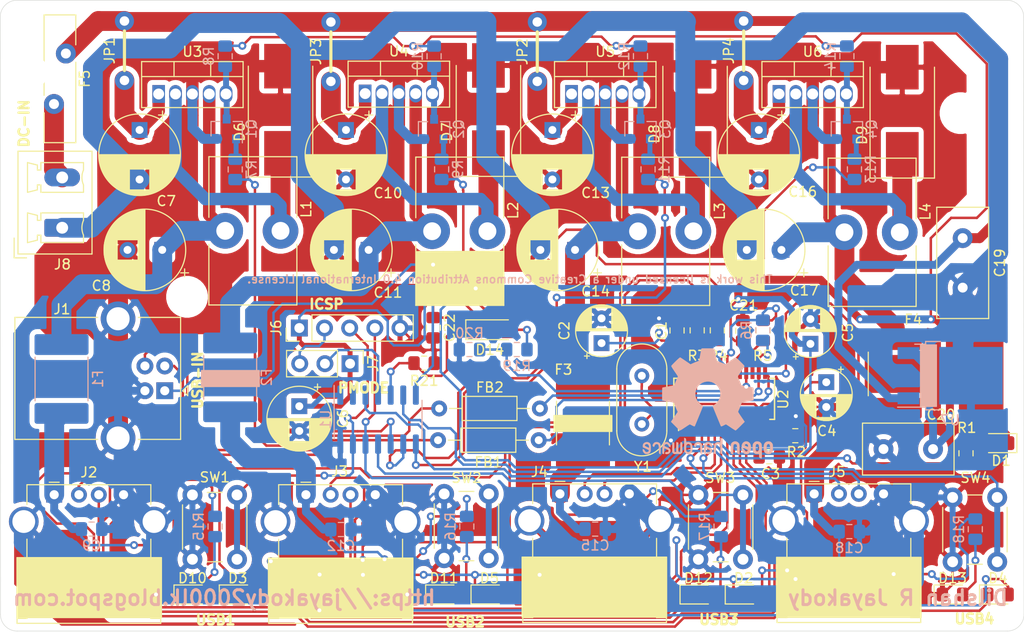
<source format=kicad_pcb>
(kicad_pcb (version 20171130) (host pcbnew 5.1.2-f72e74a~84~ubuntu18.04.1)
  (title_block (title "4-Port High Power USB Hub") (date 2019-10-24) (rev 1.0.0) (company "Dilshan R Jayakody") (comment 1 jayakody2000lk@gmail.com) (comment 2 http://jayakody2000lk.blogspot.com))
  (layers (0 F.Cu signal hide) (31 B.Cu signal hide) (34 B.Paste user hide) (35 F.Paste user hide) (36 B.SilkS user) (37 F.SilkS user) (38 B.Mask user hide) (39 F.Mask user hide) (44 Edge.Cuts user))
  (net 0 "")
  (net 1 GND)
  (net 2 +1V8)
  (net 3 +3V3)
  (net 4 +5V)
  (net 5 DC-IN1)
  (net 6 "Net-(C8-Pad1)")
  (net 7 USB1-5V)
  (net 8 DC-IN3)
  (net 9 "Net-(C11-Pad1)")
  (net 10 USB2-5V)
  (net 11 DC-IN2)
  (net 12 "Net-(C14-Pad1)")
  (net 13 USB3-5V)
  (net 14 DC-IN4)
  (net 15 "Net-(C17-Pad1)")
  (net 16 USB4-5V)
  (net 17 DC-IN5)
  (net 18 "Net-(C22-Pad1)")
  (net 19 "Net-(D1-Pad2)")
  (net 20 "Net-(D2-Pad2)")
  (net 21 "Net-(D2-Pad1)")
  (net 22 "Net-(D4-Pad2)")
  (net 23 "Net-(D6-Pad1)")
  (net 24 "Net-(D7-Pad1)")
  (net 25 "Net-(D8-Pad1)")
  (net 26 "Net-(D9-Pad1)")
  (net 27 "Net-(D10-Pad2)")
  (net 28 "Net-(D11-Pad2)")
  (net 29 "Net-(D12-Pad2)")
  (net 30 "Net-(D13-Pad2)")
  (net 31 PC-SENSE)
  (net 32 "Net-(F5-Pad2)")
  (net 33 HOST-DM)
  (net 34 HOST-DP)
  (net 35 USB1-DM)
  (net 36 USB1-DP)
  (net 37 USB2-DP)
  (net 38 USB2-DM)
  (net 39 USB3-DM)
  (net 40 USB3-DP)
  (net 41 USB4-DP)
  (net 42 USB4-DM)
  (net 43 "Net-(J6-Pad2)")
  (net 44 SWITCH1)
  (net 45 SWITCH2)
  (net 46 VPP)
  (net 47 "Net-(Q1-Pad1)")
  (net 48 USB-REG1)
  (net 49 USB-REG2)
  (net 50 "Net-(Q2-Pad1)")
  (net 51 USB-REG3)
  (net 52 "Net-(Q3-Pad1)")
  (net 53 "Net-(Q4-Pad1)")
  (net 54 USB-REG4)
  (net 55 PWR-IND)
  (net 56 "Net-(R2-Pad1)")
  (net 57 "Net-(R3-Pad1)")
  (net 58 "Net-(R4-Pad1)")
  (net 59 "Net-(R5-Pad1)")
  (net 60 "Net-(R6-Pad2)")
  (net 61 USB-PW-CON1)
  (net 62 USB-PW-CON2)
  (net 63 USB-PW-CON3)
  (net 64 USB-PW-CON4)
  (net 65 CN-SENSE)
  (net 66 SWITCH3)
  (net 67 SWITCH4)
  (net 68 "Net-(U2-Pad2)")
  (net 69 "Net-(U2-Pad3)")
  (net 70 "Net-(FB1-Pad2)")
  (net 71 "Net-(FB2-Pad2)")
  (module Symbol:OSHW-Logo2_14.6x12mm_SilkScreen (layer B.Cu) (at 95.95 79.75 180)
    (fp_text reference REF** hide)
    (fp_text value OSHW-Logo2_14.6x12mm_SilkScreen hide)
  )
  (module MountingHole:MountingHole_3.2mm_M3_ISO14580 (layer F.Cu) (at 121.45 50.45)
    (fp_text reference " " (at 0 -3.75) (layer F.SilkS))
    (fp_text value MountingHole_3.2mm_M3_ISO14580)
    (pad 1 np_thru_hole circle (at 0 0) (size 3.2 3.2) (drill 3.2) (layers *.Cu *.Mask))
  )
  (module MountingHole:MountingHole_3.2mm_M3_ISO14580 (layer F.Cu) (at 27.8 46.3)
    (fp_text reference " " (at 0 -3.75) (layer F.SilkS))
    (fp_text value MountingHole_3.2mm_M3_ISO14580)
    (pad 1 np_thru_hole circle (at 0 0) (size 3.2 3.2) (drill 3.2) (layers *.Cu *.Mask))
  )
  (module MountingHole:MountingHole_3.2mm_M3_ISO14580 (layer F.Cu) (at 43.4 69)
    (fp_text reference " " (at 0 -3.75) (layer F.SilkS))
    (fp_text value MountingHole_3.2mm_M3_ISO14580)
    (pad 1 np_thru_hole circle (at 0 0) (size 3.2 3.2) (drill 3.2) (layers *.Cu *.Mask))
  )
  (module Capacitor_THT:CP_Radial_D6.3mm_P2.50mm (layer F.Cu) (at 54.725 80.05 270)
    (fp_text reference C6 (at 1.25 -4.4 90) (layer F.SilkS))
    (fp_text value 100MFD)
    (pad 1 thru_hole rect (at 0 0 270) (size 1.6 1.6) (drill 0.8) (layers *.Cu *.Mask) (net 4 +5V))
    (pad 2 thru_hole circle (at 2.5 0 270) (size 1.6 1.6) (drill 0.8) (layers *.Cu *.Mask) (net 1 GND))
  )
  (module Capacitor_SMD:C_0805_2012Metric_Pad1.15x1.40mm_HandSolder (layer F.Cu) (at 92.843 72.398 90)
    (fp_text reference C1 (at -0.027 -1.568 270) (layer F.SilkS))
    (fp_text value 0.1MFD)
    (pad 2 smd roundrect (at 1.025 0 90) (size 1.15 1.4) (layers F.Cu F.Paste F.Mask) (roundrect_rratio 0.217391) (net 1 GND))
    (pad 1 smd roundrect (at -1.025 0 90) (size 1.15 1.4) (layers F.Cu F.Paste F.Mask) (roundrect_rratio 0.217391) (net 2 +1V8))
  )
  (module Capacitor_THT:CP_Radial_D5.0mm_P2.50mm (layer F.Cu) (at 85.225 73.675 90)
    (fp_text reference C2 (at 1.25 -3.75 90) (layer F.SilkS))
    (fp_text value 10MFD)
    (pad 1 thru_hole rect (at 0 0 90) (size 1.6 1.6) (drill 0.8) (layers *.Cu *.Mask) (net 2 +1V8))
    (pad 2 thru_hole circle (at 2.5 0 90) (size 1.6 1.6) (drill 0.8) (layers *.Cu *.Mask) (net 1 GND))
  )
  (module Capacitor_SMD:C_0805_2012Metric_Pad1.15x1.40mm_HandSolder (layer F.Cu) (at 102.15 85.15)
    (fp_text reference C3 (at 0.125 1.725) (layer F.SilkS))
    (fp_text value 0.1MFD)
    (pad 1 smd roundrect (at -1.025 0) (size 1.15 1.4) (layers F.Cu F.Paste F.Mask) (roundrect_rratio 0.217391) (net 3 +3V3))
    (pad 2 smd roundrect (at 1.025 0) (size 1.15 1.4) (layers F.Cu F.Paste F.Mask) (roundrect_rratio 0.217391) (net 1 GND))
  )
  (module Capacitor_THT:CP_Radial_D5.0mm_P2.50mm (layer F.Cu) (at 107.9 77.625 270)
    (fp_text reference C4 (at 4.925 -0.05 180) (layer F.SilkS))
    (fp_text value 10MFD)
    (pad 2 thru_hole circle (at 2.5 0 270) (size 1.6 1.6) (drill 0.8) (layers *.Cu *.Mask) (net 1 GND))
    (pad 1 thru_hole rect (at 0 0 270) (size 1.6 1.6) (drill 0.8) (layers *.Cu *.Mask) (net 3 +3V3))
  )
  (module Capacitor_THT:CP_Radial_D5.0mm_P2.50mm (layer F.Cu) (at 106.3 73.75 90)
    (fp_text reference C5 (at 1.125 3.775 90) (layer F.SilkS))
    (fp_text value 10MFD)
    (pad 1 thru_hole rect (at 0 0 90) (size 1.6 1.6) (drill 0.8) (layers *.Cu *.Mask) (net 4 +5V))
    (pad 2 thru_hole circle (at 2.5 0 90) (size 1.6 1.6) (drill 0.8) (layers *.Cu *.Mask) (net 1 GND))
  )
  (module Capacitor_THT:CP_Radial_D8.0mm_P5.00mm (layer F.Cu) (at 38.608 52.15 270)
    (fp_text reference C7 (at 7.175 -2.692 180) (layer F.SilkS))
    (fp_text value 470MFD)
    (pad 1 thru_hole rect (at 0 0 270) (size 1.6 1.6) (drill 0.8) (layers *.Cu *.Mask) (net 5 DC-IN1))
    (pad 2 thru_hole circle (at 5 0 270) (size 1.6 1.6) (drill 0.8) (layers *.Cu *.Mask) (net 1 GND))
  )
  (module Capacitor_THT:CP_Radial_D8.0mm_P3.50mm (layer F.Cu) (at 40.894 64.262 180)
    (fp_text reference C8 (at 6.144 -3.613) (layer F.SilkS))
    (fp_text value 220MFD)
    (pad 1 thru_hole rect (at 0 0 180) (size 1.6 1.6) (drill 0.8) (layers *.Cu *.Mask) (net 6 "Net-(C8-Pad1)"))
    (pad 2 thru_hole circle (at 3.5 0 180) (size 1.6 1.6) (drill 0.8) (layers *.Cu *.Mask) (net 1 GND))
  )
  (module Capacitor_SMD:C_0805_2012Metric_Pad1.15x1.40mm_HandSolder (layer B.Cu) (at 33.773 92.456)
    (fp_text reference C9 (at 0 1.65) (layer B.SilkS) (effects (justify mirror)))
    (fp_text value 0.1MFD)
    (pad 1 smd roundrect (at -1.025 0) (size 1.15 1.4) (layers B.Cu B.Paste B.Mask) (roundrect_rratio 0.217391) (net 7 USB1-5V))
    (pad 2 smd roundrect (at 1.025 0) (size 1.15 1.4) (layers B.Cu B.Paste B.Mask) (roundrect_rratio 0.217391) (net 1 GND))
  )
  (module Capacitor_THT:CP_Radial_D8.0mm_P5.00mm (layer F.Cu) (at 59.436 52.15 270)
    (fp_text reference C10 (at 6.375 -4.239 180) (layer F.SilkS))
    (fp_text value 470MFD)
    (pad 1 thru_hole rect (at 0 0 270) (size 1.6 1.6) (drill 0.8) (layers *.Cu *.Mask) (net 8 DC-IN3))
    (pad 2 thru_hole circle (at 5 0 270) (size 1.6 1.6) (drill 0.8) (layers *.Cu *.Mask) (net 1 GND))
  )
  (module Capacitor_THT:CP_Radial_D8.0mm_P3.50mm (layer F.Cu) (at 61.722 64.262 180)
    (fp_text reference C11 (at -1.953 -4.313) (layer F.SilkS))
    (fp_text value 220MFD)
    (pad 1 thru_hole rect (at 0 0 180) (size 1.6 1.6) (drill 0.8) (layers *.Cu *.Mask) (net 9 "Net-(C11-Pad1)"))
    (pad 2 thru_hole circle (at 3.5 0 180) (size 1.6 1.6) (drill 0.8) (layers *.Cu *.Mask) (net 1 GND))
  )
  (module Capacitor_SMD:C_0805_2012Metric_Pad1.15x1.40mm_HandSolder (layer B.Cu) (at 58.925 92.5)
    (fp_text reference C12 (at 0 1.65) (layer B.SilkS) (effects (justify mirror)))
    (fp_text value 0.1MFD)
    (pad 1 smd roundrect (at -1.025 0) (size 1.15 1.4) (layers B.Cu B.Paste B.Mask) (roundrect_rratio 0.217391) (net 10 USB2-5V))
    (pad 2 smd roundrect (at 1.025 0) (size 1.15 1.4) (layers B.Cu B.Paste B.Mask) (roundrect_rratio 0.217391) (net 1 GND))
  )
  (module Capacitor_THT:CP_Radial_D8.0mm_P5.00mm (layer F.Cu) (at 80.264 52.15 270)
    (fp_text reference C13 (at 6.35 -4.361 180) (layer F.SilkS))
    (fp_text value 470MFD)
    (pad 2 thru_hole circle (at 5 0 270) (size 1.6 1.6) (drill 0.8) (layers *.Cu *.Mask) (net 1 GND))
    (pad 1 thru_hole rect (at 0 0 270) (size 1.6 1.6) (drill 0.8) (layers *.Cu *.Mask) (net 11 DC-IN2))
  )
  (module Capacitor_THT:CP_Radial_D8.0mm_P3.50mm (layer F.Cu) (at 82.55 64.262 180)
    (fp_text reference C14 (at -2.075 -4.188) (layer F.SilkS))
    (fp_text value 220MFD)
    (pad 2 thru_hole circle (at 3.5 0 180) (size 1.6 1.6) (drill 0.8) (layers *.Cu *.Mask) (net 1 GND))
    (pad 1 thru_hole rect (at 0 0 180) (size 1.6 1.6) (drill 0.8) (layers *.Cu *.Mask) (net 12 "Net-(C14-Pad1)"))
  )
  (module Capacitor_SMD:C_0805_2012Metric_Pad1.15x1.40mm_HandSolder (layer B.Cu) (at 84.582 92.456)
    (fp_text reference C15 (at 0 1.65) (layer B.SilkS) (effects (justify mirror)))
    (fp_text value 0.1MFD)
    (pad 2 smd roundrect (at 1.025 0) (size 1.15 1.4) (layers B.Cu B.Paste B.Mask) (roundrect_rratio 0.217391) (net 1 GND))
    (pad 1 smd roundrect (at -1.025 0) (size 1.15 1.4) (layers B.Cu B.Paste B.Mask) (roundrect_rratio 0.217391) (net 13 USB3-5V))
  )
  (module Capacitor_THT:CP_Radial_D8.0mm_P5.00mm (layer F.Cu) (at 101.092 52.15 270)
    (fp_text reference C16 (at 6.25 -4.433 180) (layer F.SilkS))
    (fp_text value 470MFD)
    (pad 2 thru_hole circle (at 5 0 270) (size 1.6 1.6) (drill 0.8) (layers *.Cu *.Mask) (net 1 GND))
    (pad 1 thru_hole rect (at 0 0 270) (size 1.6 1.6) (drill 0.8) (layers *.Cu *.Mask) (net 14 DC-IN4))
  )
  (module Capacitor_THT:CP_Radial_D8.0mm_P3.50mm (layer F.Cu) (at 103.378 64.262 180)
    (fp_text reference C17 (at -2.297 -4.088) (layer F.SilkS))
    (fp_text value 220MFD)
    (pad 2 thru_hole circle (at 3.5 0 180) (size 1.6 1.6) (drill 0.8) (layers *.Cu *.Mask) (net 1 GND))
    (pad 1 thru_hole rect (at 0 0 180) (size 1.6 1.6) (drill 0.8) (layers *.Cu *.Mask) (net 15 "Net-(C17-Pad1)"))
  )
  (module Capacitor_SMD:C_0805_2012Metric_Pad1.15x1.40mm_HandSolder (layer B.Cu) (at 110.227 92.71)
    (fp_text reference C18 (at 0 1.65) (layer B.SilkS) (effects (justify mirror)))
    (fp_text value 0.1MFD)
    (pad 1 smd roundrect (at -1.025 0) (size 1.15 1.4) (layers B.Cu B.Paste B.Mask) (roundrect_rratio 0.217391) (net 16 USB4-5V))
    (pad 2 smd roundrect (at 1.025 0) (size 1.15 1.4) (layers B.Cu B.Paste B.Mask) (roundrect_rratio 0.217391) (net 1 GND))
  )
  (module Capacitor_THT:C_Disc_D11.0mm_W5.0mm_P5.00mm (layer F.Cu) (at 121.666 63.072 270)
    (fp_text reference C19 (at 2.5 -3.75 90) (layer F.SilkS))
    (fp_text value 0.33MFD)
    (pad 1 thru_hole circle (at 0 0 270) (size 2 2) (drill 1) (layers *.Cu *.Mask) (net 17 DC-IN5))
    (pad 2 thru_hole circle (at 5 0 270) (size 2 2) (drill 1) (layers *.Cu *.Mask) (net 1 GND))
  )
  (module Capacitor_THT:C_Disc_D9.0mm_W5.0mm_P5.00mm (layer F.Cu) (at 118.675 84.375 180)
    (fp_text reference C20 (at -0.8 3.475) (layer F.SilkS))
    (fp_text value 0.1MFD)
    (pad 1 thru_hole circle (at 0 0 180) (size 2 2) (drill 1) (layers *.Cu *.Mask) (net 4 +5V))
    (pad 2 thru_hole circle (at 5 0 180) (size 2 2) (drill 1) (layers *.Cu *.Mask) (net 1 GND))
  )
  (module Capacitor_SMD:C_0805_2012Metric_Pad1.15x1.40mm_HandSolder (layer F.Cu) (at 99.475 72.425 90)
    (fp_text reference C21 (at 2.55 0.075 180) (layer F.SilkS))
    (fp_text value 0.1MFD)
    (pad 2 smd roundrect (at 1.025 0 90) (size 1.15 1.4) (layers F.Cu F.Paste F.Mask) (roundrect_rratio 0.217391) (net 1 GND))
    (pad 1 smd roundrect (at -1.025 0 90) (size 1.15 1.4) (layers F.Cu F.Paste F.Mask) (roundrect_rratio 0.217391) (net 4 +5V))
  )
  (module Capacitor_SMD:C_0805_2012Metric_Pad1.15x1.40mm_HandSolder (layer F.Cu) (at 68.25 72.125 270)
    (fp_text reference C22 (at 0 -1.65 90) (layer F.SilkS))
    (fp_text value 0.1MFD)
    (pad 2 smd roundrect (at 1.025 0 270) (size 1.15 1.4) (layers F.Cu F.Paste F.Mask) (roundrect_rratio 0.217391) (net 1 GND))
    (pad 1 smd roundrect (at -1.025 0 270) (size 1.15 1.4) (layers F.Cu F.Paste F.Mask) (roundrect_rratio 0.217391) (net 18 "Net-(C22-Pad1)"))
  )
  (module LED_SMD:LED_0805_2012Metric_Pad1.15x1.40mm_HandSolder (layer F.Cu) (at 125.275 83.775 180)
    (fp_text reference D1 (at -0.275 -1.775) (layer F.SilkS))
    (fp_text value LED-PWR)
    (pad 2 smd roundrect (at 1.025 0 180) (size 1.15 1.4) (layers F.Cu F.Paste F.Mask) (roundrect_rratio 0.217391) (net 19 "Net-(D1-Pad2)"))
    (pad 1 smd roundrect (at -1.025 0 180) (size 1.15 1.4) (layers F.Cu F.Paste F.Mask) (roundrect_rratio 0.217391) (net 1 GND))
  )
  (module LED_SMD:LED_0805_2012Metric_Pad1.15x1.40mm_HandSolder (layer F.Cu) (at 99.568 99.06)
    (fp_text reference D2 (at 0 -1.65) (layer F.SilkS))
    (fp_text value LED-P3)
    (pad 2 smd roundrect (at 1.025 0) (size 1.15 1.4) (layers F.Cu F.Paste F.Mask) (roundrect_rratio 0.217391) (net 20 "Net-(D2-Pad2)"))
    (pad 1 smd roundrect (at -1.025 0) (size 1.15 1.4) (layers F.Cu F.Paste F.Mask) (roundrect_rratio 0.217391) (net 21 "Net-(D2-Pad1)"))
  )
  (module LED_SMD:LED_0805_2012Metric_Pad1.15x1.40mm_HandSolder (layer F.Cu) (at 48.514 99.06)
    (fp_text reference D3 (at 0 -1.65 -180) (layer F.SilkS))
    (fp_text value LED-P1)
    (pad 1 smd roundrect (at -1.025 0) (size 1.15 1.4) (layers F.Cu F.Paste F.Mask) (roundrect_rratio 0.217391) (net 20 "Net-(D2-Pad2)"))
    (pad 2 smd roundrect (at 1.025 0) (size 1.15 1.4) (layers F.Cu F.Paste F.Mask) (roundrect_rratio 0.217391) (net 21 "Net-(D2-Pad1)"))
  )
  (module LED_SMD:LED_0805_2012Metric_Pad1.15x1.40mm_HandSolder (layer F.Cu) (at 125.222 99.06)
    (fp_text reference D4 (at 0 -1.65) (layer F.SilkS))
    (fp_text value LED-P4)
    (pad 2 smd roundrect (at 1.025 0) (size 1.15 1.4) (layers F.Cu F.Paste F.Mask) (roundrect_rratio 0.217391) (net 22 "Net-(D4-Pad2)"))
    (pad 1 smd roundrect (at -1.025 0) (size 1.15 1.4) (layers F.Cu F.Paste F.Mask) (roundrect_rratio 0.217391) (net 21 "Net-(D2-Pad1)"))
  )
  (module LED_SMD:LED_0805_2012Metric_Pad1.15x1.40mm_HandSolder (layer F.Cu) (at 73.914 99.06)
    (fp_text reference D5 (at 0 -1.65) (layer F.SilkS))
    (fp_text value LED-P2)
    (pad 1 smd roundrect (at -1.025 0) (size 1.15 1.4) (layers F.Cu F.Paste F.Mask) (roundrect_rratio 0.217391) (net 22 "Net-(D4-Pad2)"))
    (pad 2 smd roundrect (at 1.025 0) (size 1.15 1.4) (layers F.Cu F.Paste F.Mask) (roundrect_rratio 0.217391) (net 21 "Net-(D2-Pad1)"))
  )
  (module Diode_SMD:D_SMC_Handsoldering (layer F.Cu) (at 52.832 50.106 90)
    (fp_text reference D6 (at -2.244 -4.132 90) (layer F.SilkS))
    (fp_text value SS34)
    (pad 2 smd rect (at 4.4 0 180) (size 3.3 4.5) (layers F.Cu F.Paste F.Mask) (net 1 GND))
    (pad 1 smd rect (at -4.4 0 180) (size 3.3 4.5) (layers F.Cu F.Paste F.Mask) (net 23 "Net-(D6-Pad1)"))
  )
  (module Diode_SMD:D_SMC_Handsoldering (layer F.Cu) (at 73.81 50.036 90)
    (fp_text reference D7 (at -2.314 -4.185 90) (layer F.SilkS))
    (fp_text value SS34)
    (pad 2 smd rect (at 4.4 0 180) (size 3.3 4.5) (layers F.Cu F.Paste F.Mask) (net 1 GND))
    (pad 1 smd rect (at -4.4 0 180) (size 3.3 4.5) (layers F.Cu F.Paste F.Mask) (net 24 "Net-(D7-Pad1)"))
  )
  (module Diode_SMD:D_SMC_Handsoldering (layer F.Cu) (at 94.662 50.12 90)
    (fp_text reference D8 (at -2.43 -4.112 90) (layer F.SilkS))
    (fp_text value SS34)
    (pad 1 smd rect (at -4.4 0 180) (size 3.3 4.5) (layers F.Cu F.Paste F.Mask) (net 25 "Net-(D8-Pad1)"))
    (pad 2 smd rect (at 4.4 0 180) (size 3.3 4.5) (layers F.Cu F.Paste F.Mask) (net 1 GND))
  )
  (module Diode_SMD:D_SMC_Handsoldering (layer F.Cu) (at 115.57 50.21 90)
    (fp_text reference D9 (at -2.465 -4.07 90) (layer F.SilkS))
    (fp_text value SS34)
    (pad 1 smd rect (at -4.4 0 180) (size 3.3 4.5) (layers F.Cu F.Paste F.Mask) (net 26 "Net-(D9-Pad1)"))
    (pad 2 smd rect (at 4.4 0 180) (size 3.3 4.5) (layers F.Cu F.Paste F.Mask) (net 1 GND))
  )
  (module LED_SMD:LED_0805_2012Metric_Pad1.15x1.40mm_HandSolder (layer F.Cu) (at 43.942 99.06)
    (fp_text reference D10 (at 0 -1.65) (layer F.SilkS))
    (fp_text value LED-PW1)
    (pad 1 smd roundrect (at -1.025 0) (size 1.15 1.4) (layers F.Cu F.Paste F.Mask) (roundrect_rratio 0.217391) (net 1 GND))
    (pad 2 smd roundrect (at 1.025 0) (size 1.15 1.4) (layers F.Cu F.Paste F.Mask) (roundrect_rratio 0.217391) (net 27 "Net-(D10-Pad2)"))
  )
  (module LED_SMD:LED_0805_2012Metric_Pad1.15x1.40mm_HandSolder (layer F.Cu) (at 69.333 99.06)
    (fp_text reference D11 (at 0 -1.65) (layer F.SilkS))
    (fp_text value LED-PW2)
    (pad 1 smd roundrect (at -1.025 0) (size 1.15 1.4) (layers F.Cu F.Paste F.Mask) (roundrect_rratio 0.217391) (net 1 GND))
    (pad 2 smd roundrect (at 1.025 0) (size 1.15 1.4) (layers F.Cu F.Paste F.Mask) (roundrect_rratio 0.217391) (net 28 "Net-(D11-Pad2)"))
  )
  (module LED_SMD:LED_0805_2012Metric_Pad1.15x1.40mm_HandSolder (layer F.Cu) (at 95.005 99.06)
    (fp_text reference D12 (at 0 -1.65) (layer F.SilkS))
    (fp_text value LED-PW3)
    (pad 2 smd roundrect (at 1.025 0) (size 1.15 1.4) (layers F.Cu F.Paste F.Mask) (roundrect_rratio 0.217391) (net 29 "Net-(D12-Pad2)"))
    (pad 1 smd roundrect (at -1.025 0) (size 1.15 1.4) (layers F.Cu F.Paste F.Mask) (roundrect_rratio 0.217391) (net 1 GND))
  )
  (module LED_SMD:LED_0805_2012Metric_Pad1.15x1.40mm_HandSolder (layer F.Cu) (at 120.641 99.06)
    (fp_text reference D13 (at 0 -1.65) (layer F.SilkS))
    (fp_text value LED-PW4)
    (pad 1 smd roundrect (at -1.025 0) (size 1.15 1.4) (layers F.Cu F.Paste F.Mask) (roundrect_rratio 0.217391) (net 1 GND))
    (pad 2 smd roundrect (at 1.025 0) (size 1.15 1.4) (layers F.Cu F.Paste F.Mask) (roundrect_rratio 0.217391) (net 30 "Net-(D13-Pad2)"))
  )
  (module Diode_SMD:D_MiniMELF (layer F.Cu) (at 74.075 72.325)
    (fp_text reference D14 (at -0.125 2.025) (layer F.SilkS))
    (fp_text value 1N4148)
    (pad 1 smd rect (at -1.75 0) (size 1.3 1.7) (layers F.Cu F.Paste F.Mask) (net 31 PC-SENSE))
    (pad 2 smd rect (at 1.75 0) (size 1.3 1.7) (layers F.Cu F.Paste F.Mask) (net 18 "Net-(C22-Pad1)"))
  )
  (module Fuse:Fuse_2920_7451Metric_Pad2.10x5.45mm_HandSolder (layer B.Cu) (at 30.734 77.297 90)
    (fp_text reference F1 (at 0 3.68 270) (layer B.SilkS) (effects (justify mirror)))
    (fp_text value MF-LSMF300X-2)
    (pad 2 smd roundrect (at 3.475 0 90) (size 2.1 5.45) (layers B.Cu B.Paste B.Mask) (roundrect_rratio 0.119048) (net 6 "Net-(C8-Pad1)"))
    (pad 1 smd roundrect (at -3.475 0 90) (size 2.1 5.45) (layers B.Cu B.Paste B.Mask) (roundrect_rratio 0.119048) (net 7 USB1-5V))
  )
  (module Fuse:Fuse_2920_7451Metric_Pad2.10x5.45mm_HandSolder (layer B.Cu) (at 47.752 77.135 90)
    (fp_text reference F2 (at 0 3.68 270) (layer B.SilkS) (effects (justify mirror)))
    (fp_text value MF-LSMF300X-2)
    (pad 2 smd roundrect (at 3.475 0 90) (size 2.1 5.45) (layers B.Cu B.Paste B.Mask) (roundrect_rratio 0.119048) (net 9 "Net-(C11-Pad1)"))
    (pad 1 smd roundrect (at -3.475 0 90) (size 2.1 5.45) (layers B.Cu B.Paste B.Mask) (roundrect_rratio 0.119048) (net 10 USB2-5V))
  )
  (module Fuse:Fuse_2920_7451Metric_Pad2.10x5.45mm_HandSolder (layer F.Cu) (at 83.35 81.75 90)
    (fp_text reference F3 (at 5.4 -1.975 180) (layer F.SilkS))
    (fp_text value MF-LSMF300X-2)
    (pad 1 smd roundrect (at -3.475 0 90) (size 2.1 5.45) (layers F.Cu F.Paste F.Mask) (roundrect_rratio 0.119048) (net 13 USB3-5V))
    (pad 2 smd roundrect (at 3.475 0 90) (size 2.1 5.45) (layers F.Cu F.Paste F.Mask) (roundrect_rratio 0.119048) (net 12 "Net-(C14-Pad1)"))
  )
  (module Fuse:Fuse_2920_7451Metric_Pad2.10x5.45mm_HandSolder (layer F.Cu) (at 114.808 76.789 90)
    (fp_text reference F4 (at 5.489 1.867 180) (layer F.SilkS))
    (fp_text value MF-LSMF300X-2)
    (pad 1 smd roundrect (at -3.475 0 90) (size 2.1 5.45) (layers F.Cu F.Paste F.Mask) (roundrect_rratio 0.119048) (net 16 USB4-5V))
    (pad 2 smd roundrect (at 3.475 0 90) (size 2.1 5.45) (layers F.Cu F.Paste F.Mask) (roundrect_rratio 0.119048) (net 15 "Net-(C17-Pad1)"))
  )
  (module Fuse:Fuse_Bourns_MF-RG800 (layer F.Cu) (at 31.172 44.43 270)
    (fp_text reference F5 (at 2.55 -1.9 90) (layer F.SilkS))
    (fp_text value JK16-800)
    (pad 1 thru_hole circle (at 0 0 270) (size 2.01 2.01) (drill 1.01) (layers *.Cu *.Mask) (net 17 DC-IN5))
    (pad 2 thru_hole circle (at 5.1 1.2 270) (size 2.01 2.01) (drill 1.01) (layers *.Cu *.Mask) (net 32 "Net-(F5-Pad2)"))
  )
  (module Connector_USB:USB_B_OST_USB-B1HSxx_Horizontal (layer F.Cu) (at 41.148 78.486 180)
    (fp_text reference J1 (at 10.373 8.236) (layer F.SilkS))
    (fp_text value USB-HOST)
    (pad 1 thru_hole rect (at 0 0 180) (size 1.7 1.7) (drill 0.92) (layers *.Cu *.Mask) (net 18 "Net-(C22-Pad1)"))
    (pad 2 thru_hole circle (at 0 2.5 180) (size 1.7 1.7) (drill 0.92) (layers *.Cu *.Mask) (net 70 "Net-(FB1-Pad2)"))
    (pad 3 thru_hole circle (at 2 2.5 180) (size 1.7 1.7) (drill 0.92) (layers *.Cu *.Mask) (net 71 "Net-(FB2-Pad2)"))
    (pad 4 thru_hole circle (at 2 0 180) (size 1.7 1.7) (drill 0.92) (layers *.Cu *.Mask) (net 1 GND))
    (pad 5 thru_hole circle (at 4.71 -4.77 180) (size 3.5 3.5) (drill 2.33) (layers *.Cu *.Mask) (net 1 GND))
    (pad 5 thru_hole circle (at 4.71 7.27 180) (size 3.5 3.5) (drill 2.33) (layers *.Cu *.Mask) (net 1 GND))
  )
  (module Connector_USB:USB_A_Stewart_SS-52100-001_Horizontal (layer F.Cu) (at 29.994 88.984)
    (fp_text reference J2 (at 3.5 -2.26) (layer F.SilkS))
    (fp_text value USB_A)
    (pad 5 thru_hole circle (at 10.07 2.71) (size 3 3) (drill 2.3) (layers *.Cu *.Mask) (net 1 GND))
    (pad 5 thru_hole circle (at -3.07 2.71) (size 3 3) (drill 2.3) (layers *.Cu *.Mask) (net 1 GND))
    (pad 1 thru_hole rect (at 0 0) (size 1.6 1.6) (drill 0.92) (layers *.Cu *.Mask) (net 7 USB1-5V))
    (pad 2 thru_hole circle (at 2.5 0) (size 1.6 1.6) (drill 0.92) (layers *.Cu *.Mask) (net 35 USB1-DM))
    (pad 3 thru_hole circle (at 4.5 0) (size 1.6 1.6) (drill 0.92) (layers *.Cu *.Mask) (net 36 USB1-DP))
    (pad 4 thru_hole circle (at 7 0) (size 1.6 1.6) (drill 0.92) (layers *.Cu *.Mask) (net 1 GND))
  )
  (module Connector_USB:USB_A_Stewart_SS-52100-001_Horizontal (layer F.Cu) (at 55.394 88.984)
    (fp_text reference J3 (at 3.406 -2.359) (layer F.SilkS))
    (fp_text value USB_A)
    (pad 4 thru_hole circle (at 7 0) (size 1.6 1.6) (drill 0.92) (layers *.Cu *.Mask) (net 1 GND))
    (pad 3 thru_hole circle (at 4.5 0) (size 1.6 1.6) (drill 0.92) (layers *.Cu *.Mask) (net 37 USB2-DP))
    (pad 2 thru_hole circle (at 2.5 0) (size 1.6 1.6) (drill 0.92) (layers *.Cu *.Mask) (net 38 USB2-DM))
    (pad 1 thru_hole rect (at 0 0) (size 1.6 1.6) (drill 0.92) (layers *.Cu *.Mask) (net 10 USB2-5V))
    (pad 5 thru_hole circle (at -3.07 2.71) (size 3 3) (drill 2.3) (layers *.Cu *.Mask) (net 1 GND))
    (pad 5 thru_hole circle (at 10.07 2.71) (size 3 3) (drill 2.3) (layers *.Cu *.Mask) (net 1 GND))
  )
  (module Connector_USB:USB_A_Stewart_SS-52100-001_Horizontal (layer F.Cu) (at 81.026 88.9)
    (fp_text reference J4 (at -2.076 -2.225) (layer F.SilkS))
    (fp_text value USB_A)
    (pad 5 thru_hole circle (at 10.07 2.71) (size 3 3) (drill 2.3) (layers *.Cu *.Mask) (net 1 GND))
    (pad 5 thru_hole circle (at -3.07 2.71) (size 3 3) (drill 2.3) (layers *.Cu *.Mask) (net 1 GND))
    (pad 1 thru_hole rect (at 0 0) (size 1.6 1.6) (drill 0.92) (layers *.Cu *.Mask) (net 13 USB3-5V))
    (pad 2 thru_hole circle (at 2.5 0) (size 1.6 1.6) (drill 0.92) (layers *.Cu *.Mask) (net 39 USB3-DM))
    (pad 3 thru_hole circle (at 4.5 0) (size 1.6 1.6) (drill 0.92) (layers *.Cu *.Mask) (net 40 USB3-DP))
    (pad 4 thru_hole circle (at 7 0) (size 1.6 1.6) (drill 0.92) (layers *.Cu *.Mask) (net 1 GND))
  )
  (module Connector_USB:USB_A_Stewart_SS-52100-001_Horizontal (layer F.Cu) (at 106.68 88.9)
    (fp_text reference J5 (at 2.32 -2.225) (layer F.SilkS))
    (fp_text value USB_A)
    (pad 4 thru_hole circle (at 7 0) (size 1.6 1.6) (drill 0.92) (layers *.Cu *.Mask) (net 1 GND))
    (pad 3 thru_hole circle (at 4.5 0) (size 1.6 1.6) (drill 0.92) (layers *.Cu *.Mask) (net 41 USB4-DP))
    (pad 2 thru_hole circle (at 2.5 0) (size 1.6 1.6) (drill 0.92) (layers *.Cu *.Mask) (net 42 USB4-DM))
    (pad 1 thru_hole rect (at 0 0) (size 1.6 1.6) (drill 0.92) (layers *.Cu *.Mask) (net 16 USB4-5V))
    (pad 5 thru_hole circle (at -3.07 2.71) (size 3 3) (drill 2.3) (layers *.Cu *.Mask) (net 1 GND))
    (pad 5 thru_hole circle (at 10.07 2.71) (size 3 3) (drill 2.3) (layers *.Cu *.Mask) (net 1 GND))
  )
  (module Connector_PinHeader_2.54mm:PinHeader_1x05_P2.54mm_Vertical (layer F.Cu) (at 54.73 72.15 90)
    (fp_text reference J6 (at 0 -2.33 90) (layer F.SilkS))
    (fp_text value ISP)
    (pad 1 thru_hole rect (at 0 0 90) (size 1.7 1.7) (drill 1) (layers *.Cu *.Mask) (net 4 +5V))
    (pad 2 thru_hole oval (at 0 2.54 90) (size 1.7 1.7) (drill 1) (layers *.Cu *.Mask) (net 43 "Net-(J6-Pad2)"))
    (pad 3 thru_hole oval (at 0 5.08 90) (size 1.7 1.7) (drill 1) (layers *.Cu *.Mask) (net 44 SWITCH1))
    (pad 4 thru_hole oval (at 0 7.62 90) (size 1.7 1.7) (drill 1) (layers *.Cu *.Mask) (net 45 SWITCH2))
    (pad 5 thru_hole oval (at 0 10.16 90) (size 1.7 1.7) (drill 1) (layers *.Cu *.Mask) (net 1 GND))
  )
  (module Connector_PinHeader_2.54mm:PinHeader_1x03_P2.54mm_Vertical (layer F.Cu) (at 59.85 75.75 270)
    (fp_text reference J7 (at 0 -2.33 90) (layer F.SilkS))
    (fp_text value ISP-ENABLE)
    (pad 1 thru_hole rect (at 0 0 270) (size 1.7 1.7) (drill 1) (layers *.Cu *.Mask) (net 4 +5V))
    (pad 2 thru_hole oval (at 0 2.54 270) (size 1.7 1.7) (drill 1) (layers *.Cu *.Mask) (net 46 VPP))
    (pad 3 thru_hole oval (at 0 5.08 270) (size 1.7 1.7) (drill 1) (layers *.Cu *.Mask) (net 43 "Net-(J6-Pad2)"))
  )
  (module usb-power-hub:WireJumper (layer F.Cu) (at 37.084 41.148 270)
    (fp_text reference JP1 (at 3 1.5 90) (layer F.SilkS))
    (fp_text value Jumper)
    (pad 2 thru_hole circle (at 6 0 270) (size 1.924 1.924) (drill 0.962) (layers *.Cu *.Mask) (net 5 DC-IN1))
    (pad 1 thru_hole circle (at 0 0 270) (size 1.924 1.924) (drill 0.962) (layers *.Cu *.Mask) (net 17 DC-IN5))
  )
  (module usb-power-hub:WireJumper (layer F.Cu) (at 78.74 41.244 270)
    (fp_text reference JP2 (at 3 1.5 90) (layer F.SilkS))
    (fp_text value Jumper)
    (pad 1 thru_hole circle (at 0 0 270) (size 1.924 1.924) (drill 0.962) (layers *.Cu *.Mask) (net 17 DC-IN5))
    (pad 2 thru_hole circle (at 6 0 270) (size 1.924 1.924) (drill 0.962) (layers *.Cu *.Mask) (net 11 DC-IN2))
  )
  (module usb-power-hub:WireJumper (layer F.Cu) (at 57.912 41.244 270)
    (fp_text reference JP3 (at 3 1.5 90) (layer F.SilkS))
    (fp_text value Jumper)
    (pad 2 thru_hole circle (at 6 0 270) (size 1.924 1.924) (drill 0.962) (layers *.Cu *.Mask) (net 8 DC-IN3))
    (pad 1 thru_hole circle (at 0 0 270) (size 1.924 1.924) (drill 0.962) (layers *.Cu *.Mask) (net 17 DC-IN5))
  )
  (module usb-power-hub:WireJumper (layer F.Cu) (at 99.568 41.148 270)
    (fp_text reference JP4 (at 3 1.5 90) (layer F.SilkS))
    (fp_text value Jumper)
    (pad 1 thru_hole circle (at 0 0 270) (size 1.924 1.924) (drill 0.962) (layers *.Cu *.Mask) (net 17 DC-IN5))
    (pad 2 thru_hole circle (at 6 0 270) (size 1.924 1.924) (drill 0.962) (layers *.Cu *.Mask) (net 14 DC-IN4))
  )
  (module Inductor_THT:L_Toroid_Vertical_L14.7mm_W8.6mm_P5.58mm_Pulse_KM-1 (layer F.Cu) (at 52.832 62.336 270)
    (fp_text reference L1 (at -2.186 -2.593 90) (layer F.SilkS))
    (fp_text value 33uH)
    (pad 2 thru_hole circle (at 0 5.58 270) (size 3.6 3.6) (drill 1.8) (layers *.Cu *.Mask) (net 6 "Net-(C8-Pad1)"))
    (pad 1 thru_hole circle (at 0 0 270) (size 3.6 3.6) (drill 1.8) (layers *.Cu *.Mask) (net 23 "Net-(D6-Pad1)"))
  )
  (module Inductor_THT:L_Toroid_Vertical_L14.7mm_W8.6mm_P5.58mm_Pulse_KM-1 (layer F.Cu) (at 73.71 62.376 270)
    (fp_text reference L2 (at -2.101 -2.59 90) (layer F.SilkS))
    (fp_text value 33uH)
    (pad 2 thru_hole circle (at 0 5.58 270) (size 3.6 3.6) (drill 1.8) (layers *.Cu *.Mask) (net 9 "Net-(C11-Pad1)"))
    (pad 1 thru_hole circle (at 0 0 270) (size 3.6 3.6) (drill 1.8) (layers *.Cu *.Mask) (net 24 "Net-(D7-Pad1)"))
  )
  (module Inductor_THT:L_Toroid_Vertical_L14.7mm_W8.6mm_P5.58mm_Pulse_KM-1 (layer F.Cu) (at 94.488 62.386 270)
    (fp_text reference L3 (at -2.036 -2.662 90) (layer F.SilkS))
    (fp_text value 33uH)
    (pad 1 thru_hole circle (at 0 0 270) (size 3.6 3.6) (drill 1.8) (layers *.Cu *.Mask) (net 25 "Net-(D8-Pad1)"))
    (pad 2 thru_hole circle (at 0 5.58 270) (size 3.6 3.6) (drill 1.8) (layers *.Cu *.Mask) (net 12 "Net-(C14-Pad1)"))
  )
  (module Inductor_THT:L_Toroid_Vertical_L14.7mm_W8.6mm_P5.58mm_Pulse_KM-1 (layer F.Cu) (at 115.316 62.484 270)
    (fp_text reference L4 (at -2.084 -2.584 90) (layer F.SilkS))
    (fp_text value 33uH)
    (pad 1 thru_hole circle (at 0 0 270) (size 3.6 3.6) (drill 1.8) (layers *.Cu *.Mask) (net 26 "Net-(D9-Pad1)"))
    (pad 2 thru_hole circle (at 0 5.58 270) (size 3.6 3.6) (drill 1.8) (layers *.Cu *.Mask) (net 15 "Net-(C17-Pad1)"))
  )
  (module Package_TO_SOT_SMD:SOT-23 (layer B.Cu) (at 47.4 52.05 90)
    (fp_text reference Q1 (at 0 2.5 270) (layer B.SilkS) (effects (justify mirror)))
    (fp_text value J3Y)
    (pad 1 smd rect (at -1 0.95 90) (size 0.9 0.8) (layers B.Cu B.Paste B.Mask) (net 47 "Net-(Q1-Pad1)"))
    (pad 2 smd rect (at -1 -0.95 90) (size 0.9 0.8) (layers B.Cu B.Paste B.Mask) (net 1 GND))
    (pad 3 smd rect (at 1 0 90) (size 0.9 0.8) (layers B.Cu B.Paste B.Mask) (net 48 USB-REG1))
  )
  (module Package_TO_SOT_SMD:SOT-23 (layer B.Cu) (at 68.326 52.07 90)
    (fp_text reference Q2 (at 0 2.5 270) (layer B.SilkS) (effects (justify mirror)))
    (fp_text value J3Y)
    (pad 3 smd rect (at 1 0 90) (size 0.9 0.8) (layers B.Cu B.Paste B.Mask) (net 49 USB-REG2))
    (pad 2 smd rect (at -1 -0.95 90) (size 0.9 0.8) (layers B.Cu B.Paste B.Mask) (net 1 GND))
    (pad 1 smd rect (at -1 0.95 90) (size 0.9 0.8) (layers B.Cu B.Paste B.Mask) (net 50 "Net-(Q2-Pad1)"))
  )
  (module Package_TO_SOT_SMD:SOT-23 (layer B.Cu) (at 89.154 52.054 90)
    (fp_text reference Q3 (at 0 2.5 270) (layer B.SilkS) (effects (justify mirror)))
    (fp_text value J3Y)
    (pad 3 smd rect (at 1 0 90) (size 0.9 0.8) (layers B.Cu B.Paste B.Mask) (net 51 USB-REG3))
    (pad 2 smd rect (at -1 -0.95 90) (size 0.9 0.8) (layers B.Cu B.Paste B.Mask) (net 1 GND))
    (pad 1 smd rect (at -1 0.95 90) (size 0.9 0.8) (layers B.Cu B.Paste B.Mask) (net 52 "Net-(Q3-Pad1)"))
  )
  (module Package_TO_SOT_SMD:SOT-23 (layer B.Cu) (at 109.982 52.07 90)
    (fp_text reference Q4 (at 0 2.5 270) (layer B.SilkS) (effects (justify mirror)))
    (fp_text value J3Y)
    (pad 1 smd rect (at -1 0.95 90) (size 0.9 0.8) (layers B.Cu B.Paste B.Mask) (net 53 "Net-(Q4-Pad1)"))
    (pad 2 smd rect (at -1 -0.95 90) (size 0.9 0.8) (layers B.Cu B.Paste B.Mask) (net 1 GND))
    (pad 3 smd rect (at 1 0 90) (size 0.9 0.8) (layers B.Cu B.Paste B.Mask) (net 54 USB-REG4))
  )
  (module Resistor_SMD:R_0805_2012Metric_Pad1.15x1.40mm_HandSolder (layer F.Cu) (at 122 84.8 90)
    (fp_text reference R1 (at 2.575 0.075 180) (layer F.SilkS))
    (fp_text value 2.2K)
    (pad 1 smd roundrect (at -1.025 0 90) (size 1.15 1.4) (layers F.Cu F.Paste F.Mask) (roundrect_rratio 0.217391) (net 55 PWR-IND))
    (pad 2 smd roundrect (at 1.025 0 90) (size 1.15 1.4) (layers F.Cu F.Paste F.Mask) (roundrect_rratio 0.217391) (net 19 "Net-(D1-Pad2)"))
  )
  (module Resistor_SMD:R_0805_2012Metric_Pad1.15x1.40mm_HandSolder (layer F.Cu) (at 104.775 83.025)
    (fp_text reference R2 (at 0.1 1.65) (layer F.SilkS))
    (fp_text value 2.7K)
    (pad 2 smd roundrect (at 1.025 0) (size 1.15 1.4) (layers F.Cu F.Paste F.Mask) (roundrect_rratio 0.217391) (net 1 GND))
    (pad 1 smd roundrect (at -1.025 0) (size 1.15 1.4) (layers F.Cu F.Paste F.Mask) (roundrect_rratio 0.217391) (net 56 "Net-(R2-Pad1)"))
  )
  (module Resistor_SMD:R_0805_2012Metric_Pad1.15x1.40mm_HandSolder (layer F.Cu) (at 94.875 72.389 90)
    (fp_text reference R3 (at -2.561 0 180) (layer F.SilkS))
    (fp_text value 2.2K)
    (pad 1 smd roundrect (at -1.025 0 90) (size 1.15 1.4) (layers F.Cu F.Paste F.Mask) (roundrect_rratio 0.217391) (net 57 "Net-(R3-Pad1)"))
    (pad 2 smd roundrect (at 1.025 0 90) (size 1.15 1.4) (layers F.Cu F.Paste F.Mask) (roundrect_rratio 0.217391) (net 22 "Net-(D4-Pad2)"))
  )
  (module Resistor_SMD:R_0805_2012Metric_Pad1.15x1.40mm_HandSolder (layer F.Cu) (at 96.907 72.389 90)
    (fp_text reference R4 (at -2.561 0.093 180) (layer F.SilkS))
    (fp_text value 2.2K)
    (pad 2 smd roundrect (at 1.025 0 90) (size 1.15 1.4) (layers F.Cu F.Paste F.Mask) (roundrect_rratio 0.217391) (net 20 "Net-(D2-Pad2)"))
    (pad 1 smd roundrect (at -1.025 0 90) (size 1.15 1.4) (layers F.Cu F.Paste F.Mask) (roundrect_rratio 0.217391) (net 58 "Net-(R4-Pad1)"))
  )
  (module Resistor_SMD:R_0805_2012Metric_Pad1.15x1.40mm_HandSolder (layer F.Cu) (at 101.525 72.4 90)
    (fp_text reference R5 (at -2.55 -0.05 180) (layer F.SilkS))
    (fp_text value 100K)
    (pad 2 smd roundrect (at 1.025 0 90) (size 1.15 1.4) (layers F.Cu F.Paste F.Mask) (roundrect_rratio 0.217391) (net 3 +3V3))
    (pad 1 smd roundrect (at -1.025 0 90) (size 1.15 1.4) (layers F.Cu F.Paste F.Mask) (roundrect_rratio 0.217391) (net 59 "Net-(R5-Pad1)"))
  )
  (module Resistor_SMD:R_0805_2012Metric_Pad1.15x1.40mm_HandSolder (layer B.Cu) (at 101.5 72.375 270)
    (fp_text reference R6 (at 0 1.65 270) (layer B.SilkS) (effects (justify mirror)))
    (fp_text value 100K)
    (pad 1 smd roundrect (at -1.025 0 270) (size 1.15 1.4) (layers B.Cu B.Paste B.Mask) (roundrect_rratio 0.217391) (net 3 +3V3))
    (pad 2 smd roundrect (at 1.025 0 270) (size 1.15 1.4) (layers B.Cu B.Paste B.Mask) (roundrect_rratio 0.217391) (net 60 "Net-(R6-Pad2)"))
  )
  (module Resistor_SMD:R_0805_2012Metric_Pad1.15x1.40mm_HandSolder (layer B.Cu) (at 48.26 56.134 90)
    (fp_text reference R7 (at 0 1.65 270) (layer B.SilkS) (effects (justify mirror)))
    (fp_text value 10K)
    (pad 1 smd roundrect (at -1.025 0 90) (size 1.15 1.4) (layers B.Cu B.Paste B.Mask) (roundrect_rratio 0.217391) (net 61 USB-PW-CON1))
    (pad 2 smd roundrect (at 1.025 0 90) (size 1.15 1.4) (layers B.Cu B.Paste B.Mask) (roundrect_rratio 0.217391) (net 47 "Net-(Q1-Pad1)"))
  )
  (module Resistor_SMD:R_0805_2012Metric_Pad1.15x1.40mm_HandSolder (layer B.Cu) (at 47.244 44.704 270)
    (fp_text reference R8 (at 0 1.65 270) (layer B.SilkS) (effects (justify mirror)))
    (fp_text value 22K)
    (pad 2 smd roundrect (at 1.025 0 270) (size 1.15 1.4) (layers B.Cu B.Paste B.Mask) (roundrect_rratio 0.217391) (net 48 USB-REG1))
    (pad 1 smd roundrect (at -1.025 0 270) (size 1.15 1.4) (layers B.Cu B.Paste B.Mask) (roundrect_rratio 0.217391) (net 4 +5V))
  )
  (module Resistor_SMD:R_0805_2012Metric_Pad1.15x1.40mm_HandSolder (layer B.Cu) (at 69.088 56.125 90)
    (fp_text reference R9 (at 0 1.65 270) (layer B.SilkS) (effects (justify mirror)))
    (fp_text value 10K)
    (pad 1 smd roundrect (at -1.025 0 90) (size 1.15 1.4) (layers B.Cu B.Paste B.Mask) (roundrect_rratio 0.217391) (net 62 USB-PW-CON2))
    (pad 2 smd roundrect (at 1.025 0 90) (size 1.15 1.4) (layers B.Cu B.Paste B.Mask) (roundrect_rratio 0.217391) (net 50 "Net-(Q2-Pad1)"))
  )
  (module Resistor_SMD:R_0805_2012Metric_Pad1.15x1.40mm_HandSolder (layer B.Cu) (at 68.326 44.704 270)
    (fp_text reference R10 (at 0 1.65 270) (layer B.SilkS) (effects (justify mirror)))
    (fp_text value 22K)
    (pad 2 smd roundrect (at 1.025 0 270) (size 1.15 1.4) (layers B.Cu B.Paste B.Mask) (roundrect_rratio 0.217391) (net 49 USB-REG2))
    (pad 1 smd roundrect (at -1.025 0 270) (size 1.15 1.4) (layers B.Cu B.Paste B.Mask) (roundrect_rratio 0.217391) (net 4 +5V))
  )
  (module Resistor_SMD:R_0805_2012Metric_Pad1.15x1.40mm_HandSolder (layer B.Cu) (at 89.916 56.125 90)
    (fp_text reference R11 (at 0 1.65 270) (layer B.SilkS) (effects (justify mirror)))
    (fp_text value 10K)
    (pad 1 smd roundrect (at -1.025 0 90) (size 1.15 1.4) (layers B.Cu B.Paste B.Mask) (roundrect_rratio 0.217391) (net 63 USB-PW-CON3))
    (pad 2 smd roundrect (at 1.025 0 90) (size 1.15 1.4) (layers B.Cu B.Paste B.Mask) (roundrect_rratio 0.217391) (net 52 "Net-(Q3-Pad1)"))
  )
  (module Resistor_SMD:R_0805_2012Metric_Pad1.15x1.40mm_HandSolder (layer B.Cu) (at 89.154 44.695 270)
    (fp_text reference R12 (at 0 1.65 270) (layer B.SilkS) (effects (justify mirror)))
    (fp_text value 22K)
    (pad 2 smd roundrect (at 1.025 0 270) (size 1.15 1.4) (layers B.Cu B.Paste B.Mask) (roundrect_rratio 0.217391) (net 51 USB-REG3))
    (pad 1 smd roundrect (at -1.025 0 270) (size 1.15 1.4) (layers B.Cu B.Paste B.Mask) (roundrect_rratio 0.217391) (net 4 +5V))
  )
  (module Resistor_SMD:R_0805_2012Metric_Pad1.15x1.40mm_HandSolder (layer B.Cu) (at 110.744 56.125 90)
    (fp_text reference R13 (at 0 1.65 -90) (layer B.SilkS) (effects (justify mirror)))
    (fp_text value 10K)
    (pad 1 smd roundrect (at -1.025 0 90) (size 1.15 1.4) (layers B.Cu B.Paste B.Mask) (roundrect_rratio 0.217391) (net 64 USB-PW-CON4))
    (pad 2 smd roundrect (at 1.025 0 90) (size 1.15 1.4) (layers B.Cu B.Paste B.Mask) (roundrect_rratio 0.217391) (net 53 "Net-(Q4-Pad1)"))
  )
  (module Resistor_SMD:R_0805_2012Metric_Pad1.15x1.40mm_HandSolder (layer B.Cu) (at 109.982 44.695 270)
    (fp_text reference R14 (at 0 1.65 270) (layer B.SilkS) (effects (justify mirror)))
    (fp_text value 22K)
    (pad 2 smd roundrect (at 1.025 0 270) (size 1.15 1.4) (layers B.Cu B.Paste B.Mask) (roundrect_rratio 0.217391) (net 54 USB-REG4))
    (pad 1 smd roundrect (at -1.025 0 270) (size 1.15 1.4) (layers B.Cu B.Paste B.Mask) (roundrect_rratio 0.217391) (net 4 +5V))
  )
  (module Resistor_SMD:R_0805_2012Metric_Pad1.15x1.40mm_HandSolder (layer B.Cu) (at 46.228 92.193 270)
    (fp_text reference R15 (at 0 1.65 270) (layer B.SilkS) (effects (justify mirror)))
    (fp_text value 5.6K)
    (pad 1 smd roundrect (at -1.025 0 270) (size 1.15 1.4) (layers B.Cu B.Paste B.Mask) (roundrect_rratio 0.217391) (net 7 USB1-5V))
    (pad 2 smd roundrect (at 1.025 0 270) (size 1.15 1.4) (layers B.Cu B.Paste B.Mask) (roundrect_rratio 0.217391) (net 27 "Net-(D10-Pad2)"))
  )
  (module Resistor_SMD:R_0805_2012Metric_Pad1.15x1.40mm_HandSolder (layer B.Cu) (at 71.628 92.193 270)
    (fp_text reference R16 (at 0 1.65 270) (layer B.SilkS) (effects (justify mirror)))
    (fp_text value 5.6K)
    (pad 1 smd roundrect (at -1.025 0 270) (size 1.15 1.4) (layers B.Cu B.Paste B.Mask) (roundrect_rratio 0.217391) (net 10 USB2-5V))
    (pad 2 smd roundrect (at 1.025 0 270) (size 1.15 1.4) (layers B.Cu B.Paste B.Mask) (roundrect_rratio 0.217391) (net 28 "Net-(D11-Pad2)"))
  )
  (module Resistor_SMD:R_0805_2012Metric_Pad1.15x1.40mm_HandSolder (layer B.Cu) (at 97.282 92.202 270)
    (fp_text reference R17 (at 0 1.65 270) (layer B.SilkS) (effects (justify mirror)))
    (fp_text value 5.6K)
    (pad 2 smd roundrect (at 1.025 0 270) (size 1.15 1.4) (layers B.Cu B.Paste B.Mask) (roundrect_rratio 0.217391) (net 29 "Net-(D12-Pad2)"))
    (pad 1 smd roundrect (at -1.025 0 270) (size 1.15 1.4) (layers B.Cu B.Paste B.Mask) (roundrect_rratio 0.217391) (net 13 USB3-5V))
  )
  (module Resistor_SMD:R_0805_2012Metric_Pad1.15x1.40mm_HandSolder (layer B.Cu) (at 122.936 92.465 270)
    (fp_text reference R18 (at 0 1.65 270) (layer B.SilkS) (effects (justify mirror)))
    (fp_text value 5.6K)
    (pad 1 smd roundrect (at -1.025 0 270) (size 1.15 1.4) (layers B.Cu B.Paste B.Mask) (roundrect_rratio 0.217391) (net 16 USB4-5V))
    (pad 2 smd roundrect (at 1.025 0 270) (size 1.15 1.4) (layers B.Cu B.Paste B.Mask) (roundrect_rratio 0.217391) (net 30 "Net-(D13-Pad2)"))
  )
  (module Resistor_SMD:R_0805_2012Metric_Pad1.15x1.40mm_HandSolder (layer B.Cu) (at 76.675 74.325)
    (fp_text reference R19 (at 0 1.65) (layer B.SilkS) (effects (justify mirror)))
    (fp_text value 51K)
    (pad 2 smd roundrect (at 1.025 0) (size 1.15 1.4) (layers B.Cu B.Paste B.Mask) (roundrect_rratio 0.217391) (net 18 "Net-(C22-Pad1)"))
    (pad 1 smd roundrect (at -1.025 0) (size 1.15 1.4) (layers B.Cu B.Paste B.Mask) (roundrect_rratio 0.217391) (net 65 CN-SENSE))
  )
  (module Resistor_SMD:R_0805_2012Metric_Pad1.15x1.40mm_HandSolder (layer B.Cu) (at 71.9 74.325 180)
    (fp_text reference R20 (at 0 1.65) (layer B.SilkS) (effects (justify mirror)))
    (fp_text value 100K)
    (pad 1 smd roundrect (at -1.025 0 180) (size 1.15 1.4) (layers B.Cu B.Paste B.Mask) (roundrect_rratio 0.217391) (net 65 CN-SENSE))
    (pad 2 smd roundrect (at 1.025 0 180) (size 1.15 1.4) (layers B.Cu B.Paste B.Mask) (roundrect_rratio 0.217391) (net 1 GND))
  )
  (module Resistor_SMD:R_0805_2012Metric_Pad1.15x1.40mm_HandSolder (layer F.Cu) (at 67.325 75.7)
    (fp_text reference R21 (at 0 1.775) (layer F.SilkS))
    (fp_text value 47K)
    (pad 2 smd roundrect (at 1.025 0) (size 1.15 1.4) (layers F.Cu F.Paste F.Mask) (roundrect_rratio 0.217391) (net 1 GND))
    (pad 1 smd roundrect (at -1.025 0) (size 1.15 1.4) (layers F.Cu F.Paste F.Mask) (roundrect_rratio 0.217391) (net 31 PC-SENSE))
  )
  (module Button_Switch_THT:SW_PUSH_6mm (layer F.Cu) (at 43.942 95.504 90)
    (fp_text reference SW1 (at 8.279 2.258 180) (layer F.SilkS))
    (fp_text value USB-CON-1)
    (pad 1 thru_hole circle (at 6.5 0 180) (size 2 2) (drill 1.1) (layers *.Cu *.Mask) (net 1 GND))
    (pad 2 thru_hole circle (at 6.5 4.5 180) (size 2 2) (drill 1.1) (layers *.Cu *.Mask) (net 44 SWITCH1))
    (pad 1 thru_hole circle (at 0 0 180) (size 2 2) (drill 1.1) (layers *.Cu *.Mask) (net 1 GND))
    (pad 2 thru_hole circle (at 0 4.5 180) (size 2 2) (drill 1.1) (layers *.Cu *.Mask) (net 44 SWITCH1))
  )
  (module Button_Switch_THT:SW_PUSH_6mm (layer F.Cu) (at 69.342 95.4 90)
    (fp_text reference SW2 (at 8.125 2.258 180) (layer F.SilkS))
    (fp_text value USB-CON-2)
    (pad 2 thru_hole circle (at 0 4.5 180) (size 2 2) (drill 1.1) (layers *.Cu *.Mask) (net 45 SWITCH2))
    (pad 1 thru_hole circle (at 0 0 180) (size 2 2) (drill 1.1) (layers *.Cu *.Mask) (net 1 GND))
    (pad 2 thru_hole circle (at 6.5 4.5 180) (size 2 2) (drill 1.1) (layers *.Cu *.Mask) (net 45 SWITCH2))
    (pad 1 thru_hole circle (at 6.5 0 180) (size 2 2) (drill 1.1) (layers *.Cu *.Mask) (net 1 GND))
  )
  (module Button_Switch_THT:SW_PUSH_6mm (layer F.Cu) (at 94.996 95.504 90)
    (fp_text reference SW3 (at 8.229 2.204 180) (layer F.SilkS))
    (fp_text value USB-CON-3)
    (pad 1 thru_hole circle (at 6.5 0 180) (size 2 2) (drill 1.1) (layers *.Cu *.Mask) (net 1 GND))
    (pad 2 thru_hole circle (at 6.5 4.5 180) (size 2 2) (drill 1.1) (layers *.Cu *.Mask) (net 66 SWITCH3))
    (pad 1 thru_hole circle (at 0 0 180) (size 2 2) (drill 1.1) (layers *.Cu *.Mask) (net 1 GND))
    (pad 2 thru_hole circle (at 0 4.5 180) (size 2 2) (drill 1.1) (layers *.Cu *.Mask) (net 66 SWITCH3))
  )
  (module Button_Switch_THT:SW_PUSH_6mm (layer F.Cu) (at 120.65 95.758 90)
    (fp_text reference SW4 (at 8.483 2.3 180) (layer F.SilkS))
    (fp_text value USB-CON-4)
    (pad 2 thru_hole circle (at 0 4.5 180) (size 2 2) (drill 1.1) (layers *.Cu *.Mask) (net 67 SWITCH4))
    (pad 1 thru_hole circle (at 0 0 180) (size 2 2) (drill 1.1) (layers *.Cu *.Mask) (net 1 GND))
    (pad 2 thru_hole circle (at 6.5 4.5 180) (size 2 2) (drill 1.1) (layers *.Cu *.Mask) (net 67 SWITCH4))
    (pad 1 thru_hole circle (at 6.5 0 180) (size 2 2) (drill 1.1) (layers *.Cu *.Mask) (net 1 GND))
  )
  (module Package_SO:SOIC-14_3.9x8.7mm_P1.27mm (layer B.Cu) (at 62.675 81.4 270)
    (fp_text reference U1 (at 0 5.28 270) (layer B.SilkS) (effects (justify mirror)))
    (fp_text value PIC16F630)
    (pad 1 smd roundrect (at -2.475 3.81 270) (size 1.95 0.6) (layers B.Cu B.Paste B.Mask) (net 4 +5V))
    (pad 2 smd roundrect (at -2.475 2.54 270) (size 1.95 0.6) (layers B.Cu B.Paste B.Mask))
    (pad 3 smd roundrect (at -2.475 1.27 270) (size 1.95 0.6) (layers B.Cu B.Paste B.Mask) (net 67 SWITCH4))
    (pad 4 smd roundrect (at -2.475 0 270) (size 1.95 0.6) (layers B.Cu B.Paste B.Mask) (net 46 VPP))
    (pad 5 smd roundrect (at -2.475 -1.27 270) (size 1.95 0.6) (layers B.Cu B.Paste B.Mask) (net 31 PC-SENSE))
    (pad 6 smd roundrect (at -2.475 -2.54 270) (size 1.95 0.6) (layers B.Cu B.Paste B.Mask) (net 55 PWR-IND))
    (pad 7 smd roundrect (at -2.475 -3.81 270) (size 1.95 0.6) (layers B.Cu B.Paste B.Mask) (net 64 USB-PW-CON4))
    (pad 8 smd roundrect (at 2.475 -3.81 270) (size 1.95 0.6) (layers B.Cu B.Paste B.Mask) (net 63 USB-PW-CON3))
    (pad 9 smd roundrect (at 2.475 -2.54 270) (size 1.95 0.6) (layers B.Cu B.Paste B.Mask) (net 62 USB-PW-CON2))
    (pad 10 smd roundrect (at 2.475 -1.27 270) (size 1.95 0.6) (layers B.Cu B.Paste B.Mask) (net 61 USB-PW-CON1))
    (pad 11 smd roundrect (at 2.475 0 270) (size 1.95 0.6) (layers B.Cu B.Paste B.Mask) (net 66 SWITCH3))
    (pad 12 smd roundrect (at 2.475 1.27 270) (size 1.95 0.6) (layers B.Cu B.Paste B.Mask) (net 45 SWITCH2))
    (pad 13 smd roundrect (at 2.475 2.54 270) (size 1.95 0.6) (layers B.Cu B.Paste B.Mask) (net 44 SWITCH1))
    (pad 14 smd roundrect (at 2.475 3.81 270) (size 1.95 0.6) (layers B.Cu B.Paste B.Mask) (net 1 GND))
  )
  (module Package_SO:SSOP-28_3.9x9.9mm_P0.635mm (layer F.Cu) (at 97.6 79.3 90)
    (fp_text reference U2 (at -0.05 5.95 270) (layer F.SilkS))
    (fp_text value FE1.1s)
    (pad 1 smd rect (at -2.6 -4.1275 90) (size 1.2 0.4) (layers F.Cu F.Paste F.Mask) (net 1 GND))
    (pad 2 smd rect (at -2.6 -3.4925 90) (size 1.2 0.4) (layers F.Cu F.Paste F.Mask) (net 68 "Net-(U2-Pad2)"))
    (pad 3 smd rect (at -2.6 -2.8575 90) (size 1.2 0.4) (layers F.Cu F.Paste F.Mask) (net 69 "Net-(U2-Pad3)"))
    (pad 4 smd rect (at -2.6 -2.2225 90) (size 1.2 0.4) (layers F.Cu F.Paste F.Mask) (net 42 USB4-DM))
    (pad 5 smd rect (at -2.6 -1.5875 90) (size 1.2 0.4) (layers F.Cu F.Paste F.Mask) (net 41 USB4-DP))
    (pad 6 smd rect (at -2.6 -0.9525 90) (size 1.2 0.4) (layers F.Cu F.Paste F.Mask) (net 39 USB3-DM))
    (pad 7 smd rect (at -2.6 -0.3175 90) (size 1.2 0.4) (layers F.Cu F.Paste F.Mask) (net 40 USB3-DP))
    (pad 8 smd rect (at -2.6 0.3175 90) (size 1.2 0.4) (layers F.Cu F.Paste F.Mask) (net 38 USB2-DM))
    (pad 9 smd rect (at -2.6 0.9525 90) (size 1.2 0.4) (layers F.Cu F.Paste F.Mask) (net 37 USB2-DP))
    (pad 10 smd rect (at -2.6 1.5875 90) (size 1.2 0.4) (layers F.Cu F.Paste F.Mask) (net 35 USB1-DM))
    (pad 11 smd rect (at -2.6 2.2225 90) (size 1.2 0.4) (layers F.Cu F.Paste F.Mask) (net 36 USB1-DP))
    (pad 12 smd rect (at -2.6 2.8575 90) (size 1.2 0.4) (layers F.Cu F.Paste F.Mask) (net 2 +1V8))
    (pad 13 smd rect (at -2.6 3.4925 90) (size 1.2 0.4) (layers F.Cu F.Paste F.Mask) (net 3 +3V3))
    (pad 14 smd rect (at -2.6 4.1275 90) (size 1.2 0.4) (layers F.Cu F.Paste F.Mask) (net 56 "Net-(R2-Pad1)"))
    (pad 15 smd rect (at 2.6 4.1275 90) (size 1.2 0.4) (layers F.Cu F.Paste F.Mask) (net 33 HOST-DM))
    (pad 16 smd rect (at 2.6 3.4925 90) (size 1.2 0.4) (layers F.Cu F.Paste F.Mask) (net 34 HOST-DP))
    (pad 17 smd rect (at 2.6 2.8575 90) (size 1.2 0.4) (layers F.Cu F.Paste F.Mask) (net 60 "Net-(R6-Pad2)"))
    (pad 18 smd rect (at 2.6 2.2225 90) (size 1.2 0.4) (layers F.Cu F.Paste F.Mask) (net 65 CN-SENSE))
    (pad 19 smd rect (at 2.6 1.5875 90) (size 1.2 0.4) (layers F.Cu F.Paste F.Mask) (net 59 "Net-(R5-Pad1)"))
    (pad 20 smd rect (at 2.6 0.9525 90) (size 1.2 0.4) (layers F.Cu F.Paste F.Mask) (net 4 +5V))
    (pad 21 smd rect (at 2.6 0.3175 90) (size 1.2 0.4) (layers F.Cu F.Paste F.Mask) (net 3 +3V3))
    (pad 22 smd rect (at 2.6 -0.3175 90) (size 1.2 0.4) (layers F.Cu F.Paste F.Mask) (net 21 "Net-(D2-Pad1)"))
    (pad 23 smd rect (at 2.6 -0.9525 90) (size 1.2 0.4) (layers F.Cu F.Paste F.Mask) (net 58 "Net-(R4-Pad1)"))
    (pad 24 smd rect (at 2.6 -1.5875 90) (size 1.2 0.4) (layers F.Cu F.Paste F.Mask) (net 57 "Net-(R3-Pad1)"))
    (pad 25 smd rect (at 2.6 -2.2225 90) (size 1.2 0.4) (layers F.Cu F.Paste F.Mask))
    (pad 26 smd rect (at 2.6 -2.8575 90) (size 1.2 0.4) (layers F.Cu F.Paste F.Mask) (net 3 +3V3))
    (pad 27 smd rect (at 2.6 -3.4925 90) (size 1.2 0.4) (layers F.Cu F.Paste F.Mask))
    (pad 28 smd rect (at 2.6 -4.1275 90) (size 1.2 0.4) (layers F.Cu F.Paste F.Mask) (net 2 +1V8))
  )
  (module Package_TO_SOT_THT:TO-220-5_Vertical (layer F.Cu) (at 40.536 48.516)
    (fp_text reference U3 (at 3.4 -4.27) (layer F.SilkS))
    (fp_text value LM2596T-5)
    (pad 5 thru_hole oval (at 6.8 0) (size 1.275 1.8) (drill 1.1) (layers *.Cu *.Mask) (net 48 USB-REG1))
    (pad 4 thru_hole oval (at 5.1 0) (size 1.275 1.8) (drill 1.1) (layers *.Cu *.Mask) (net 6 "Net-(C8-Pad1)"))
    (pad 3 thru_hole oval (at 3.4 0) (size 1.275 1.8) (drill 1.1) (layers *.Cu *.Mask) (net 1 GND))
    (pad 2 thru_hole oval (at 1.7 0) (size 1.275 1.8) (drill 1.1) (layers *.Cu *.Mask) (net 23 "Net-(D6-Pad1)"))
    (pad 1 thru_hole rect (at 0 0) (size 1.275 1.8) (drill 1.1) (layers *.Cu *.Mask) (net 5 DC-IN1))
  )
  (module Package_TO_SOT_THT:TO-220-5_Vertical (layer F.Cu) (at 61.37 48.476)
    (fp_text reference U4 (at 3.4 -4.27) (layer F.SilkS))
    (fp_text value LM2596T-5)
    (pad 5 thru_hole oval (at 6.8 0) (size 1.275 1.8) (drill 1.1) (layers *.Cu *.Mask) (net 49 USB-REG2))
    (pad 4 thru_hole oval (at 5.1 0) (size 1.275 1.8) (drill 1.1) (layers *.Cu *.Mask) (net 9 "Net-(C11-Pad1)"))
    (pad 3 thru_hole oval (at 3.4 0) (size 1.275 1.8) (drill 1.1) (layers *.Cu *.Mask) (net 1 GND))
    (pad 2 thru_hole oval (at 1.7 0) (size 1.275 1.8) (drill 1.1) (layers *.Cu *.Mask) (net 24 "Net-(D7-Pad1)"))
    (pad 1 thru_hole rect (at 0 0) (size 1.275 1.8) (drill 1.1) (layers *.Cu *.Mask) (net 8 DC-IN3))
  )
  (module Package_TO_SOT_THT:TO-220-5_Vertical (layer F.Cu) (at 82.198 48.514)
    (fp_text reference U5 (at 3.4 -4.27) (layer F.SilkS))
    (fp_text value LM2596T-5)
    (pad 1 thru_hole rect (at 0 0) (size 1.275 1.8) (drill 1.1) (layers *.Cu *.Mask) (net 11 DC-IN2))
    (pad 2 thru_hole oval (at 1.7 0) (size 1.275 1.8) (drill 1.1) (layers *.Cu *.Mask) (net 25 "Net-(D8-Pad1)"))
    (pad 3 thru_hole oval (at 3.4 0) (size 1.275 1.8) (drill 1.1) (layers *.Cu *.Mask) (net 1 GND))
    (pad 4 thru_hole oval (at 5.1 0) (size 1.275 1.8) (drill 1.1) (layers *.Cu *.Mask) (net 12 "Net-(C14-Pad1)"))
    (pad 5 thru_hole oval (at 6.8 0) (size 1.275 1.8) (drill 1.1) (layers *.Cu *.Mask) (net 51 USB-REG3))
  )
  (module Package_TO_SOT_THT:TO-220-5_Vertical (layer F.Cu) (at 103.128 48.514)
    (fp_text reference U6 (at 3.4 -4.27) (layer F.SilkS))
    (fp_text value LM2596T-5)
    (pad 1 thru_hole rect (at 0 0) (size 1.275 1.8) (drill 1.1) (layers *.Cu *.Mask) (net 14 DC-IN4))
    (pad 2 thru_hole oval (at 1.7 0) (size 1.275 1.8) (drill 1.1) (layers *.Cu *.Mask) (net 26 "Net-(D9-Pad1)"))
    (pad 3 thru_hole oval (at 3.4 0) (size 1.275 1.8) (drill 1.1) (layers *.Cu *.Mask) (net 1 GND))
    (pad 4 thru_hole oval (at 5.1 0) (size 1.275 1.8) (drill 1.1) (layers *.Cu *.Mask) (net 15 "Net-(C17-Pad1)"))
    (pad 5 thru_hole oval (at 6.8 0) (size 1.275 1.8) (drill 1.1) (layers *.Cu *.Mask) (net 54 USB-REG4))
  )
  (module Package_TO_SOT_SMD:TO-252-2 (layer B.Cu) (at 120.396 76.962)
    (fp_text reference U7 (at 0 4.5) (layer B.SilkS) (effects (justify mirror)))
    (fp_text value KA78M05)
    (pad 1 smd rect (at -4.2 2.28) (size 2.2 1.2) (layers B.Cu B.Paste B.Mask) (net 17 DC-IN5))
    (pad 3 smd rect (at -4.2 -2.28) (size 2.2 1.2) (layers B.Cu B.Paste B.Mask) (net 4 +5V))
    (pad 2 smd rect (at 2.1 0) (size 6.4 5.8) (layers B.Cu B.Mask) (net 1 GND))
  )
  (module Crystal:Crystal_HC49-U_Vertical (layer F.Cu) (at 89.287 76.97 270)
    (fp_text reference Y1 (at 9.18 -0.113 180) (layer F.SilkS))
    (fp_text value 12.00MHz)
    (pad 1 thru_hole circle (at 0 0 270) (size 1.5 1.5) (drill 0.8) (layers *.Cu *.Mask) (net 69 "Net-(U2-Pad3)"))
    (pad 2 thru_hole circle (at 4.88 0 270) (size 1.5 1.5) (drill 0.8) (layers *.Cu *.Mask) (net 68 "Net-(U2-Pad2)"))
  )
  (module Connector_Phoenix_MC_HighVoltage:PhoenixContact_MCV_1,5_2-G-5.08_1x02_P5.08mm_Vertical (layer F.Cu) (at 30.8 62.025 90)
    (fp_text reference J8 (at -3.7 0.025 180) (layer F.SilkS))
    (fp_text value DC-IN)
    (pad 1 thru_hole roundrect (at 0 0 90) (size 1.8 3.6) (drill 1.2) (layers *.Cu *.Mask) (roundrect_rratio 0.138889) (net 1 GND))
    (pad 2 thru_hole oval (at 5.08 0 90) (size 1.8 3.6) (drill 1.2) (layers *.Cu *.Mask) (net 32 "Net-(F5-Pad2)"))
  )
  (module Inductor_THT:L_Axial_L5.3mm_D2.2mm_P10.16mm_Horizontal_Vishay_IM-1 (layer F.Cu) (at 78.885 83.475 180)
    (fp_text reference FB1 (at 5.08 -2.22) (layer F.SilkS))
    (fp_text value BL01RN1A1D2)
    (pad 2 thru_hole oval (at 10.16 0 180) (size 1.6 1.6) (drill 0.8) (layers *.Cu *.Mask) (net 70 "Net-(FB1-Pad2)"))
    (pad 1 thru_hole circle (at 0 0 180) (size 1.6 1.6) (drill 0.8) (layers *.Cu *.Mask) (net 33 HOST-DM))
  )
  (module Inductor_THT:L_Axial_L5.3mm_D2.2mm_P10.16mm_Horizontal_Vishay_IM-1 (layer F.Cu) (at 79 80.275 180)
    (fp_text reference FB2 (at 5.05 2.125) (layer F.SilkS))
    (fp_text value BL01RN1A1D2)
    (pad 1 thru_hole circle (at 0 0 180) (size 1.6 1.6) (drill 0.8) (layers *.Cu *.Mask) (net 34 HOST-DP))
    (pad 2 thru_hole oval (at 10.16 0 180) (size 1.6 1.6) (drill 0.8) (layers *.Cu *.Mask) (net 71 "Net-(FB2-Pad2)"))
  )
  (gr_poly (pts (xy 86.275 80.975) (xy 80.425 80.975) (xy 80.425 82.6) (xy 86.275 82.6)) (layer F.SilkS) (width 0.1))
  (gr_poly (pts (xy 50.7 78.0625) (xy 44.85 78.0625) (xy 44.85 76.4375) (xy 50.7 76.4375)) (layer B.SilkS) (width 0.1))
  (gr_text "This work is licensed under a Creative Commons Attribution 4.0 International License." (at 75.975 67.225) (layer B.SilkS) (effects (font (size 0.8 0.8)) (justify mirror)))
  (gr_poly (pts (xy 66.525 64.425) (xy 75.375 64.4) (xy 75.325 69.825) (xy 66.525 69.825)) (layer F.SilkS) (width 0.1))
  (gr_poly (pts (xy 26.225 95.325) (xy 40.825 95.325) (xy 40.825 101.4) (xy 26.225 101.4)) (layer F.SilkS) (width 0.1))
  (gr_poly (pts (xy 51.6 95.375) (xy 66.2 95.375) (xy 66.2 101.45) (xy 51.6 101.45)) (layer F.SilkS) (width 0.1))
  (gr_poly (pts (xy 77.2 95.275) (xy 91.8 95.275) (xy 91.8 101.35) (xy 77.2 101.35)) (layer F.SilkS) (width 0.1))
  (gr_poly (pts (xy 102.875 95.3) (xy 117.475 95.3) (xy 117.475 101.375) (xy 102.875 101.375)) (layer F.SilkS) (width 0.1))
  (gr_poly (pts (xy 117.4 80.075) (xy 117.4 73.85) (xy 119.025 73.85) (xy 119.025 80.075)) (layer B.SilkS) (width 0.1))
  (gr_text ICSP (at 57.475 69.75) (layer F.SilkS) (effects (font (size 1 1) (thickness 0.25))))
  (gr_text PMODE (at 61.2 78.2) (layer F.SilkS) (effects (font (size 1 1) (thickness 0.25))))
  (gr_text USB-IN (at 44.475 77.425 90) (layer F.SilkS) (effects (font (size 1 1) (thickness 0.25))))
  (gr_text DC-IN (at 26.95 51.5 90) (layer F.SilkS) (effects (font (size 1 1) (thickness 0.25))))
  (gr_text USB4 (at 122.85 101.525) (layer F.SilkS) (effects (font (size 1 1) (thickness 0.25))))
  (gr_text USB3 (at 97.075 101.6) (layer F.SilkS) (effects (font (size 1 1) (thickness 0.25))))
  (gr_text USB2 (at 71.45 101.825) (layer F.SilkS) (effects (font (size 1 1) (thickness 0.25))))
  (gr_text USB1 (at 46.275 101.625) (layer F.SilkS) (effects (font (size 1 1) (thickness 0.25))))
  (gr_text https://jayakody2000lk.blogspot.com (at 47.15 99.4) (layer B.SilkS) (effects (font (size 1.5 1.5) (thickness 0.3)) (justify mirror)))
  (gr_text "Dilshan R Jayakody" (at 115.125 99.4) (layer B.SilkS) (effects (font (size 1.5 1.5) (thickness 0.3)) (justify mirror)))
  (gr_arc (start 126.125 40.75) (end 127.825 40.75) (angle -90) (layer Edge.Cuts) (width 0.05))
  (gr_arc (start 126.175187 101.074997) (end 126.175187 102.749997) (angle -90.85509025) (layer Edge.Cuts) (width 0.05))
  (gr_arc (start 26.25 101.075) (end 24.575 101.075) (angle -90.85509025) (layer Edge.Cuts) (width 0.05))
  (gr_arc (start 26.25 40.75) (end 26.25 39.05) (angle -90) (layer Edge.Cuts) (width 0.05))
  (gr_line (start 24.575 101.075) (end 24.55 40.75) (layer Edge.Cuts) (width 0.05))
  (gr_line (start 126.175187 102.749997) (end 26.274997 102.749813) (layer Edge.Cuts) (width 0.05))
  (gr_line (start 127.825 40.75) (end 127.85 101.05) (layer Edge.Cuts) (width 0.05))
  (gr_line (start 26.25 39.05) (end 126.125 39.05) (layer Edge.Cuts) (width 0.05))
  (segment (start 114.04 88.9) (end 116.75 91.61) (width 2) (layer B.Cu) (net 1))
  (segment (start 113.68 88.9) (end 114.04 88.9) (width 2) (layer B.Cu) (net 1))
  (segment (start 65.464 99.039) (end 65.464 91.694) (width 2) (layer B.Cu) (net 1))
  (segment (start 91.096 98.729) (end 91.096 91.61) (width 2) (layer B.Cu) (net 1))
  (segment (start 40.064 91.694) (end 39.704 91.694) (width 2) (layer B.Cu) (net 1))
  (segment (start 65.104 91.694) (end 62.394 88.984) (width 2) (layer B.Cu) (net 1))
  (segment (start 65.464 91.694) (end 65.104 91.694) (width 2) (layer B.Cu) (net 1))
  (segment (start 90.736 91.61) (end 88.026 88.9) (width 2) (layer B.Cu) (net 1))
  (segment (start 91.096 91.61) (end 90.736 91.61) (width 2) (layer B.Cu) (net 1))
  (segment (start 91.096 98.729) (end 91.129 98.729) (width 2) (layer B.Cu) (net 1))
  (segment (start 34.798 92.456) (end 35.769 92.456) (width 0.8) (layer B.Cu) (net 1))
  (segment (start 35.769 92.456) (end 37 91.225) (width 0.8) (layer B.Cu) (net 1))
  (segment (start 39.704 91.694) (end 36.994 88.984) (width 2) (layer B.Cu) (net 1))
  (segment (start 36.994 91.219) (end 36.994 88.984) (width 0.8) (layer B.Cu) (net 1))
  (segment (start 37 91.225) (end 36.994 91.219) (width 0.8) (layer B.Cu) (net 1))
  (segment (start 36.994 83.812) (end 36.438 83.256) (width 2) (layer B.Cu) (net 1))
  (segment (start 36.994 88.984) (end 36.994 83.812) (width 2) (layer B.Cu) (net 1))
  (segment (start 62.394 88.984) (end 62.394 91.206) (width 0.8) (layer B.Cu) (net 1))
  (segment (start 61.1 92.5) (end 59.95 92.5) (width 0.8) (layer B.Cu) (net 1))
  (segment (start 62.394 91.206) (end 61.1 92.5) (width 0.8) (layer B.Cu) (net 1))
  (segment (start 88.026 88.9) (end 88.026 90.999) (width 0.8) (layer B.Cu) (net 1))
  (segment (start 86.569 92.456) (end 85.607 92.456) (width 0.8) (layer B.Cu) (net 1))
  (segment (start 88.026 90.999) (end 86.569 92.456) (width 0.8) (layer B.Cu) (net 1))
  (segment (start 113.68 88.9) (end 113.68 91.145) (width 0.8) (layer B.Cu) (net 1))
  (segment (start 112.115 92.71) (end 111.252 92.71) (width 0.8) (layer B.Cu) (net 1))
  (segment (start 113.68 91.145) (end 112.115 92.71) (width 0.8) (layer B.Cu) (net 1))
  (segment (start 68.25 75.6) (end 68.35 75.7) (width 0.25) (layer F.Cu) (net 1))
  (segment (start 68.25 73.15) (end 68.25 75.6) (width 0.25) (layer F.Cu) (net 1))
  (segment (start 103.175 85.15) (end 104.875 85.15) (width 0.25) (layer F.Cu) (net 1))
  (segment (start 105.8 84.225) (end 105.8 83.025) (width 0.25) (layer F.Cu) (net 1))
  (segment (start 104.875 85.15) (end 105.8 84.225) (width 0.25) (layer F.Cu) (net 1))
  (segment (start 43.936 52.95337) (end 43.936 50.416) (width 1) (layer F.Cu) (net 1))
  (segment (start 39.677 54.675) (end 42.25 52.102) (width 1) (layer F.Cu) (net 1))
  (segment (start 43.936 50.416) (end 43.936 48.516) (width 1) (layer F.Cu) (net 1))
  (segment (start 42.25 52.102) (end 43.936 50.416) (width 1) (layer F.Cu) (net 1))
  (segment (start 64.77 50.376) (end 64.77 48.476) (width 1) (layer F.Cu) (net 1))
  (segment (start 71.16 45.636) (end 73.81 45.636) (width 1) (layer F.Cu) (net 1))
  (segment (start 65.71 45.636) (end 71.16 45.636) (width 1) (layer F.Cu) (net 1))
  (segment (start 64.77 50.376) (end 64.775 50.381) (width 1) (layer B.Cu) (net 1))
  (segment (start 64.77 48.476) (end 64.77 50.376) (width 1) (layer B.Cu) (net 1))
  (segment (start 64.77 51.864) (end 64.77 50.376) (width 1) (layer B.Cu) (net 1))
  (segment (start 65.976 53.07) (end 64.77 51.864) (width 1) (layer B.Cu) (net 1))
  (segment (start 67.376 53.07) (end 65.976 53.07) (width 1) (layer B.Cu) (net 1))
  (segment (start 85.598 50.414) (end 85.598 48.514) (width 1) (layer F.Cu) (net 1))
  (segment (start 106.528 50.414) (end 106.528 48.514) (width 1) (layer F.Cu) (net 1))
  (segment (start 85.598 51.748) (end 86.904 53.054) (width 1) (layer B.Cu) (net 1))
  (segment (start 85.598 48.514) (end 85.598 51.748) (width 1) (layer B.Cu) (net 1))
  (segment (start 88.204 53.054) (end 86.904 53.054) (width 1) (layer B.Cu) (net 1))
  (segment (start 106.528 48.514) (end 106.528 51.578) (width 1) (layer B.Cu) (net 1))
  (segment (start 106.528 51.966) (end 106.528 51.578) (width 1) (layer B.Cu) (net 1))
  (segment (start 107.632 53.07) (end 106.528 51.966) (width 1) (layer B.Cu) (net 1))
  (segment (start 109.032 53.07) (end 107.632 53.07) (width 1) (layer B.Cu) (net 1))
  (segment (start 33.733 62.025) (end 38.608 57.15) (width 2) (layer B.Cu) (net 1))
  (segment (start 30.8 62.025) (end 33.733 62.025) (width 2) (layer B.Cu) (net 1))
  (segment (start 79.05 60.325) (end 73.6 54.875) (width 2) (layer B.Cu) (net 1))
  (segment (start 79.05 64.262) (end 79.05 60.325) (width 2) (layer B.Cu) (net 1))
  (segment (start 73.6 41.2) (end 64.4 41.2) (width 2) (layer B.Cu) (net 1))
  (segment (start 64.4 41.2) (end 61.525 44.075) (width 2) (layer B.Cu) (net 1))
  (segment (start 33.9 52.442) (end 38.608 57.15) (width 2) (layer B.Cu) (net 1))
  (segment (start 58.222 60.047) (end 54.875 56.7) (width 2) (layer B.Cu) (net 1))
  (segment (start 58.222 64.262) (end 58.222 60.047) (width 2) (layer B.Cu) (net 1))
  (segment (start 54.875 56.7) (end 54.875 43.525) (width 2) (layer B.Cu) (net 1))
  (segment (start 33.9 45.85) (end 33.9 52.442) (width 2) (layer B.Cu) (net 1))
  (segment (start 54.875 43.525) (end 52.7 41.35) (width 2) (layer B.Cu) (net 1))
  (segment (start 41.625 43.925) (end 35.825 43.925) (width 2) (layer B.Cu) (net 1))
  (segment (start 52.7 41.35) (end 44.2 41.35) (width 2) (layer B.Cu) (net 1))
  (segment (start 35.825 43.925) (end 33.9 45.85) (width 2) (layer B.Cu) (net 1))
  (segment (start 44.2 41.35) (end 41.625 43.925) (width 2) (layer B.Cu) (net 1))
  (segment (start 55.425 44.075) (end 54.875 43.525) (width 2) (layer B.Cu) (net 1))
  (segment (start 61.525 44.075) (end 55.425 44.075) (width 2) (layer B.Cu) (net 1))
  (segment (start 73.6 44.2) (end 73.6 41.2) (width 2) (layer B.Cu) (net 1))
  (segment (start 73.6 54.875) (end 73.6 44.2) (width 2) (layer B.Cu) (net 1))
  (segment (start 81.3 44.2) (end 84.35 41.15) (width 2) (layer B.Cu) (net 1))
  (segment (start 93.675 41.15) (end 93.75 41.225) (width 2) (layer B.Cu) (net 1))
  (segment (start 73.6 44.2) (end 81.3 44.2) (width 2) (layer B.Cu) (net 1))
  (segment (start 84.35 41.15) (end 93.675 41.15) (width 2) (layer B.Cu) (net 1))
  (segment (start 99.878 64.262) (end 99.878 60.353) (width 2) (layer B.Cu) (net 1))
  (segment (start 99.878 60.353) (end 93.675 54.15) (width 2) (layer B.Cu) (net 1))
  (segment (start 93.675 44.1) (end 93.675 41.15) (width 2) (layer B.Cu) (net 1))
  (segment (start 93.675 54.15) (end 93.675 44.1) (width 2) (layer B.Cu) (net 1))
  (segment (start 102.75 44.1) (end 105.575 41.275) (width 2) (layer B.Cu) (net 1))
  (segment (start 93.675 44.1) (end 102.75 44.1) (width 2) (layer B.Cu) (net 1))
  (segment (start 124.175 43.9) (end 124.625 44.35) (width 2) (layer B.Cu) (net 1))
  (segment (start 105.575 41.275) (end 121.55 41.275) (width 2) (layer B.Cu) (net 1))
  (segment (start 121.55 41.275) (end 124.175 43.9) (width 2) (layer B.Cu) (net 1))
  (segment (start 125.25 44.975) (end 124.175 43.9) (width 2) (layer B.Cu) (net 1))
  (segment (start 125.25 64.488) (end 125.25 44.975) (width 2) (layer B.Cu) (net 1))
  (segment (start 121.666 68.072) (end 125.25 64.488) (width 2) (layer B.Cu) (net 1))
  (segment (start 121.666 76.132) (end 122.496 76.962) (width 2) (layer B.Cu) (net 1))
  (segment (start 121.666 68.072) (end 121.666 76.132) (width 2) (layer B.Cu) (net 1))
  (segment (start 122.496 84.679) (end 122.496 76.962) (width 0.8) (layer B.Cu) (net 1))
  (segment (start 121.025 86.15) (end 122.496 84.679) (width 0.8) (layer B.Cu) (net 1))
  (segment (start 113.675 84.375) (end 115.45 86.15) (width 0.8) (layer B.Cu) (net 1))
  (segment (start 115.45 86.15) (end 121.025 86.15) (width 0.8) (layer B.Cu) (net 1))
  (segment (start 126.3 82.75) (end 126.3 83.775) (width 0.25) (layer F.Cu) (net 1))
  (segment (start 125.575 82.025) (end 126.3 82.75) (width 0.25) (layer F.Cu) (net 1))
  (segment (start 113.675 84.375) (end 116.025 82.025) (width 0.25) (layer F.Cu) (net 1))
  (segment (start 116.025 82.025) (end 125.575 82.025) (width 0.25) (layer F.Cu) (net 1))
  (segment (start 112.675001 83.375001) (end 108.825001 83.375001) (width 0.8) (layer B.Cu) (net 1))
  (segment (start 113.675 84.375) (end 112.675001 83.375001) (width 0.8) (layer B.Cu) (net 1))
  (segment (start 107.9 82.45) (end 107.9 80.125) (width 0.8) (layer B.Cu) (net 1))
  (segment (start 108.825001 83.375001) (end 107.9 82.45) (width 0.8) (layer B.Cu) (net 1))
  (segment (start 109.375 80.125) (end 107.9 80.125) (width 0.8) (layer F.Cu) (net 1))
  (segment (start 110.425 79.275) (end 109.575 80.125) (width 0.8) (layer F.Cu) (net 1))
  (segment (start 109.575 80.125) (end 109.375 80.125) (width 0.8) (layer F.Cu) (net 1))
  (segment (start 110.425 73.6) (end 110.425 79.275) (width 0.8) (layer F.Cu) (net 1))
  (segment (start 106.3 71.25) (end 108.075 71.25) (width 0.8) (layer F.Cu) (net 1))
  (segment (start 108.075 71.25) (end 110.425 73.6) (width 0.8) (layer F.Cu) (net 1))
  (segment (start 65.89 73.15) (end 68.25 73.15) (width 0.25) (layer F.Cu) (net 1))
  (segment (start 64.89 72.15) (end 65.89 73.15) (width 0.25) (layer F.Cu) (net 1))
  (segment (start 69.342 88.9) (end 69.342 95.408) (width 0.25) (layer B.Cu) (net 1))
  (segment (start 93.581787 89.004) (end 94.996 89.004) (width 0.25) (layer F.Cu) (net 1))
  (segment (start 91.58068 89.004) (end 93.581787 89.004) (width 0.25) (layer F.Cu) (net 1))
  (segment (start 91.096 89.48868) (end 91.58068 89.004) (width 0.25) (layer F.Cu) (net 1))
  (segment (start 91.096 91.61) (end 91.096 89.48868) (width 0.25) (layer F.Cu) (net 1))
  (segment (start 68.258 88.9) (end 69.342 88.9) (width 0.25) (layer B.Cu) (net 1))
  (segment (start 65.464 91.694) (end 68.258 88.9) (width 0.25) (layer B.Cu) (net 1))
  (segment (start 118.941 99.06) (end 118.931 99.05) (width 0.25) (layer F.Cu) (net 1))
  (segment (start 119.616 99.06) (end 118.941 99.06) (width 0.25) (layer F.Cu) (net 1))
  (segment (start 68.308 99.06) (end 65.615 99.06) (width 0.25) (layer F.Cu) (net 1))
  (via (at 65.615 99.06) (size 0.8) (drill 0.4) (layers F.Cu B.Cu) (net 1))
  (segment (start 42.917 99.06) (end 40.265 99.06) (width 0.25) (layer F.Cu) (net 1))
  (via (at 40.265 99.06) (size 0.8) (drill 0.4) (layers F.Cu B.Cu) (net 1))
  (segment (start 93.98 96.52) (end 94.996 95.504) (width 0.25) (layer F.Cu) (net 1))
  (segment (start 93.98 99.06) (end 93.98 96.52) (width 0.25) (layer F.Cu) (net 1))
  (segment (start 54.725 82.55) (end 51.90001 82.55) (width 0.25) (layer F.Cu) (net 1))
  (segment (start 51.90001 82.55) (end 50.70001 81.35) (width 0.25) (layer F.Cu) (net 1))
  (segment (start 50.70001 81.35) (end 50.70001 68.47499) (width 0.25) (layer F.Cu) (net 1))
  (segment (start 50.70001 68.47499) (end 51.525 67.65) (width 0.25) (layer F.Cu) (net 1))
  (segment (start 36.438 79.537) (end 37.489 78.486) (width 0.8) (layer B.Cu) (net 1))
  (segment (start 36.438 83.256) (end 36.438 79.537) (width 0.8) (layer B.Cu) (net 1))
  (segment (start 37.489 78.486) (end 39.148 78.486) (width 0.8) (layer B.Cu) (net 1))
  (segment (start 36.438 65.218) (end 37.394 64.262) (width 2) (layer F.Cu) (net 1))
  (segment (start 36.438 71.216) (end 36.438 65.218) (width 2) (layer F.Cu) (net 1))
  (segment (start 77.956 91.61) (end 79.846 93.5) (width 0.8) (layer F.Cu) (net 1))
  (segment (start 89.206 93.5) (end 91.096 91.61) (width 0.8) (layer F.Cu) (net 1))
  (segment (start 79.846 93.5) (end 89.206 93.5) (width 0.8) (layer F.Cu) (net 1))
  (segment (start 105.8 82.225) (end 107.9 80.125) (width 0.8) (layer F.Cu) (net 1))
  (segment (start 105.8 83.025) (end 105.8 82.225) (width 0.8) (layer F.Cu) (net 1))
  (segment (start 89.325 71.175) (end 91.025 71.175) (width 0.25) (layer B.Cu) (net 1))
  (segment (start 89.325 71.175) (end 85.225 71.175) (width 0.25) (layer B.Cu) (net 1))
  (segment (start 89.55 71.175) (end 89.325 71.175) (width 0.25) (layer B.Cu) (net 1))
  (via (at 91.025 71.175) (size 0.8) (drill 0.4) (layers F.Cu B.Cu) (net 1))
  (segment (start 92.645 71.175) (end 92.843 71.373) (width 0.25) (layer F.Cu) (net 1))
  (segment (start 91.025 71.175) (end 92.645 71.175) (width 0.25) (layer F.Cu) (net 1))
  (segment (start 99.475 70.725) (end 100 70.2) (width 0.25) (layer F.Cu) (net 1))
  (segment (start 99.475 71.4) (end 99.475 70.725) (width 0.25) (layer F.Cu) (net 1))
  (via (at 100.35 70.2) (size 0.8) (drill 0.4) (layers F.Cu B.Cu) (net 1))
  (segment (start 100 70.2) (end 100.35 70.2) (width 0.25) (layer F.Cu) (net 1))
  (segment (start 98 70.2) (end 97.575 69.775) (width 0.25) (layer B.Cu) (net 1))
  (segment (start 100.35 70.2) (end 98 70.2) (width 0.25) (layer B.Cu) (net 1))
  (segment (start 52.324 89.57268) (end 52.325 89.57168) (width 0.8) (layer B.Cu) (net 1))
  (segment (start 52.324 91.694) (end 52.324 89.57268) (width 0.8) (layer B.Cu) (net 1))
  (segment (start 44.941999 88.004001) (end 44.945999 88.004001) (width 0.8) (layer B.Cu) (net 1))
  (segment (start 43.942 89.004) (end 44.941999 88.004001) (width 0.8) (layer B.Cu) (net 1))
  (segment (start 44.945999 88.004001) (end 45.9 87.05) (width 0.8) (layer B.Cu) (net 1))
  (segment (start 45.9 87.05) (end 51.275 87.05) (width 0.8) (layer B.Cu) (net 1))
  (segment (start 52.324 88.099) (end 52.324 89.57268) (width 0.8) (layer B.Cu) (net 1))
  (segment (start 51.275 87.05) (end 52.324 88.099) (width 0.8) (layer B.Cu) (net 1))
  (segment (start 41.252 91.694) (end 43.942 89.004) (width 0.8) (layer B.Cu) (net 1))
  (segment (start 40.064 91.694) (end 41.252 91.694) (width 0.8) (layer B.Cu) (net 1))
  (segment (start 73.3 71.2) (end 74.225 70.275) (width 0.25) (layer B.Cu) (net 1))
  (segment (start 71.525 71.2) (end 73.3 71.2) (width 0.25) (layer B.Cu) (net 1))
  (segment (start 70.875 74.325) (end 70.875 71.85) (width 0.25) (layer B.Cu) (net 1))
  (segment (start 70.875 71.85) (end 71.525 71.2) (width 0.25) (layer B.Cu) (net 1))
  (segment (start 103.61 91.61) (end 107.225 95.225) (width 2) (layer B.Cu) (net 1))
  (segment (start 107.225 95.225) (end 107.225 98.825) (width 2) (layer B.Cu) (net 1))
  (segment (start 93.0225 81.9) (end 92.225 82.6975) (width 0.25) (layer F.Cu) (net 1))
  (segment (start 93.4725 81.9) (end 93.0225 81.9) (width 0.25) (layer F.Cu) (net 1))
  (segment (start 92.225 82.6975) (end 92.225 83.5) (width 0.25) (layer F.Cu) (net 1))
  (via (at 92.225 83.5) (size 0.8) (drill 0.4) (layers F.Cu B.Cu) (net 1))
  (segment (start 92.725 83) (end 97.325 83) (width 0.25) (layer B.Cu) (net 1))
  (segment (start 92.225 83.5) (end 92.725 83) (width 0.25) (layer B.Cu) (net 1))
  (segment (start 97.325 83) (end 98.72498 84.39998) (width 0.25) (layer B.Cu) (net 1))
  (segment (start 98.72498 84.39998) (end 104.45 84.39998) (width 0.25) (layer B.Cu) (net 1))
  (segment (start 104.45 84.39998) (end 105.43861 84.39998) (width 0.25) (layer B.Cu) (net 1))
  (segment (start 105.43861 84.39998) (end 105.84999 83.9886) (width 0.25) (layer B.Cu) (net 1))
  (segment (start 105.84999 83.9886) (end 105.84999 82.07499) (width 0.25) (layer B.Cu) (net 1))
  (segment (start 105.84999 82.07499) (end 104.825 81.05) (width 0.25) (layer B.Cu) (net 1))
  (via (at 104.825 81.05) (size 0.8) (drill 0.4) (layers F.Cu B.Cu) (net 1))
  (segment (start 105.224999 80.650001) (end 105.374999 80.650001) (width 0.25) (layer F.Cu) (net 1))
  (segment (start 104.825 81.05) (end 105.224999 80.650001) (width 0.25) (layer F.Cu) (net 1))
  (segment (start 105.9 80.125) (end 107.9 80.125) (width 0.25) (layer F.Cu) (net 1))
  (segment (start 105.374999 80.650001) (end 105.9 80.125) (width 0.25) (layer F.Cu) (net 1))
  (segment (start 36.438 71.216) (end 36.438 83.256) (width 2) (layer F.Cu) (net 1))
  (segment (start 26.924 91.694) (end 26.924 93.81532) (width 2) (layer B.Cu) (net 1))
  (segment (start 40.265 91.895) (end 40.064 91.694) (width 2) (layer B.Cu) (net 1))
  (segment (start 40.265 99.06) (end 40.265 91.895) (width 2) (layer B.Cu) (net 1))
  (segment (start 32.16868 99.06) (end 26.924 93.81532) (width 2) (layer B.Cu) (net 1))
  (segment (start 90.765 99.06) (end 91.096 98.729) (width 2) (layer B.Cu) (net 1))
  (segment (start 65.615 99.06) (end 90.765 99.06) (width 2) (layer B.Cu) (net 1))
  (segment (start 40.265 99.06) (end 32.16868 99.06) (width 2) (layer B.Cu) (net 1))
  (segment (start 65.615 99.06) (end 40.265 99.06) (width 2) (layer B.Cu) (net 1))
  (segment (start 106.225 99.825) (end 107.225 98.825) (width 2) (layer B.Cu) (net 1))
  (segment (start 91.53 99.825) (end 106.225 99.825) (width 2) (layer B.Cu) (net 1))
  (segment (start 90.765 99.06) (end 91.53 99.825) (width 2) (layer B.Cu) (net 1))
  (segment (start 107.225 98.825) (end 115.55 98.825) (width 2) (layer B.Cu) (net 1))
  (segment (start 116.75 97.625) (end 116.75 91.61) (width 2) (layer B.Cu) (net 1))
  (segment (start 115.55 98.825) (end 116.75 97.625) (width 2) (layer B.Cu) (net 1))
  (segment (start 120.65 98.026) (end 120.65 95.758) (width 0.25) (layer F.Cu) (net 1))
  (segment (start 119.616 99.06) (end 120.65 98.026) (width 0.25) (layer F.Cu) (net 1))
  (segment (start 43.936 50.666) (end 43.936 52.95337) (width 1.25) (layer F.Cu) (net 1))
  (segment (start 43.936 48.516) (end 43.936 50.666) (width 1.25) (layer F.Cu) (net 1))
  (segment (start 39.73937 57.15) (end 43.936 52.95337) (width 1.25) (layer F.Cu) (net 1))
  (segment (start 38.608 57.15) (end 39.73937 57.15) (width 1.25) (layer F.Cu) (net 1))
  (segment (start 36 61.73663) (end 36 56.125) (width 1.25) (layer F.Cu) (net 1))
  (segment (start 37.394 64.262) (end 37.394 63.13063) (width 1.25) (layer F.Cu) (net 1))
  (segment (start 37.394 63.13063) (end 36 61.73663) (width 1.25) (layer F.Cu) (net 1))
  (segment (start 36 56.125) (end 37.45 54.675) (width 1.25) (layer F.Cu) (net 1))
  (segment (start 37.45 54.675) (end 39.677 54.675) (width 1.25) (layer F.Cu) (net 1))
  (segment (start 39.927 54.675) (end 43.936 50.666) (width 1.25) (layer F.Cu) (net 1))
  (segment (start 39.677 54.675) (end 39.927 54.675) (width 1.25) (layer F.Cu) (net 1))
  (segment (start 64.77 52.94737) (end 60.56737 57.15) (width 1.25) (layer F.Cu) (net 1))
  (segment (start 64.77 48.476) (end 64.77 52.94737) (width 1.25) (layer F.Cu) (net 1))
  (segment (start 59.436 57.15) (end 60.56737 57.15) (width 1.25) (layer F.Cu) (net 1))
  (segment (start 60.296 54.85) (end 58.15 54.85) (width 1.25) (layer F.Cu) (net 1))
  (segment (start 64.77 50.376) (end 60.296 54.85) (width 1.25) (layer F.Cu) (net 1))
  (segment (start 58.15 54.85) (end 56.775 56.225) (width 1.25) (layer F.Cu) (net 1))
  (segment (start 56.775 56.225) (end 56.775 61.68363) (width 1.25) (layer F.Cu) (net 1))
  (segment (start 56.775 61.68363) (end 58.222 63.13063) (width 1.25) (layer F.Cu) (net 1))
  (segment (start 58.222 63.13063) (end 58.222 64.262) (width 1.25) (layer F.Cu) (net 1))
  (segment (start 85.598 48.514) (end 85.598 53.073) (width 1.25) (layer F.Cu) (net 1))
  (segment (start 85.598 53.073) (end 81.521 57.15) (width 1.25) (layer F.Cu) (net 1))
  (segment (start 81.521 57.15) (end 80.264 57.15) (width 1.25) (layer F.Cu) (net 1))
  (segment (start 85.598 50.414) (end 81.137 54.875) (width 1.25) (layer F.Cu) (net 1))
  (segment (start 81.137 54.875) (end 78.95 54.875) (width 1.25) (layer F.Cu) (net 1))
  (segment (start 78.95 54.875) (end 77.725 56.1) (width 1.25) (layer F.Cu) (net 1))
  (segment (start 77.725 56.1) (end 77.725 61.75) (width 1.25) (layer F.Cu) (net 1))
  (segment (start 77.725 61.75) (end 79.05 63.075) (width 1.25) (layer F.Cu) (net 1))
  (segment (start 79.05 63.075) (end 79.05 64.262) (width 1.25) (layer F.Cu) (net 1))
  (segment (start 106.528 53.172) (end 102.55 57.15) (width 1.25) (layer F.Cu) (net 1))
  (segment (start 102.55 57.15) (end 101.092 57.15) (width 1.25) (layer F.Cu) (net 1))
  (segment (start 106.528 50.128) (end 106.528 50.414) (width 1.25) (layer F.Cu) (net 1))
  (segment (start 106.528 50.128) (end 106.528 53.172) (width 1.25) (layer F.Cu) (net 1))
  (segment (start 106.528 48.514) (end 106.528 50.128) (width 1.25) (layer F.Cu) (net 1))
  (segment (start 98.325 56.1) (end 98.325 61.57763) (width 1.25) (layer F.Cu) (net 1))
  (segment (start 99.65 54.775) (end 98.325 56.1) (width 1.25) (layer F.Cu) (net 1))
  (segment (start 106.528 50.414) (end 102.167 54.775) (width 1.25) (layer F.Cu) (net 1))
  (segment (start 98.325 61.57763) (end 99.878 63.13063) (width 1.25) (layer F.Cu) (net 1))
  (segment (start 102.167 54.775) (end 99.65 54.775) (width 1.25) (layer F.Cu) (net 1))
  (segment (start 99.878 64.262) (end 99.878 63.13063) (width 1.25) (layer F.Cu) (net 1))
  (segment (start 106.528 48.514) (end 106.528 46.614) (width 1.25) (layer F.Cu) (net 1))
  (segment (start 106.528 46.614) (end 107.332 45.81) (width 1.25) (layer F.Cu) (net 1))
  (segment (start 107.332 45.81) (end 115.57 45.81) (width 1.25) (layer F.Cu) (net 1))
  (segment (start 86.242 45.72) (end 86.492 45.72) (width 1.25) (layer F.Cu) (net 1))
  (segment (start 85.598 46.364) (end 86.242 45.72) (width 1.25) (layer F.Cu) (net 1))
  (segment (start 85.598 48.514) (end 85.598 46.364) (width 1.25) (layer F.Cu) (net 1))
  (segment (start 86.492 45.72) (end 94.662 45.72) (width 1.25) (layer F.Cu) (net 1))
  (segment (start 65.46 45.636) (end 65.71 45.636) (width 1.25) (layer F.Cu) (net 1))
  (segment (start 64.77 46.326) (end 65.46 45.636) (width 1.25) (layer F.Cu) (net 1))
  (segment (start 64.77 48.476) (end 64.77 46.326) (width 1.25) (layer F.Cu) (net 1))
  (segment (start 65.46 45.636) (end 73.81 45.636) (width 1.25) (layer F.Cu) (net 1))
  (segment (start 44.596 45.706) (end 44.846 45.706) (width 1.25) (layer F.Cu) (net 1))
  (segment (start 43.936 46.366) (end 44.596 45.706) (width 1.25) (layer F.Cu) (net 1))
  (segment (start 43.936 48.516) (end 43.936 46.366) (width 1.25) (layer F.Cu) (net 1))
  (segment (start 44.846 45.706) (end 52.832 45.706) (width 1.25) (layer F.Cu) (net 1))
  (segment (start 43.942 94.089787) (end 43.942 89.004) (width 0.6) (layer B.Cu) (net 1))
  (segment (start 43.942 95.504) (end 43.942 94.089787) (width 0.6) (layer B.Cu) (net 1))
  (segment (start 69.342 95.4) (end 69.342 88.9) (width 0.6) (layer B.Cu) (net 1))
  (segment (start 120.65 89.258) (end 120.65 95.758) (width 0.6) (layer B.Cu) (net 1))
  (segment (start 119.102 89.258) (end 116.75 91.61) (width 0.6) (layer B.Cu) (net 1))
  (segment (start 120.65 89.258) (end 119.102 89.258) (width 0.6) (layer B.Cu) (net 1))
  (segment (start 93.21732 91.61) (end 91.096 91.61) (width 0.6) (layer B.Cu) (net 1))
  (segment (start 93.996001 92.388681) (end 93.21732 91.61) (width 0.6) (layer B.Cu) (net 1))
  (segment (start 93.996001 94.504001) (end 93.996001 92.388681) (width 0.6) (layer B.Cu) (net 1))
  (segment (start 94.996 95.504) (end 93.996001 94.504001) (width 0.6) (layer B.Cu) (net 1))
  (segment (start 43.936 50.416) (end 43.936 48.516) (width 1) (layer B.Cu) (net 1))
  (segment (start 43.95 50.43) (end 43.936 50.416) (width 1) (layer B.Cu) (net 1))
  (segment (start 43.95 51.95) (end 43.95 50.43) (width 1) (layer B.Cu) (net 1))
  (segment (start 45.05 53.05) (end 43.95 51.95) (width 1) (layer B.Cu) (net 1))
  (segment (start 46.45 53.05) (end 45.05 53.05) (width 1) (layer B.Cu) (net 1))
  (segment (start 57.18137 83.875) (end 57.225 83.875) (width 0.5) (layer B.Cu) (net 1))
  (segment (start 55.85637 82.55) (end 57.18137 83.875) (width 0.5) (layer B.Cu) (net 1))
  (segment (start 54.725 82.55) (end 55.85637 82.55) (width 0.5) (layer B.Cu) (net 1))
  (segment (start 57.225 83.875) (end 58.865 83.875) (width 0.5) (layer B.Cu) (net 1))
  (segment (start 50.82501 68.34999) (end 50.82501 68.47499) (width 0.5) (layer F.Cu) (net 1))
  (segment (start 51.525 67.65) (end 50.82501 68.34999) (width 0.5) (layer F.Cu) (net 1))
  (segment (start 51.975015 82.55) (end 50.82501 81.399995) (width 0.5) (layer F.Cu) (net 1))
  (segment (start 54.725 82.55) (end 51.975015 82.55) (width 0.5) (layer F.Cu) (net 1))
  (segment (start 50.82501 81.399995) (end 50.82501 68.34999) (width 0.5) (layer F.Cu) (net 1))
  (segment (start 51.525 67.65) (end 64.025 67.65) (width 0.5) (layer F.Cu) (net 1))
  (segment (start 64.89 68.515) (end 64.89 72.15) (width 0.5) (layer F.Cu) (net 1))
  (segment (start 64.025 67.65) (end 64.89 68.515) (width 0.5) (layer F.Cu) (net 1))
  (segment (start 73.288186 66.75) (end 74.225 67.686814) (width 0.5) (layer B.Cu) (net 1))
  (segment (start 66.35 66.75) (end 73.288186 66.75) (width 0.5) (layer B.Cu) (net 1))
  (segment (start 74.225 67.686814) (end 74.225 67.7) (width 0.5) (layer B.Cu) (net 1))
  (segment (start 64.89 68.21) (end 66.35 66.75) (width 0.5) (layer B.Cu) (net 1))
  (segment (start 64.89 72.15) (end 64.89 68.21) (width 0.5) (layer B.Cu) (net 1))
  (segment (start 74.225 67.7) (end 74.225 70.275) (width 0.5) (layer B.Cu) (net 1))
  (segment (start 75.125 71.175) (end 74.225 70.275) (width 0.5) (layer B.Cu) (net 1))
  (segment (start 85.225 71.175) (end 75.125 71.175) (width 0.5) (layer B.Cu) (net 1))
  (segment (start 85.225 71.175) (end 91.025 71.175) (width 0.5) (layer B.Cu) (net 1))
  (segment (start 92 70.2) (end 97.15 70.2) (width 0.5) (layer B.Cu) (net 1))
  (segment (start 91.025 71.175) (end 92 70.2) (width 0.5) (layer B.Cu) (net 1))
  (segment (start 97.15 70.2) (end 97.575 69.775) (width 0.5) (layer B.Cu) (net 1))
  (segment (start 97.575 69.775) (end 97.575 68.95) (width 0.5) (layer B.Cu) (net 1))
  (segment (start 97.575 68.95) (end 98.225 68.3) (width 0.5) (layer B.Cu) (net 1))
  (segment (start 98.225 68.3) (end 105.65 68.3) (width 0.5) (layer B.Cu) (net 1))
  (segment (start 105.65 68.3) (end 106.3 68.95) (width 0.5) (layer B.Cu) (net 1))
  (segment (start 106.3 68.95) (end 106.3 71.25) (width 0.5) (layer B.Cu) (net 1))
  (segment (start 93.4725 75.2225) (end 93.4725 76.7) (width 0.25) (layer F.Cu) (net 2))
  (segment (start 92.843 73.423) (end 92.843 74.593) (width 0.25) (layer F.Cu) (net 2))
  (segment (start 92.843 74.593) (end 93.4725 75.2225) (width 0.25) (layer F.Cu) (net 2))
  (segment (start 100.4575 80.5575) (end 100.4575 81.9) (width 0.25) (layer F.Cu) (net 2))
  (segment (start 94.86141 80.275) (end 100.175 80.275) (width 0.25) (layer F.Cu) (net 2))
  (segment (start 93.4725 76.7) (end 93.4725 78.88609) (width 0.25) (layer F.Cu) (net 2))
  (segment (start 100.175 80.275) (end 100.4575 80.5575) (width 0.25) (layer F.Cu) (net 2))
  (segment (start 93.4725 78.88609) (end 94.86141 80.275) (width 0.25) (layer F.Cu) (net 2))
  (segment (start 85.225 73.675) (end 90.6 73.675) (width 0.25) (layer B.Cu) (net 2))
  (segment (start 90.6 73.675) (end 91.025 73.25) (width 0.25) (layer B.Cu) (net 2))
  (via (at 91.025 72.6) (size 0.8) (drill 0.4) (layers F.Cu B.Cu) (net 2))
  (segment (start 91.025 73.25) (end 91.025 72.6) (width 0.25) (layer B.Cu) (net 2))
  (segment (start 91.025 73.165685) (end 91.284315 73.425) (width 0.25) (layer F.Cu) (net 2))
  (segment (start 91.025 72.6) (end 91.025 73.165685) (width 0.25) (layer F.Cu) (net 2))
  (segment (start 91.286315 73.423) (end 92.843 73.423) (width 0.25) (layer F.Cu) (net 2))
  (segment (start 91.284315 73.425) (end 91.286315 73.423) (width 0.25) (layer F.Cu) (net 2))
  (segment (start 101.125 81.9325) (end 101.0925 81.9) (width 0.25) (layer F.Cu) (net 3))
  (segment (start 101.125 85.15) (end 101.125 81.9325) (width 0.25) (layer F.Cu) (net 3))
  (via (at 102.825 70.175) (size 0.8) (drill 0.4) (layers F.Cu B.Cu) (net 3))
  (segment (start 102.825 70.175) (end 102.825 70.975) (width 0.25) (layer F.Cu) (net 3))
  (segment (start 102.825 70.975) (end 102.425 71.375) (width 0.25) (layer F.Cu) (net 3))
  (segment (start 102.425 71.375) (end 101.525 71.375) (width 0.25) (layer F.Cu) (net 3))
  (segment (start 102.825 70.175) (end 101.975 70.175) (width 0.25) (layer B.Cu) (net 3))
  (segment (start 101.5 70.65) (end 101.5 71.35) (width 0.25) (layer B.Cu) (net 3))
  (segment (start 101.975 70.175) (end 101.5 70.65) (width 0.25) (layer B.Cu) (net 3))
  (segment (start 98.975 71.35) (end 101.5 71.35) (width 0.25) (layer B.Cu) (net 3))
  (segment (start 94.7425 76.7) (end 94.7425 79.51968) (width 0.25) (layer F.Cu) (net 3))
  (segment (start 94.7425 79.51968) (end 95.04781 79.82499) (width 0.25) (layer F.Cu) (net 3))
  (segment (start 101.0925 80.2675) (end 101.0925 81.9) (width 0.25) (layer F.Cu) (net 3))
  (segment (start 100.64999 79.82499) (end 101.0925 80.2675) (width 0.25) (layer F.Cu) (net 3))
  (segment (start 97.9175 79.53248) (end 97.62499 79.82499) (width 0.25) (layer F.Cu) (net 3))
  (segment (start 97.9175 76.7) (end 97.9175 79.53248) (width 0.25) (layer F.Cu) (net 3))
  (segment (start 95.04781 79.82499) (end 97.62499 79.82499) (width 0.25) (layer F.Cu) (net 3))
  (segment (start 98.21001 79.82499) (end 97.9175 79.53248) (width 0.25) (layer F.Cu) (net 3))
  (segment (start 100.64999 79.82499) (end 98.21001 79.82499) (width 0.25) (layer F.Cu) (net 3))
  (segment (start 97.9175 76.7) (end 97.9175 75.1325) (width 0.25) (layer F.Cu) (net 3))
  (via (at 98.3 74.625) (size 0.8) (drill 0.4) (layers F.Cu B.Cu) (net 3))
  (segment (start 97.9175 75.1325) (end 97.9175 75.0075) (width 0.25) (layer F.Cu) (net 3))
  (segment (start 97.9175 75.0075) (end 98.3 74.625) (width 0.25) (layer F.Cu) (net 3))
  (segment (start 98.3 72.025) (end 98.975 71.35) (width 0.25) (layer B.Cu) (net 3))
  (segment (start 98.3 74.625) (end 98.3 72.025) (width 0.25) (layer B.Cu) (net 3))
  (segment (start 106.45 77.625) (end 107.9 77.625) (width 0.25) (layer F.Cu) (net 3))
  (segment (start 104.25 79.825) (end 106.45 77.625) (width 0.25) (layer F.Cu) (net 3))
  (segment (start 101.55 79.825) (end 104.25 79.825) (width 0.25) (layer F.Cu) (net 3))
  (segment (start 101.0925 80.2675) (end 101.1075 80.2675) (width 0.25) (layer F.Cu) (net 3))
  (segment (start 101.1075 80.2675) (end 101.55 79.825) (width 0.25) (layer F.Cu) (net 3))
  (segment (start 99.475 73.45) (end 99.475 74.6) (width 0.25) (layer F.Cu) (net 4))
  (segment (start 99.475 74.6) (end 98.55 75.525) (width 0.25) (layer F.Cu) (net 4))
  (segment (start 98.5525 75.5275) (end 98.5525 76.7) (width 0.25) (layer F.Cu) (net 4))
  (segment (start 98.55 75.525) (end 98.5525 75.5275) (width 0.25) (layer F.Cu) (net 4))
  (segment (start 116.196 74.682) (end 117.007 74.682) (width 0.8) (layer B.Cu) (net 4))
  (segment (start 116.696 74.682) (end 118.275 76.261) (width 0.8) (layer B.Cu) (net 4))
  (segment (start 116.196 74.682) (end 116.696 74.682) (width 0.8) (layer B.Cu) (net 4))
  (segment (start 118.275 76.261) (end 118.275 81.1) (width 0.8) (layer B.Cu) (net 4))
  (segment (start 118.675 81.5) (end 118.675 84.375) (width 0.8) (layer B.Cu) (net 4))
  (segment (start 118.275 81.1) (end 118.675 81.5) (width 0.8) (layer B.Cu) (net 4))
  (segment (start 98.675 73.45) (end 98.25 73.025) (width 0.25) (layer F.Cu) (net 4))
  (segment (start 99.475 73.45) (end 98.675 73.45) (width 0.25) (layer F.Cu) (net 4))
  (segment (start 98.25 73.025) (end 98.25 70) (width 0.25) (layer F.Cu) (net 4))
  (segment (start 98.25 70) (end 99.02501 69.22499) (width 0.25) (layer F.Cu) (net 4))
  (via (at 111.325 71.275) (size 0.8) (drill 0.4) (layers F.Cu B.Cu) (net 4))
  (via (at 118.45 71.275) (size 0.8) (drill 0.4) (layers F.Cu B.Cu) (net 4))
  (via (at 120.375 81) (size 0.8) (drill 0.4) (layers F.Cu B.Cu) (net 4))
  (via (at 99.02501 69.22499) (size 0.8) (drill 0.4) (layers F.Cu B.Cu) (net 4))
  (via (at 48.975 43.65) (size 0.8) (drill 0.4) (layers F.Cu B.Cu) (net 4))
  (segment (start 48.925 43.7) (end 48.975 43.65) (width 0.25) (layer B.Cu) (net 4))
  (segment (start 47.273 43.65) (end 47.244 43.679) (width 0.25) (layer B.Cu) (net 4))
  (segment (start 48.975 43.65) (end 47.273 43.65) (width 0.25) (layer B.Cu) (net 4))
  (segment (start 68.326 43.679) (end 66.204 43.679) (width 0.25) (layer B.Cu) (net 4))
  (via (at 66.204 43.679) (size 0.8) (drill 0.4) (layers F.Cu B.Cu) (net 4))
  (segment (start 88.354 43.67) (end 88.349 43.675) (width 0.25) (layer B.Cu) (net 4))
  (segment (start 89.154 43.67) (end 88.354 43.67) (width 0.25) (layer B.Cu) (net 4))
  (via (at 86.7 43.65) (size 0.8) (drill 0.4) (layers F.Cu B.Cu) (net 4))
  (segment (start 88.349 43.675) (end 86.725 43.675) (width 0.25) (layer B.Cu) (net 4))
  (segment (start 86.725 43.675) (end 86.7 43.65) (width 0.25) (layer B.Cu) (net 4))
  (segment (start 109.982 43.67) (end 107.82 43.67) (width 0.25) (layer B.Cu) (net 4))
  (via (at 107.82 43.67) (size 0.8) (drill 0.4) (layers F.Cu B.Cu) (net 4))
  (segment (start 106.85 42.7) (end 88.475 42.7) (width 0.25) (layer F.Cu) (net 4))
  (segment (start 107.82 43.67) (end 106.85 42.7) (width 0.25) (layer F.Cu) (net 4))
  (segment (start 87.525 43.65) (end 86.7 43.65) (width 0.25) (layer F.Cu) (net 4))
  (segment (start 88.475 42.7) (end 87.525 43.65) (width 0.25) (layer F.Cu) (net 4))
  (segment (start 86.134315 43.65) (end 85.209315 42.725) (width 0.25) (layer F.Cu) (net 4))
  (segment (start 86.7 43.65) (end 86.134315 43.65) (width 0.25) (layer F.Cu) (net 4))
  (segment (start 85.209315 42.725) (end 68.05 42.725) (width 0.25) (layer F.Cu) (net 4))
  (segment (start 67.096 43.679) (end 66.204 43.679) (width 0.25) (layer F.Cu) (net 4))
  (segment (start 68.05 42.725) (end 67.096 43.679) (width 0.25) (layer F.Cu) (net 4))
  (segment (start 66.204 43.679) (end 65.154 43.679) (width 0.25) (layer F.Cu) (net 4))
  (segment (start 65.154 43.679) (end 64.25 42.775) (width 0.25) (layer F.Cu) (net 4))
  (segment (start 49.85 42.775) (end 48.975 43.65) (width 0.25) (layer F.Cu) (net 4))
  (segment (start 64.25 42.775) (end 49.85 42.775) (width 0.25) (layer F.Cu) (net 4))
  (segment (start 111.475 42.4) (end 110.205 43.67) (width 0.25) (layer F.Cu) (net 4))
  (segment (start 124.1 45.475) (end 121.025 42.4) (width 0.25) (layer F.Cu) (net 4))
  (segment (start 120.5 61.025) (end 123.1 61.025) (width 0.25) (layer F.Cu) (net 4))
  (segment (start 110.205 43.67) (end 107.82 43.67) (width 0.25) (layer F.Cu) (net 4))
  (segment (start 118.45 63.075) (end 120.5 61.025) (width 0.25) (layer F.Cu) (net 4))
  (segment (start 124.1 60.025) (end 124.1 45.475) (width 0.25) (layer F.Cu) (net 4))
  (segment (start 121.025 42.4) (end 111.475 42.4) (width 0.25) (layer F.Cu) (net 4))
  (segment (start 118.45 71.275) (end 118.45 63.075) (width 0.25) (layer F.Cu) (net 4))
  (segment (start 123.1 61.025) (end 124.1 60.025) (width 0.25) (layer F.Cu) (net 4))
  (segment (start 54.73 71.02) (end 54.73 72.15) (width 0.25) (layer B.Cu) (net 4))
  (segment (start 63.65 71.45) (end 62.575 70.375) (width 0.25) (layer B.Cu) (net 4))
  (segment (start 63.65 73.3) (end 63.65 71.45) (width 0.25) (layer B.Cu) (net 4))
  (segment (start 66.75 73.9) (end 64.25 73.9) (width 0.25) (layer B.Cu) (net 4))
  (segment (start 67.375 68.75) (end 67.375 73.275) (width 0.25) (layer B.Cu) (net 4))
  (segment (start 68.700001 67.424999) (end 67.375 68.75) (width 0.25) (layer B.Cu) (net 4))
  (segment (start 73.575 67.85) (end 73.149999 67.424999) (width 0.25) (layer B.Cu) (net 4))
  (segment (start 62.575 70.375) (end 55.375 70.375) (width 0.25) (layer B.Cu) (net 4))
  (segment (start 73.575 69.125) (end 73.575 67.85) (width 0.25) (layer B.Cu) (net 4))
  (segment (start 64.25 73.9) (end 63.65 73.3) (width 0.25) (layer B.Cu) (net 4))
  (segment (start 93.45002 83.67498) (end 90.900039 86.224961) (width 0.25) (layer B.Cu) (net 4))
  (segment (start 67.375 73.275) (end 66.75 73.9) (width 0.25) (layer B.Cu) (net 4))
  (segment (start 97.072798 83.67498) (end 93.45002 83.67498) (width 0.25) (layer B.Cu) (net 4))
  (segment (start 55.375 70.375) (end 54.73 71.02) (width 0.25) (layer B.Cu) (net 4))
  (segment (start 98.24781 84.84999) (end 97.072798 83.67498) (width 0.25) (layer B.Cu) (net 4))
  (segment (start 90.900039 86.224961) (end 76.509191 86.224961) (width 0.25) (layer B.Cu) (net 4))
  (segment (start 106.3 73.75) (end 106.3 84.175) (width 0.25) (layer B.Cu) (net 4))
  (segment (start 105.62501 84.84999) (end 98.24781 84.84999) (width 0.25) (layer B.Cu) (net 4))
  (segment (start 69 76.575) (end 69 70.3) (width 0.25) (layer B.Cu) (net 4))
  (segment (start 76.509191 86.224961) (end 75.784191 85.499961) (width 0.25) (layer B.Cu) (net 4))
  (segment (start 69 70.3) (end 69.55 69.75) (width 0.25) (layer B.Cu) (net 4))
  (segment (start 75.784191 85.499961) (end 71.461371 85.499961) (width 0.25) (layer B.Cu) (net 4))
  (segment (start 72.95 69.75) (end 73.575 69.125) (width 0.25) (layer B.Cu) (net 4))
  (segment (start 106.3 84.175) (end 105.62501 84.84999) (width 0.25) (layer B.Cu) (net 4))
  (segment (start 71.461371 85.499961) (end 70.97501 85.0136) (width 0.25) (layer B.Cu) (net 4))
  (segment (start 70.97501 85.0136) (end 70.97501 78.55001) (width 0.25) (layer B.Cu) (net 4))
  (segment (start 69.55 69.75) (end 72.95 69.75) (width 0.25) (layer B.Cu) (net 4))
  (segment (start 73.149999 67.424999) (end 68.700001 67.424999) (width 0.25) (layer B.Cu) (net 4))
  (segment (start 70.97501 78.55001) (end 69 76.575) (width 0.25) (layer B.Cu) (net 4))
  (segment (start 120.375 82.675) (end 118.675 84.375) (width 0.8) (layer B.Cu) (net 4))
  (segment (start 120.375 81) (end 120.375 82.675) (width 0.8) (layer B.Cu) (net 4))
  (segment (start 120.375 81) (end 120.375 72.634315) (width 0.8) (layer F.Cu) (net 4))
  (segment (start 120.375 72.634315) (end 119.015685 71.275) (width 0.8) (layer F.Cu) (net 4))
  (segment (start 119.015685 71.275) (end 118.45 71.275) (width 0.8) (layer F.Cu) (net 4))
  (segment (start 111.325 71.275) (end 118.45 71.275) (width 0.8) (layer B.Cu) (net 4))
  (segment (start 99.02501 68.659305) (end 99.025 68.659295) (width 0.8) (layer F.Cu) (net 4))
  (segment (start 99.02501 69.22499) (end 99.02501 68.659305) (width 0.8) (layer F.Cu) (net 4))
  (segment (start 99.025 68.659295) (end 99.025 68.2) (width 0.8) (layer F.Cu) (net 4))
  (segment (start 99.025 68.2) (end 99.95 67.275) (width 0.8) (layer F.Cu) (net 4))
  (segment (start 107.325 67.275) (end 111.325 71.275) (width 0.8) (layer F.Cu) (net 4))
  (segment (start 99.95 67.275) (end 107.325 67.275) (width 0.8) (layer F.Cu) (net 4))
  (segment (start 102.57501 69.22499) (end 103.354992 69.22499) (width 0.6) (layer B.Cu) (net 4))
  (segment (start 102.57501 69.22499) (end 103.25501 69.22499) (width 0.6) (layer B.Cu) (net 4))
  (segment (start 99.02501 69.22499) (end 102.57501 69.22499) (width 0.6) (layer B.Cu) (net 4))
  (segment (start 106.3 73.75) (end 105.25 73.75) (width 0.6) (layer B.Cu) (net 4))
  (segment (start 105.25 73.75) (end 104.425 72.925) (width 0.6) (layer B.Cu) (net 4))
  (segment (start 104.425 72.925) (end 104.425 70.294998) (width 0.6) (layer B.Cu) (net 4))
  (segment (start 103.354992 69.22499) (end 104.425 70.294998) (width 0.6) (layer B.Cu) (net 4))
  (segment (start 103.25501 69.22499) (end 103.354992 69.22499) (width 0.6) (layer B.Cu) (net 4))
  (segment (start 59.3 73.9) (end 59.85 74.45) (width 0.5) (layer F.Cu) (net 4))
  (segment (start 55.13 73.9) (end 59.3 73.9) (width 0.5) (layer F.Cu) (net 4))
  (segment (start 54.73 72.15) (end 54.73 73.5) (width 0.5) (layer F.Cu) (net 4))
  (segment (start 54.73 73.5) (end 55.13 73.9) (width 0.5) (layer F.Cu) (net 4))
  (segment (start 59.85 74.45) (end 59.85 75.75) (width 0.5) (layer F.Cu) (net 4))
  (segment (start 58.85 80.05) (end 59.85 79.05) (width 0.5) (layer F.Cu) (net 4))
  (segment (start 54.725 80.05) (end 58.85 80.05) (width 0.5) (layer F.Cu) (net 4))
  (segment (start 59.85 79.05) (end 59.85 75.75) (width 0.5) (layer F.Cu) (net 4))
  (segment (start 56.025 80.05) (end 57.15 78.925) (width 0.5) (layer B.Cu) (net 4))
  (segment (start 54.725 80.05) (end 56.025 80.05) (width 0.5) (layer B.Cu) (net 4))
  (segment (start 57.15 78.925) (end 58.865 78.925) (width 0.5) (layer B.Cu) (net 4))
  (segment (start 37.084 50.626) (end 38.608 52.15) (width 2) (layer F.Cu) (net 5))
  (segment (start 37.084 47.148) (end 37.084 50.626) (width 2) (layer F.Cu) (net 5))
  (segment (start 40.536 50.222) (end 38.608 52.15) (width 1.25) (layer F.Cu) (net 5))
  (segment (start 40.536 48.516) (end 40.536 50.222) (width 1.25) (layer F.Cu) (net 5))
  (segment (start 40.894 67.062) (end 40.894 64.262) (width 2) (layer B.Cu) (net 6))
  (segment (start 30.734 73.822) (end 30.734 72.672) (width 2) (layer B.Cu) (net 6))
  (segment (start 30.734 72.672) (end 30.725 72.663) (width 2) (layer B.Cu) (net 6))
  (segment (start 30.725 72.663) (end 30.725 69.825) (width 2) (layer B.Cu) (net 6))
  (segment (start 40.231 67.725) (end 40.894 67.062) (width 2) (layer B.Cu) (net 6))
  (segment (start 30.725 69.825) (end 32.825 67.725) (width 2) (layer B.Cu) (net 6))
  (segment (start 32.825 67.725) (end 40.231 67.725) (width 2) (layer B.Cu) (net 6))
  (segment (start 42.82 62.336) (end 40.894 64.262) (width 2) (layer B.Cu) (net 6))
  (segment (start 47.252 62.336) (end 42.82 62.336) (width 2) (layer B.Cu) (net 6))
  (segment (start 45.636 60.72) (end 47.252 62.336) (width 1.25) (layer F.Cu) (net 6))
  (segment (start 45.636 48.516) (end 45.636 60.72) (width 1.25) (layer F.Cu) (net 6))
  (segment (start 29.994 81.512) (end 30.734 80.772) (width 2) (layer B.Cu) (net 7))
  (segment (start 29.994 88.984) (end 29.994 81.512) (width 2) (layer B.Cu) (net 7))
  (segment (start 31.866 92.456) (end 32.748 92.456) (width 0.8) (layer B.Cu) (net 7))
  (segment (start 29.994 88.984) (end 29.994 90.584) (width 0.8) (layer B.Cu) (net 7))
  (segment (start 29.994 90.584) (end 31.866 92.456) (width 0.8) (layer B.Cu) (net 7))
  (via (at 38.05 94.075) (size 0.8) (drill 0.4) (layers F.Cu B.Cu) (net 7))
  (segment (start 42.05 88.35) (end 42.925 87.475) (width 0.25) (layer F.Cu) (net 7))
  (segment (start 42.925 87.475) (end 45.125 87.475) (width 0.25) (layer F.Cu) (net 7))
  (segment (start 45.125 87.475) (end 45.925 88.275) (width 0.25) (layer F.Cu) (net 7))
  (via (at 45.95 89.05) (size 0.8) (drill 0.4) (layers F.Cu B.Cu) (net 7))
  (segment (start 45.925 88.275) (end 45.925 89.025) (width 0.25) (layer F.Cu) (net 7))
  (segment (start 45.925 89.025) (end 45.95 89.05) (width 0.25) (layer F.Cu) (net 7))
  (segment (start 45.95 90.89) (end 46.228 91.168) (width 0.25) (layer B.Cu) (net 7))
  (segment (start 45.95 89.05) (end 45.95 90.89) (width 0.25) (layer B.Cu) (net 7))
  (segment (start 42.05 88.35) (end 42.05 93.525) (width 0.25) (layer F.Cu) (net 7))
  (segment (start 41.5 94.075) (end 38.05 94.075) (width 0.25) (layer F.Cu) (net 7))
  (segment (start 42.05 93.525) (end 41.5 94.075) (width 0.25) (layer F.Cu) (net 7))
  (segment (start 37.484315 94.075) (end 38.05 94.075) (width 0.25) (layer B.Cu) (net 7))
  (segment (start 33.567 94.075) (end 37.484315 94.075) (width 0.25) (layer B.Cu) (net 7))
  (segment (start 32.748 93.256) (end 33.567 94.075) (width 0.25) (layer B.Cu) (net 7))
  (segment (start 32.748 92.456) (end 32.748 93.256) (width 0.25) (layer B.Cu) (net 7))
  (segment (start 57.912 50.626) (end 59.436 52.15) (width 2) (layer F.Cu) (net 8))
  (segment (start 57.912 47.244) (end 57.912 50.626) (width 2) (layer F.Cu) (net 8))
  (segment (start 61.37 50.216) (end 59.436 52.15) (width 1.25) (layer F.Cu) (net 8))
  (segment (start 61.37 48.476) (end 61.37 50.216) (width 1.25) (layer F.Cu) (net 8))
  (segment (start 47.75 72.508) (end 47.75 69.65) (width 2) (layer B.Cu) (net 9))
  (segment (start 47.752 72.51) (end 47.75 72.508) (width 2) (layer B.Cu) (net 9))
  (segment (start 61.722 67.062) (end 61.722 64.262) (width 2) (layer B.Cu) (net 9))
  (segment (start 47.75 69.65) (end 49.475 67.925) (width 2) (layer B.Cu) (net 9))
  (segment (start 47.752 73.66) (end 47.752 72.51) (width 2) (layer B.Cu) (net 9))
  (segment (start 60.859 67.925) (end 61.722 67.062) (width 2) (layer B.Cu) (net 9))
  (segment (start 49.475 67.925) (end 60.859 67.925) (width 2) (layer B.Cu) (net 9))
  (segment (start 63.608 62.376) (end 61.722 64.262) (width 2) (layer B.Cu) (net 9))
  (segment (start 68.13 62.376) (end 63.608 62.376) (width 2) (layer B.Cu) (net 9))
  (segment (start 66.47 60.716) (end 68.13 62.376) (width 1.25) (layer F.Cu) (net 9))
  (segment (start 66.47 48.476) (end 66.47 60.716) (width 1.25) (layer F.Cu) (net 9))
  (segment (start 55.394 86.184) (end 55.394 88.984) (width 2) (layer B.Cu) (net 10))
  (segment (start 54.485 85.275) (end 55.394 86.184) (width 2) (layer B.Cu) (net 10))
  (segment (start 49.475 85.275) (end 54.485 85.275) (width 2) (layer B.Cu) (net 10))
  (segment (start 47.752 83.552) (end 49.475 85.275) (width 2) (layer B.Cu) (net 10))
  (segment (start 47.752 80.61) (end 47.752 83.552) (width 2) (layer B.Cu) (net 10))
  (segment (start 55.394 88.984) (end 55.394 90.719) (width 0.8) (layer B.Cu) (net 10))
  (segment (start 57.175 92.5) (end 57.9 92.5) (width 0.8) (layer B.Cu) (net 10))
  (segment (start 55.394 90.719) (end 57.175 92.5) (width 0.8) (layer B.Cu) (net 10))
  (segment (start 57.9 93.3) (end 59.375 94.775) (width 0.25) (layer B.Cu) (net 10))
  (segment (start 57.9 92.5) (end 57.9 93.3) (width 0.25) (layer B.Cu) (net 10))
  (segment (start 59.375 94.775) (end 62.625 94.775) (width 0.25) (layer B.Cu) (net 10))
  (via (at 63.325 95.5) (size 0.8) (drill 0.4) (layers F.Cu B.Cu) (net 10))
  (segment (start 62.625 94.775) (end 63.325 95.475) (width 0.25) (layer B.Cu) (net 10))
  (segment (start 63.325 95.475) (end 63.325 95.5) (width 0.25) (layer B.Cu) (net 10))
  (segment (start 63.325 95.5) (end 66.425 95.5) (width 0.25) (layer F.Cu) (net 10))
  (via (at 67.225 94.675) (size 0.8) (drill 0.4) (layers F.Cu B.Cu) (net 10))
  (segment (start 66.425 95.5) (end 67.225 94.7) (width 0.25) (layer F.Cu) (net 10))
  (segment (start 67.225 94.7) (end 67.225 94.675) (width 0.25) (layer F.Cu) (net 10))
  (via (at 68 91.175) (size 0.8) (drill 0.4) (layers F.Cu B.Cu) (net 10))
  (segment (start 68 91.175) (end 71 91.175) (width 0.25) (layer F.Cu) (net 10))
  (segment (start 71 91.175) (end 71.625 90.55) (width 0.25) (layer F.Cu) (net 10))
  (segment (start 71.625 90.55) (end 71.625 89.4) (width 0.25) (layer F.Cu) (net 10))
  (via (at 71.625 89.4) (size 0.8) (drill 0.4) (layers F.Cu B.Cu) (net 10))
  (segment (start 71.625 91.165) (end 71.628 91.168) (width 0.25) (layer B.Cu) (net 10))
  (segment (start 71.625 89.4) (end 71.625 91.165) (width 0.25) (layer B.Cu) (net 10))
  (segment (start 68 93.9) (end 67.225 94.675) (width 0.25) (layer B.Cu) (net 10))
  (segment (start 68 91.175) (end 68 93.9) (width 0.25) (layer B.Cu) (net 10))
  (segment (start 78.74 50.626) (end 80.264 52.15) (width 2) (layer F.Cu) (net 11))
  (segment (start 78.74 47.244) (end 78.74 50.626) (width 2) (layer F.Cu) (net 11))
  (segment (start 82.198 50.216) (end 80.264 52.15) (width 1.25) (layer F.Cu) (net 11))
  (segment (start 82.198 48.514) (end 82.198 50.216) (width 1.25) (layer F.Cu) (net 11))
  (segment (start 82.55 77.475) (end 83.35 78.275) (width 2) (layer F.Cu) (net 12))
  (segment (start 82.55 64.262) (end 82.55 77.475) (width 2) (layer F.Cu) (net 12))
  (segment (start 84.426 62.386) (end 82.55 64.262) (width 2) (layer B.Cu) (net 12))
  (segment (start 88.908 62.386) (end 84.426 62.386) (width 2) (layer B.Cu) (net 12))
  (segment (start 87.298 48.514) (end 87.298 60.776) (width 1.25) (layer F.Cu) (net 12))
  (segment (start 87.298 60.776) (end 88.908 62.386) (width 1.25) (layer F.Cu) (net 12))
  (segment (start 81.026 87.549) (end 83.35 85.225) (width 2) (layer F.Cu) (net 13))
  (segment (start 81.026 88.9) (end 81.026 87.549) (width 2) (layer F.Cu) (net 13))
  (segment (start 81.026 88.9) (end 81.026 90.701) (width 0.8) (layer B.Cu) (net 13))
  (segment (start 82.781 92.456) (end 83.557 92.456) (width 0.8) (layer B.Cu) (net 13))
  (segment (start 81.026 90.701) (end 82.781 92.456) (width 0.8) (layer B.Cu) (net 13))
  (segment (start 96.46499 91.15999) (end 93.65999 91.15999) (width 0.25) (layer B.Cu) (net 13))
  (segment (start 97.282 91.177) (end 96.482 91.177) (width 0.25) (layer B.Cu) (net 13))
  (segment (start 96.482 91.177) (end 96.46499 91.15999) (width 0.25) (layer B.Cu) (net 13))
  (segment (start 93.65999 91.15999) (end 91.05 88.55) (width 0.25) (layer B.Cu) (net 13))
  (segment (start 91.05 88.55) (end 90.5 88.55) (width 0.25) (layer B.Cu) (net 13))
  (via (at 90.425 88.625) (size 0.8) (drill 0.4) (layers F.Cu B.Cu) (net 13))
  (segment (start 90.5 88.55) (end 90.425 88.625) (width 0.25) (layer B.Cu) (net 13))
  (segment (start 81.026 88.9) (end 81.026 90.626) (width 0.25) (layer F.Cu) (net 13))
  (segment (start 81.026 90.626) (end 81.4 91) (width 0.25) (layer F.Cu) (net 13))
  (segment (start 88.05 91) (end 90.425 88.625) (width 0.25) (layer F.Cu) (net 13))
  (segment (start 81.4 91) (end 88.05 91) (width 0.25) (layer F.Cu) (net 13))
  (segment (start 99.568 50.626) (end 101.092 52.15) (width 2) (layer F.Cu) (net 14))
  (segment (start 99.568 47.148) (end 99.568 50.626) (width 2) (layer F.Cu) (net 14))
  (segment (start 103.128 50.114) (end 101.092 52.15) (width 1.25) (layer F.Cu) (net 14))
  (segment (start 103.128 48.514) (end 103.128 50.114) (width 1.25) (layer F.Cu) (net 14))
  (segment (start 109.736 67.061) (end 109.736 62.484) (width 2) (layer F.Cu) (net 15))
  (segment (start 114.808 73.314) (end 114.808 72.133) (width 2) (layer F.Cu) (net 15))
  (segment (start 114.808 72.133) (end 109.736 67.061) (width 2) (layer F.Cu) (net 15))
  (segment (start 105.156 62.484) (end 103.378 64.262) (width 2) (layer B.Cu) (net 15))
  (segment (start 109.736 62.484) (end 105.156 62.484) (width 2) (layer B.Cu) (net 15))
  (segment (start 108.228 48.514) (end 108.228 60.976) (width 1.25) (layer F.Cu) (net 15))
  (segment (start 108.228 60.976) (end 109.736 62.484) (width 1.25) (layer F.Cu) (net 15))
  (segment (start 106.68 86.02) (end 106.68 88.9) (width 2) (layer F.Cu) (net 16))
  (segment (start 111.31529 81.38471) (end 106.68 86.02) (width 2) (layer F.Cu) (net 16))
  (segment (start 114.808 80.264) (end 113.68729 81.38471) (width 2) (layer F.Cu) (net 16))
  (segment (start 113.68729 81.38471) (end 111.31529 81.38471) (width 2) (layer F.Cu) (net 16))
  (segment (start 106.68 88.9) (end 106.68 90.955) (width 0.8) (layer B.Cu) (net 16))
  (segment (start 108.435 92.71) (end 109.202 92.71) (width 0.8) (layer B.Cu) (net 16))
  (segment (start 106.68 90.955) (end 108.435 92.71) (width 0.8) (layer B.Cu) (net 16))
  (segment (start 122.136 91.44) (end 121.375 92.201) (width 0.25) (layer B.Cu) (net 16))
  (segment (start 122.936 91.44) (end 122.136 91.44) (width 0.25) (layer B.Cu) (net 16))
  (segment (start 121.375 92.201) (end 121.375 94.275) (width 0.25) (layer B.Cu) (net 16))
  (segment (start 121.375 94.275) (end 122.15 95.05) (width 0.25) (layer B.Cu) (net 16))
  (segment (start 122.15 95.05) (end 122.15 97.1) (width 0.25) (layer B.Cu) (net 16))
  (segment (start 122.15 97.1) (end 121.775 97.475) (width 0.25) (layer B.Cu) (net 16))
  (segment (start 121.775 97.475) (end 119.025 97.475) (width 0.25) (layer B.Cu) (net 16))
  (segment (start 119.025 97.475) (end 118.55 97) (width 0.25) (layer B.Cu) (net 16))
  (via (at 118.55 97) (size 0.8) (drill 0.4) (layers F.Cu B.Cu) (net 16))
  (segment (start 118.55 97) (end 117.984315 97) (width 0.25) (layer F.Cu) (net 16))
  (segment (start 117.984315 97) (end 114.7 97) (width 0.25) (layer F.Cu) (net 16))
  (via (at 114.7 97) (size 0.8) (drill 0.4) (layers F.Cu B.Cu) (net 16))
  (segment (start 109.202 92.71) (end 109.202 96.027) (width 0.25) (layer B.Cu) (net 16))
  (segment (start 110.175 97) (end 114.7 97) (width 0.25) (layer B.Cu) (net 16))
  (segment (start 109.202 96.027) (end 110.175 97) (width 0.25) (layer B.Cu) (net 16))
  (segment (start 114.296 79.242) (end 109.125 74.071) (width 0.8) (layer B.Cu) (net 17))
  (segment (start 116.196 79.242) (end 114.296 79.242) (width 0.8) (layer B.Cu) (net 17))
  (segment (start 109.125 74.071) (end 109.125 67.625) (width 0.8) (layer B.Cu) (net 17))
  (segment (start 109.125 67.625) (end 110.975 65.775) (width 0.8) (layer B.Cu) (net 17))
  (segment (start 118.963 65.775) (end 121.666 63.072) (width 0.8) (layer B.Cu) (net 17))
  (segment (start 110.975 65.775) (end 118.963 65.775) (width 0.8) (layer B.Cu) (net 17))
  (segment (start 123.378 63.072) (end 121.666 63.072) (width 1) (layer F.Cu) (net 17))
  (segment (start 125.3 61.15) (end 123.378 63.072) (width 1) (layer F.Cu) (net 17))
  (segment (start 125.3 45.05) (end 125.3 61.15) (width 1) (layer F.Cu) (net 17))
  (segment (start 99.568 41.148) (end 121.398 41.148) (width 1) (layer F.Cu) (net 17))
  (segment (start 121.398 41.148) (end 125.3 45.05) (width 1) (layer F.Cu) (net 17))
  (segment (start 78.836 41.148) (end 78.74 41.244) (width 2) (layer F.Cu) (net 17))
  (segment (start 99.568 41.148) (end 78.836 41.148) (width 2) (layer F.Cu) (net 17))
  (segment (start 78.74 41.244) (end 57.912 41.244) (width 2) (layer F.Cu) (net 17))
  (segment (start 37.18 41.244) (end 37.084 41.148) (width 2) (layer F.Cu) (net 17))
  (segment (start 57.912 41.244) (end 37.18 41.244) (width 2) (layer F.Cu) (net 17))
  (segment (start 34.454 41.148) (end 31.172 44.43) (width 2) (layer F.Cu) (net 17))
  (segment (start 37.084 41.148) (end 34.454 41.148) (width 2) (layer F.Cu) (net 17))
  (segment (start 75.825 72.325) (end 76.725 72.325) (width 0.25) (layer F.Cu) (net 18))
  (segment (start 76.725 72.325) (end 77.7 72.325) (width 0.25) (layer F.Cu) (net 18))
  (via (at 77.7 72.325) (size 0.8) (drill 0.4) (layers F.Cu B.Cu) (net 18))
  (segment (start 77.7 72.325) (end 77.7 74.325) (width 0.25) (layer B.Cu) (net 18))
  (segment (start 74.8 71.1) (end 75.825 72.125) (width 0.25) (layer F.Cu) (net 18))
  (segment (start 75.825 72.125) (end 75.825 72.325) (width 0.25) (layer F.Cu) (net 18))
  (segment (start 68.25 71.1) (end 74.8 71.1) (width 0.25) (layer F.Cu) (net 18))
  (via (at 68.225 65.75) (size 0.8) (drill 0.4) (layers F.Cu B.Cu) (net 18))
  (segment (start 62.05 69.7) (end 66 65.75) (width 0.25) (layer B.Cu) (net 18))
  (segment (start 52.125 70.6) (end 53.025 69.7) (width 0.25) (layer B.Cu) (net 18))
  (segment (start 53.025 69.7) (end 62.05 69.7) (width 0.25) (layer B.Cu) (net 18))
  (segment (start 52.125 76.45) (end 52.125 70.6) (width 0.25) (layer B.Cu) (net 18))
  (segment (start 66 65.75) (end 68.225 65.75) (width 0.25) (layer B.Cu) (net 18))
  (segment (start 44.125 77.2) (end 51.375 77.2) (width 0.25) (layer B.Cu) (net 18))
  (segment (start 41.148 78.486) (end 42.839 78.486) (width 0.25) (layer B.Cu) (net 18))
  (segment (start 51.375 77.2) (end 52.125 76.45) (width 0.25) (layer B.Cu) (net 18))
  (segment (start 42.839 78.486) (end 44.125 77.2) (width 0.25) (layer B.Cu) (net 18))
  (segment (start 68.225 71.075) (end 68.25 71.1) (width 0.25) (layer F.Cu) (net 18))
  (segment (start 68.225 65.75) (end 68.225 71.075) (width 0.25) (layer F.Cu) (net 18))
  (segment (start 122 83.775) (end 124.25 83.775) (width 0.25) (layer F.Cu) (net 19))
  (segment (start 100.593 99.06) (end 101.425 98.228) (width 0.25) (layer F.Cu) (net 20))
  (via (at 101.425 96.625) (size 0.8) (drill 0.4) (layers F.Cu B.Cu) (net 20))
  (segment (start 101.425 98.228) (end 101.425 96.625) (width 0.25) (layer F.Cu) (net 20))
  (segment (start 101.425 96.625) (end 103.95 96.625) (width 0.25) (layer B.Cu) (net 20))
  (via (at 103.95 96.625) (size 0.8) (drill 0.4) (layers F.Cu B.Cu) (net 20))
  (segment (start 46.675 95.975) (end 47.489 96.789) (width 0.25) (layer F.Cu) (net 20))
  (segment (start 47.489 96.789) (end 47.489 99.06) (width 0.25) (layer F.Cu) (net 20))
  (segment (start 46.675 87.9) (end 46.675 95.975) (width 0.25) (layer F.Cu) (net 20))
  (segment (start 73.925 87.225) (end 61.775 87.225) (width 0.25) (layer F.Cu) (net 20))
  (segment (start 75.49999 85.65001) (end 73.925 87.225) (width 0.25) (layer F.Cu) (net 20))
  (segment (start 75.49999 83.8636) (end 75.49999 85.65001) (width 0.25) (layer F.Cu) (net 20))
  (segment (start 77.663599 81.699991) (end 75.49999 83.8636) (width 0.25) (layer F.Cu) (net 20))
  (segment (start 86.55001 81.69999) (end 77.663599 81.699991) (width 0.25) (layer F.Cu) (net 20))
  (segment (start 48.250001 86.324999) (end 46.675 87.9) (width 0.25) (layer F.Cu) (net 20))
  (segment (start 87.12499 68.6386) (end 87.12499 81.12501) (width 0.25) (layer F.Cu) (net 20))
  (segment (start 61.775 87.225) (end 60.874999 86.324999) (width 0.25) (layer F.Cu) (net 20))
  (segment (start 96.907 71.364) (end 96.907 70.689) (width 0.25) (layer F.Cu) (net 20))
  (segment (start 60.874999 86.324999) (end 48.250001 86.324999) (width 0.25) (layer F.Cu) (net 20))
  (segment (start 96.907 70.689) (end 96.925 70.671) (width 0.25) (layer F.Cu) (net 20))
  (segment (start 96.925 70.671) (end 96.925 67.95) (width 0.25) (layer F.Cu) (net 20))
  (segment (start 96.925 67.95) (end 95.84999 66.87499) (width 0.25) (layer F.Cu) (net 20))
  (segment (start 95.84999 66.87499) (end 88.888599 66.874991) (width 0.25) (layer F.Cu) (net 20))
  (segment (start 87.12499 81.12501) (end 86.55001 81.69999) (width 0.25) (layer F.Cu) (net 20))
  (segment (start 88.888599 66.874991) (end 87.12499 68.6386) (width 0.25) (layer F.Cu) (net 20))
  (segment (start 103.95 100.13641) (end 103.95 96.625) (width 0.25) (layer F.Cu) (net 20))
  (segment (start 102.65137 101.43504) (end 103.95 100.13641) (width 0.25) (layer F.Cu) (net 20))
  (segment (start 93.50137 101.43504) (end 102.65137 101.43504) (width 0.25) (layer F.Cu) (net 20))
  (segment (start 92.636401 102.300009) (end 93.50137 101.43504) (width 0.25) (layer F.Cu) (net 20))
  (segment (start 54.5272 101.25002) (end 55.577189 102.300009) (width 0.25) (layer F.Cu) (net 20))
  (segment (start 55.577189 102.300009) (end 92.636401 102.300009) (width 0.25) (layer F.Cu) (net 20))
  (segment (start 35.7522 101.25002) (end 54.5272 101.25002) (width 0.25) (layer F.Cu) (net 20))
  (segment (start 34 99.49782) (end 35.7522 101.25002) (width 0.25) (layer F.Cu) (net 20))
  (segment (start 34 92.95) (end 34 99.49782) (width 0.25) (layer F.Cu) (net 20))
  (segment (start 32.95 91.9) (end 34 92.95) (width 0.25) (layer F.Cu) (net 20))
  (segment (start 46.675 87.9) (end 45.59999 86.82499) (width 0.25) (layer F.Cu) (net 20))
  (segment (start 28.025 87.9) (end 28.025 89.675) (width 0.25) (layer F.Cu) (net 20))
  (segment (start 28.025 89.675) (end 30.25 91.9) (width 0.25) (layer F.Cu) (net 20))
  (segment (start 45.59999 86.82499) (end 29.10001 86.82499) (width 0.25) (layer F.Cu) (net 20))
  (segment (start 30.25 91.9) (end 32.95 91.9) (width 0.25) (layer F.Cu) (net 20))
  (segment (start 29.10001 86.82499) (end 28.025 87.9) (width 0.25) (layer F.Cu) (net 20))
  (segment (start 98.543 99.06) (end 98.543 98.26) (width 0.25) (layer F.Cu) (net 21))
  (segment (start 101.15 97.5) (end 104.175 97.5) (width 0.25) (layer B.Cu) (net 21))
  (segment (start 124.197 99.86) (end 123.357 100.7) (width 0.25) (layer F.Cu) (net 21))
  (segment (start 124.197 99.06) (end 124.197 99.86) (width 0.25) (layer F.Cu) (net 21))
  (segment (start 104.175 97.5) (end 104.8 97.5) (width 0.25) (layer B.Cu) (net 21))
  (via (at 104.8 97.5) (size 0.8) (drill 0.4) (layers F.Cu B.Cu) (net 21))
  (segment (start 123.357 100.7) (end 105.575 100.7) (width 0.25) (layer F.Cu) (net 21))
  (segment (start 105.575 100.7) (end 104.8 99.925) (width 0.25) (layer F.Cu) (net 21))
  (segment (start 104.8 99.925) (end 104.8 97.5) (width 0.25) (layer F.Cu) (net 21))
  (segment (start 101.15 97.5) (end 100.584315 97.5) (width 0.25) (layer B.Cu) (net 21))
  (segment (start 101.15 97.5) (end 95.030998 97.5) (width 0.25) (layer B.Cu) (net 21))
  (segment (start 95.030998 97.5) (end 93.275 97.5) (width 0.25) (layer B.Cu) (net 21))
  (segment (start 93.275 97.5) (end 93 97.225) (width 0.25) (layer B.Cu) (net 21))
  (segment (start 93 97.225) (end 92.8 97.025) (width 0.25) (layer B.Cu) (net 21))
  (via (at 92.775 93.575) (size 0.8) (drill 0.4) (layers F.Cu B.Cu) (net 21))
  (segment (start 92.8 97.025) (end 92.8 93.6) (width 0.25) (layer B.Cu) (net 21))
  (segment (start 92.8 93.6) (end 92.775 93.575) (width 0.25) (layer B.Cu) (net 21))
  (segment (start 75.614 99.06) (end 74.939 99.06) (width 0.25) (layer F.Cu) (net 21))
  (segment (start 75.625 99.071) (end 75.614 99.06) (width 0.25) (layer F.Cu) (net 21))
  (segment (start 75.625 99.075) (end 75.625 99.071) (width 0.25) (layer F.Cu) (net 21))
  (segment (start 92.775 93.575) (end 92.775 97.11359) (width 0.25) (layer F.Cu) (net 21))
  (segment (start 92.775 97.11359) (end 91.99999 97.8886) (width 0.25) (layer F.Cu) (net 21))
  (segment (start 91.99999 97.8886) (end 91.99999 99.6136) (width 0.25) (layer F.Cu) (net 21))
  (segment (start 91.56362 100.04997) (end 76.59997 100.04997) (width 0.25) (layer F.Cu) (net 21))
  (segment (start 91.99999 99.6136) (end 91.56362 100.04997) (width 0.25) (layer F.Cu) (net 21))
  (segment (start 76.59997 100.04997) (end 75.625 99.075) (width 0.25) (layer F.Cu) (net 21))
  (segment (start 98.543 99.06) (end 98.543 97.507) (width 0.25) (layer F.Cu) (net 21))
  (via (at 98.543 97.507) (size 0.8) (drill 0.4) (layers F.Cu B.Cu) (net 21))
  (via (at 61.125 95.575) (size 0.8) (drill 0.4) (layers F.Cu B.Cu) (net 21))
  (segment (start 49.549 99.05) (end 49.539 99.06) (width 0.25) (layer F.Cu) (net 21))
  (segment (start 61.125 94.225) (end 61.125 95.575) (width 0.25) (layer F.Cu) (net 21))
  (segment (start 75.614 99.06) (end 75.725 98.949) (width 0.25) (layer F.Cu) (net 21))
  (segment (start 75.725 94.675) (end 74.825 93.775) (width 0.25) (layer F.Cu) (net 21))
  (segment (start 61.575 93.775) (end 61.125 94.225) (width 0.25) (layer F.Cu) (net 21))
  (segment (start 74.825 93.775) (end 61.575 93.775) (width 0.25) (layer F.Cu) (net 21))
  (segment (start 75.725 94.675) (end 75.725 98.949) (width 0.25) (layer F.Cu) (net 21))
  (segment (start 97.2825 76.7) (end 97.2825 75.1575) (width 0.25) (layer F.Cu) (net 21))
  (via (at 97.125 74.825) (size 0.8) (drill 0.4) (layers F.Cu B.Cu) (net 21))
  (segment (start 97.2825 75.1575) (end 97.2825 74.9825) (width 0.25) (layer F.Cu) (net 21))
  (segment (start 97.2825 74.9825) (end 97.125 74.825) (width 0.25) (layer F.Cu) (net 21))
  (segment (start 104.8 97.5) (end 105.95 96.35) (width 0.25) (layer F.Cu) (net 21))
  (segment (start 105.95 96.35) (end 105.95 90.775) (width 0.25) (layer F.Cu) (net 21))
  (segment (start 111.15001 79.575308) (end 111.15001 72.47501) (width 0.25) (layer F.Cu) (net 21))
  (segment (start 105.35499 85.370328) (end 111.15001 79.575308) (width 0.25) (layer F.Cu) (net 21))
  (segment (start 105.95 90.775) (end 105.35499 90.17999) (width 0.25) (layer F.Cu) (net 21))
  (segment (start 105.35499 90.17999) (end 105.35499 85.370328) (width 0.25) (layer F.Cu) (net 21))
  (segment (start 111.15001 72.47501) (end 108.35 69.675) (width 0.25) (layer F.Cu) (net 21))
  (segment (start 108.35 69.675) (end 104.85 69.675) (width 0.25) (layer F.Cu) (net 21))
  (segment (start 104.85 69.675) (end 103.825 70.7) (width 0.25) (layer F.Cu) (net 21))
  (segment (start 103.825 70.7) (end 103.825 76.75) (width 0.25) (layer F.Cu) (net 21))
  (via (at 103.825 76.75) (size 0.8) (drill 0.4) (layers F.Cu B.Cu) (net 21))
  (segment (start 103.259315 76.75) (end 103.825 76.75) (width 0.25) (layer B.Cu) (net 21))
  (segment (start 98.484315 76.75) (end 103.259315 76.75) (width 0.25) (layer B.Cu) (net 21))
  (segment (start 97.125 75.390685) (end 98.484315 76.75) (width 0.25) (layer B.Cu) (net 21))
  (segment (start 97.125 74.825) (end 97.125 75.390685) (width 0.25) (layer B.Cu) (net 21))
  (segment (start 50.214 99.06) (end 51.85 97.424) (width 0.25) (layer F.Cu) (net 21))
  (segment (start 49.539 99.06) (end 50.214 99.06) (width 0.25) (layer F.Cu) (net 21))
  (segment (start 51.85 97.424) (end 51.85 95.7) (width 0.25) (layer F.Cu) (net 21))
  (via (at 51.85 95.7) (size 0.8) (drill 0.4) (layers F.Cu B.Cu) (net 21))
  (segment (start 61 95.7) (end 61.125 95.575) (width 0.25) (layer B.Cu) (net 21))
  (segment (start 51.85 95.7) (end 61 95.7) (width 0.25) (layer B.Cu) (net 21))
  (via (at 78.975 97.075) (size 0.8) (drill 0.4) (layers F.Cu B.Cu) (net 22))
  (segment (start 78.975 97.1) (end 78.975 97.075) (width 0.25) (layer F.Cu) (net 22))
  (segment (start 78.975 97.075) (end 72.45 97.075) (width 0.25) (layer B.Cu) (net 22))
  (via (at 72.45 97.075) (size 0.8) (drill 0.4) (layers F.Cu B.Cu) (net 22))
  (segment (start 72.45 98.621) (end 72.889 99.06) (width 0.25) (layer F.Cu) (net 22))
  (segment (start 72.45 97.075) (end 72.45 98.621) (width 0.25) (layer F.Cu) (net 22))
  (segment (start 78.975 95.775) (end 78.975 97.075) (width 0.25) (layer F.Cu) (net 22))
  (segment (start 75.95 92.75) (end 78.975 95.775) (width 0.25) (layer F.Cu) (net 22))
  (segment (start 75.95 84.05) (end 75.95 92.75) (width 0.25) (layer F.Cu) (net 22))
  (segment (start 77.85 82.15) (end 75.95 84.05) (width 0.25) (layer F.Cu) (net 22))
  (segment (start 86.775 82.15) (end 77.85 82.15) (width 0.25) (layer F.Cu) (net 22))
  (segment (start 94.875 68.3) (end 93.9 67.325) (width 0.25) (layer F.Cu) (net 22))
  (segment (start 93.9 67.325) (end 89.075 67.325) (width 0.25) (layer F.Cu) (net 22))
  (segment (start 87.575 68.825) (end 87.575 81.35) (width 0.25) (layer F.Cu) (net 22))
  (segment (start 89.075 67.325) (end 87.575 68.825) (width 0.25) (layer F.Cu) (net 22))
  (segment (start 87.575 81.35) (end 86.775 82.15) (width 0.25) (layer F.Cu) (net 22))
  (segment (start 94.875 71.364) (end 94.875 68.3) (width 0.25) (layer F.Cu) (net 22))
  (segment (start 72.45 97.075) (end 67.275 97.075) (width 0.25) (layer B.Cu) (net 22))
  (via (at 67.275 97.075) (size 0.8) (drill 0.4) (layers F.Cu B.Cu) (net 22))
  (segment (start 67.275 97.075) (end 74.128002 97.075) (width 0.25) (layer B.Cu) (net 22))
  (segment (start 67.275 97.075) (end 61.15 97.075) (width 0.25) (layer F.Cu) (net 22))
  (via (at 61.15 97.075) (size 0.8) (drill 0.4) (layers F.Cu B.Cu) (net 22))
  (segment (start 61.15 97.075) (end 60.584315 97.075) (width 0.25) (layer B.Cu) (net 22))
  (via (at 56.775 97.05) (size 0.8) (drill 0.4) (layers F.Cu B.Cu) (net 22))
  (segment (start 60.584315 97.075) (end 56.8 97.075) (width 0.25) (layer B.Cu) (net 22))
  (segment (start 56.8 97.075) (end 56.775 97.05) (width 0.25) (layer B.Cu) (net 22))
  (segment (start 56.775 97.05) (end 56.775 97.615685) (width 0.25) (layer F.Cu) (net 22))
  (via (at 56.75 100.66) (size 0.8) (drill 0.4) (layers F.Cu B.Cu) (net 22))
  (segment (start 56.775 97.615685) (end 56.775 100.635) (width 0.25) (layer F.Cu) (net 22))
  (segment (start 56.775 100.635) (end 56.75 100.66) (width 0.25) (layer F.Cu) (net 22))
  (segment (start 106.773837 101.15001) (end 107.773837 100.15001) (width 0.25) (layer B.Cu) (net 22))
  (segment (start 90.981163 101.15001) (end 106.773837 101.15001) (width 0.25) (layer B.Cu) (net 22))
  (segment (start 56.75 100.66) (end 90.491153 100.66) (width 0.25) (layer B.Cu) (net 22))
  (segment (start 90.491153 100.66) (end 90.981163 101.15001) (width 0.25) (layer B.Cu) (net 22))
  (segment (start 116.098837 100.15001) (end 116.098847 100.15) (width 0.25) (layer B.Cu) (net 22))
  (segment (start 107.773837 100.15001) (end 116.098837 100.15001) (width 0.25) (layer B.Cu) (net 22))
  (segment (start 116.098847 100.15) (end 123.425 100.15) (width 0.25) (layer B.Cu) (net 22))
  (segment (start 123.425 100.15) (end 124 99.575) (width 0.25) (layer B.Cu) (net 22))
  (segment (start 124 99.575) (end 124 97.5) (width 0.25) (layer B.Cu) (net 22))
  (via (at 124 97.5) (size 0.8) (drill 0.4) (layers F.Cu B.Cu) (net 22))
  (segment (start 126.247 98.26) (end 126.247 99.06) (width 0.25) (layer F.Cu) (net 22))
  (segment (start 124 97.5) (end 125.487 97.5) (width 0.25) (layer F.Cu) (net 22))
  (segment (start 125.487 97.5) (end 126.247 98.26) (width 0.25) (layer F.Cu) (net 22))
  (segment (start 52.832 54.506) (end 52.832 62.336) (width 2) (layer F.Cu) (net 23))
  (segment (start 42.236 56.111) (end 45.25 59.125) (width 1.25) (layer B.Cu) (net 23))
  (segment (start 42.236 48.516) (end 42.236 56.111) (width 1.25) (layer B.Cu) (net 23))
  (segment (start 45.25 59.125) (end 52.166584 59.125) (width 1.25) (layer B.Cu) (net 23))
  (segment (start 52.832 59.790416) (end 52.832 62.336) (width 1.25) (layer B.Cu) (net 23))
  (segment (start 52.166584 59.125) (end 52.832 59.790416) (width 1.25) (layer B.Cu) (net 23))
  (segment (start 73.81 62.276) (end 73.71 62.376) (width 2) (layer F.Cu) (net 24))
  (segment (start 73.81 54.436) (end 73.81 62.276) (width 2) (layer F.Cu) (net 24))
  (segment (start 73.029584 59.15) (end 73.71 59.830416) (width 1) (layer B.Cu) (net 24))
  (segment (start 66.3 59.15) (end 73.029584 59.15) (width 1) (layer B.Cu) (net 24))
  (segment (start 63.07 55.92) (end 66.3 59.15) (width 1) (layer B.Cu) (net 24))
  (segment (start 63.07 52.037847) (end 63.07 55.92) (width 1.25) (layer B.Cu) (net 24))
  (segment (start 63.07 48.476) (end 63.07 52.037847) (width 1.25) (layer B.Cu) (net 24))
  (segment (start 66.27499 59.12499) (end 66.3 59.12499) (width 1.25) (layer B.Cu) (net 24))
  (segment (start 63.07 55.92) (end 66.27499 59.12499) (width 1.25) (layer B.Cu) (net 24))
  (segment (start 73.004574 59.12499) (end 73.029584 59.15) (width 1.25) (layer B.Cu) (net 24))
  (segment (start 66.27499 59.12499) (end 73.004574 59.12499) (width 1.25) (layer B.Cu) (net 24))
  (segment (start 73.71 59.830416) (end 73.71 62.376) (width 1.25) (layer B.Cu) (net 24))
  (segment (start 73.004574 59.12499) (end 73.71 59.830416) (width 1.25) (layer B.Cu) (net 24))
  (segment (start 94.662 62.212) (end 94.488 62.386) (width 2) (layer F.Cu) (net 25))
  (segment (start 94.662 54.52) (end 94.662 62.212) (width 2) (layer F.Cu) (net 25))
  (segment (start 83.898 48.514) (end 83.898 56.373) (width 1.25) (layer B.Cu) (net 25))
  (segment (start 83.898 56.373) (end 86.725 59.2) (width 1.25) (layer B.Cu) (net 25))
  (segment (start 86.725 59.2) (end 93.847584 59.2) (width 1.25) (layer B.Cu) (net 25))
  (segment (start 94.488 59.840416) (end 94.488 62.386) (width 1.25) (layer B.Cu) (net 25))
  (segment (start 93.847584 59.2) (end 94.488 59.840416) (width 1.25) (layer B.Cu) (net 25))
  (segment (start 115.57 62.23) (end 115.316 62.484) (width 2) (layer F.Cu) (net 26))
  (segment (start 115.57 54.61) (end 115.57 62.23) (width 2) (layer F.Cu) (net 26))
  (segment (start 104.828 48.514) (end 104.828 56.297) (width 1.25) (layer B.Cu) (net 26))
  (segment (start 104.828 56.297) (end 107.681 59.15) (width 1.25) (layer B.Cu) (net 26))
  (segment (start 114.527584 59.15) (end 115.316 59.938416) (width 1.25) (layer B.Cu) (net 26))
  (segment (start 107.681 59.15) (end 114.527584 59.15) (width 1.25) (layer B.Cu) (net 26))
  (segment (start 115.316 59.938416) (end 115.316 62.484) (width 1.25) (layer B.Cu) (net 26))
  (segment (start 44.967 99.06) (end 44.967 98.008) (width 0.25) (layer F.Cu) (net 27))
  (segment (start 44.967 98.008) (end 46.175 96.8) (width 0.25) (layer F.Cu) (net 27))
  (via (at 46.175 96.8) (size 0.8) (drill 0.4) (layers F.Cu B.Cu) (net 27))
  (segment (start 46.175 93.271) (end 46.228 93.218) (width 0.25) (layer B.Cu) (net 27))
  (segment (start 46.175 96.8) (end 46.175 93.271) (width 0.25) (layer B.Cu) (net 27))
  (segment (start 71.033 99.06) (end 71.575 98.518) (width 0.25) (layer F.Cu) (net 28))
  (segment (start 70.358 99.06) (end 71.033 99.06) (width 0.25) (layer F.Cu) (net 28))
  (segment (start 71.575 98.518) (end 71.575 95.475) (width 0.25) (layer F.Cu) (net 28))
  (via (at 71.575 95.475) (size 0.8) (drill 0.4) (layers F.Cu B.Cu) (net 28))
  (segment (start 71.628 95.422) (end 71.575 95.475) (width 0.25) (layer B.Cu) (net 28))
  (segment (start 71.628 93.218) (end 71.628 95.422) (width 0.25) (layer B.Cu) (net 28))
  (segment (start 96.705 99.06) (end 97.225 98.54) (width 0.25) (layer F.Cu) (net 29))
  (segment (start 96.03 99.06) (end 96.705 99.06) (width 0.25) (layer F.Cu) (net 29))
  (segment (start 97.225 98.54) (end 97.225 95.525) (width 0.25) (layer F.Cu) (net 29))
  (via (at 97.225 95.525) (size 0.8) (drill 0.4) (layers F.Cu B.Cu) (net 29))
  (segment (start 97.282 95.468) (end 97.225 95.525) (width 0.25) (layer B.Cu) (net 29))
  (segment (start 97.282 93.227) (end 97.282 95.468) (width 0.25) (layer B.Cu) (net 29))
  (segment (start 122.936 94.165) (end 122.95 94.179) (width 0.25) (layer B.Cu) (net 30))
  (segment (start 122.936 93.49) (end 122.936 94.165) (width 0.25) (layer B.Cu) (net 30))
  (segment (start 122.95 94.179) (end 122.95 95.625) (width 0.25) (layer B.Cu) (net 30))
  (via (at 122.95 95.625) (size 0.8) (drill 0.4) (layers F.Cu B.Cu) (net 30))
  (segment (start 122.95 97.776) (end 121.666 99.06) (width 0.25) (layer F.Cu) (net 30))
  (segment (start 122.95 95.625) (end 122.95 97.776) (width 0.25) (layer F.Cu) (net 30))
  (segment (start 66.3 75.7) (end 65.625 75.7) (width 0.25) (layer F.Cu) (net 31))
  (segment (start 65.625 75.7) (end 64.8 75.7) (width 0.25) (layer F.Cu) (net 31))
  (segment (start 64.8 75.7) (end 63.95 76.55) (width 0.25) (layer F.Cu) (net 31))
  (via (at 63.95 76.55) (size 0.8) (drill 0.4) (layers F.Cu B.Cu) (net 31))
  (segment (start 63.945 76.555) (end 63.95 76.55) (width 0.25) (layer B.Cu) (net 31))
  (segment (start 63.945 78.925) (end 63.945 76.555) (width 0.25) (layer B.Cu) (net 31))
  (segment (start 70.3 72.325) (end 72.325 72.325) (width 0.25) (layer F.Cu) (net 31))
  (segment (start 69.625 73) (end 70.3 72.325) (width 0.25) (layer F.Cu) (net 31))
  (segment (start 69.075 76.975) (end 69.625 76.425) (width 0.25) (layer F.Cu) (net 31))
  (segment (start 66.3 75.7) (end 67.575 76.975) (width 0.25) (layer F.Cu) (net 31))
  (segment (start 69.625 76.425) (end 69.625 73) (width 0.25) (layer F.Cu) (net 31))
  (segment (start 67.575 76.975) (end 69.075 76.975) (width 0.25) (layer F.Cu) (net 31))
  (segment (start 29.972 56.117) (end 30.8 56.945) (width 2) (layer F.Cu) (net 32))
  (segment (start 29.972 49.53) (end 29.972 56.117) (width 2) (layer F.Cu) (net 32))
  (segment (start 80.01637 83.475) (end 80.675 82.81637) (width 0.25) (layer B.Cu) (net 33))
  (segment (start 78.885 83.475) (end 80.01637 83.475) (width 0.25) (layer B.Cu) (net 33))
  (segment (start 80.675 80.1) (end 81.35 79.425) (width 0.25) (layer B.Cu) (net 33))
  (segment (start 80.675 82.81637) (end 80.675 80.1) (width 0.25) (layer B.Cu) (net 33))
  (segment (start 81.35 79.425) (end 101.625 79.425) (width 0.25) (layer B.Cu) (net 33))
  (segment (start 101.625 79.425) (end 102 79.05) (width 0.25) (layer B.Cu) (net 33))
  (via (at 102.075003 78.55) (size 0.8) (drill 0.4) (layers F.Cu B.Cu) (net 33))
  (segment (start 102 79.05) (end 102 78.625003) (width 0.25) (layer B.Cu) (net 33))
  (segment (start 102 78.625003) (end 102.075003 78.55) (width 0.25) (layer B.Cu) (net 33))
  (segment (start 102.075003 77.047503) (end 101.7275 76.7) (width 0.25) (layer F.Cu) (net 33))
  (segment (start 102.075003 78.55) (end 102.075003 77.047503) (width 0.25) (layer F.Cu) (net 33))
  (via (at 101.075 78.55) (size 0.8) (drill 0.4) (layers F.Cu B.Cu) (net 34))
  (segment (start 101.075 76.7175) (end 101.0925 76.7) (width 0.25) (layer F.Cu) (net 34))
  (segment (start 101.075 78.55) (end 101.075 76.7175) (width 0.25) (layer F.Cu) (net 34))
  (segment (start 100.65001 78.97499) (end 80.30001 78.97499) (width 0.25) (layer B.Cu) (net 34))
  (segment (start 79.799999 79.475001) (end 79 80.275) (width 0.25) (layer B.Cu) (net 34))
  (segment (start 80.30001 78.97499) (end 79.799999 79.475001) (width 0.25) (layer B.Cu) (net 34))
  (segment (start 101.075 78.55) (end 100.65001 78.97499) (width 0.25) (layer B.Cu) (net 34))
  (segment (start 99.1875 85.830715) (end 99.1875 81.9) (width 0.25) (layer F.Cu) (net 35))
  (segment (start 32.494 88.984) (end 32.475 88.965) (width 0.25) (layer F.Cu) (net 35))
  (segment (start 35.619001 88.055999) (end 35.619001 90.955999) (width 0.25) (layer F.Cu) (net 35))
  (segment (start 102.67499 94.4364) (end 101.33499 93.0964) (width 0.25) (layer F.Cu) (net 35))
  (segment (start 34.94401 91.63099) (end 34.94401 99.16901) (width 0.25) (layer F.Cu) (net 35))
  (segment (start 32.475 88.1) (end 33.3 87.275) (width 0.25) (layer F.Cu) (net 35))
  (segment (start 36.125 100.35) (end 54.9 100.35) (width 0.25) (layer F.Cu) (net 35))
  (segment (start 92.987798 100.53502) (end 102.08998 100.53502) (width 0.25) (layer F.Cu) (net 35))
  (segment (start 101.33499 93.0964) (end 101.334989 87.978204) (width 0.25) (layer F.Cu) (net 35))
  (segment (start 33.3 87.275) (end 34.838002 87.275) (width 0.25) (layer F.Cu) (net 35))
  (segment (start 35.619001 90.955999) (end 34.94401 91.63099) (width 0.25) (layer F.Cu) (net 35))
  (segment (start 34.94401 99.16901) (end 36.125 100.35) (width 0.25) (layer F.Cu) (net 35))
  (segment (start 32.475 88.965) (end 32.475 88.1) (width 0.25) (layer F.Cu) (net 35))
  (segment (start 55.95 101.4) (end 92.122818 101.4) (width 0.25) (layer F.Cu) (net 35))
  (segment (start 54.9 100.35) (end 55.95 101.4) (width 0.25) (layer F.Cu) (net 35))
  (segment (start 102.08998 100.53502) (end 102.67499 99.95001) (width 0.25) (layer F.Cu) (net 35))
  (segment (start 34.838002 87.275) (end 35.619001 88.055999) (width 0.25) (layer F.Cu) (net 35))
  (segment (start 92.122818 101.4) (end 92.987798 100.53502) (width 0.25) (layer F.Cu) (net 35))
  (segment (start 101.334989 87.978204) (end 99.1875 85.830715) (width 0.25) (layer F.Cu) (net 35))
  (segment (start 102.67499 99.95001) (end 102.67499 94.4364) (width 0.25) (layer F.Cu) (net 35))
  (segment (start 99.8225 85.7475) (end 99.8225 81.9) (width 0.25) (layer F.Cu) (net 36))
  (segment (start 101.875 90.643998) (end 101.875 87.8) (width 0.25) (layer F.Cu) (net 36))
  (segment (start 101.784999 90.733999) (end 101.875 90.643998) (width 0.25) (layer F.Cu) (net 36))
  (segment (start 101.784999 92.909999) (end 101.784999 90.733999) (width 0.25) (layer F.Cu) (net 36))
  (segment (start 102.46497 100.98503) (end 103.125 100.325) (width 0.25) (layer F.Cu) (net 36))
  (segment (start 103.125 94.25) (end 101.784999 92.909999) (width 0.25) (layer F.Cu) (net 36))
  (segment (start 93.31497 100.98503) (end 102.46497 100.98503) (width 0.25) (layer F.Cu) (net 36))
  (segment (start 55.76359 101.85) (end 92.45 101.85) (width 0.25) (layer F.Cu) (net 36))
  (segment (start 54.7136 100.80001) (end 55.76359 101.85) (width 0.25) (layer F.Cu) (net 36))
  (segment (start 103.125 100.325) (end 103.125 94.25) (width 0.25) (layer F.Cu) (net 36))
  (segment (start 92.45 101.85) (end 93.31497 100.98503) (width 0.25) (layer F.Cu) (net 36))
  (segment (start 35.9386 100.80001) (end 54.7136 100.80001) (width 0.25) (layer F.Cu) (net 36))
  (segment (start 34.494001 99.355411) (end 35.9386 100.80001) (width 0.25) (layer F.Cu) (net 36))
  (segment (start 101.875 87.8) (end 99.8225 85.7475) (width 0.25) (layer F.Cu) (net 36))
  (segment (start 34.494 88.984) (end 34.494001 99.355411) (width 0.25) (layer F.Cu) (net 36))
  (segment (start 100.884981 88.284981) (end 98.5525 85.9525) (width 0.25) (layer F.Cu) (net 37))
  (segment (start 100.884981 93.282801) (end 100.884981 88.284981) (width 0.25) (layer F.Cu) (net 37))
  (segment (start 102.15109 99.67391) (end 102.15109 94.54891) (width 0.25) (layer F.Cu) (net 37))
  (segment (start 101.73999 100.08501) (end 102.15109 99.67391) (width 0.25) (layer F.Cu) (net 37))
  (segment (start 102.15109 94.54891) (end 100.884981 93.282801) (width 0.25) (layer F.Cu) (net 37))
  (segment (start 59.894 99.944) (end 60.89999 100.94999) (width 0.25) (layer F.Cu) (net 37))
  (segment (start 60.89999 100.94999) (end 91.936421 100.949989) (width 0.25) (layer F.Cu) (net 37))
  (segment (start 98.5525 85.9525) (end 98.5525 81.9) (width 0.25) (layer F.Cu) (net 37))
  (segment (start 59.894 88.984) (end 59.894 99.944) (width 0.25) (layer F.Cu) (net 37))
  (segment (start 92.8014 100.08501) (end 101.73999 100.08501) (width 0.25) (layer F.Cu) (net 37))
  (segment (start 91.936421 100.949989) (end 92.8014 100.08501) (width 0.25) (layer F.Cu) (net 37))
  (segment (start 93.25 95.6) (end 93.25 95.275) (width 0.25) (layer F.Cu) (net 38))
  (segment (start 57.894 87.85263) (end 57.894 88.984) (width 0.25) (layer F.Cu) (net 38))
  (segment (start 58.47163 87.275) (end 57.894 87.85263) (width 0.25) (layer F.Cu) (net 38))
  (segment (start 60.34401 91.50599) (end 61.268999 90.581001) (width 0.25) (layer F.Cu) (net 38))
  (segment (start 61.268999 90.581001) (end 61.268999 88.031001) (width 0.25) (layer F.Cu) (net 38))
  (segment (start 60.34401 99.7576) (end 60.34401 91.50599) (width 0.25) (layer F.Cu) (net 38))
  (segment (start 93.25 97.275) (end 92.45 98.075) (width 0.25) (layer F.Cu) (net 38))
  (segment (start 60.512998 87.275) (end 58.47163 87.275) (width 0.25) (layer F.Cu) (net 38))
  (segment (start 93.25 95.275) (end 93.25 97.275) (width 0.25) (layer F.Cu) (net 38))
  (segment (start 92.45 98.075) (end 92.45 99.8) (width 0.25) (layer F.Cu) (net 38))
  (segment (start 92.45 99.8) (end 91.75002 100.49998) (width 0.25) (layer F.Cu) (net 38))
  (segment (start 61.268999 88.031001) (end 60.512998 87.275) (width 0.25) (layer F.Cu) (net 38))
  (segment (start 91.75002 100.49998) (end 61.08639 100.49998) (width 0.25) (layer F.Cu) (net 38))
  (segment (start 61.08639 100.49998) (end 60.34401 99.7576) (width 0.25) (layer F.Cu) (net 38))
  (segment (start 97.9175 92.2075) (end 97.9175 81.9) (width 0.25) (layer F.Cu) (net 38))
  (segment (start 97.1 93.025) (end 97.9175 92.2075) (width 0.25) (layer F.Cu) (net 38))
  (segment (start 94.95 93.025) (end 97.1 93.025) (width 0.25) (layer F.Cu) (net 38))
  (segment (start 93.25 95.275) (end 93.25 94.725) (width 0.25) (layer F.Cu) (net 38))
  (segment (start 93.25 94.725) (end 94.95 93.025) (width 0.25) (layer F.Cu) (net 38))
  (segment (start 96.6475 82.75) (end 96.6475 81.9) (width 0.25) (layer F.Cu) (net 39))
  (segment (start 96.6475 85.9025) (end 96.6475 82.75) (width 0.25) (layer F.Cu) (net 39))
  (segment (start 83.526 87.76863) (end 84.39463 86.9) (width 0.25) (layer F.Cu) (net 39))
  (segment (start 83.526 88.9) (end 83.526 87.76863) (width 0.25) (layer F.Cu) (net 39))
  (segment (start 96.25002 86.29998) (end 96.6475 85.9025) (width 0.25) (layer F.Cu) (net 39))
  (segment (start 84.39463 86.9) (end 92.225 86.9) (width 0.25) (layer F.Cu) (net 39))
  (segment (start 92.82502 86.29998) (end 96.25002 86.29998) (width 0.25) (layer F.Cu) (net 39))
  (segment (start 92.225 86.9) (end 92.82502 86.29998) (width 0.25) (layer F.Cu) (net 39))
  (segment (start 85.526 88.9) (end 85.526 87.76863) (width 0.25) (layer F.Cu) (net 40))
  (segment (start 85.74463 87.55) (end 92.55 87.55) (width 0.25) (layer F.Cu) (net 40))
  (segment (start 97.2825 85.93109) (end 97.2825 81.9) (width 0.25) (layer F.Cu) (net 40))
  (segment (start 92.55 87.55) (end 93.35001 86.74999) (width 0.25) (layer F.Cu) (net 40))
  (segment (start 93.35001 86.74999) (end 96.4636 86.74999) (width 0.25) (layer F.Cu) (net 40))
  (segment (start 85.526 87.76863) (end 85.74463 87.55) (width 0.25) (layer F.Cu) (net 40))
  (segment (start 96.4636 86.74999) (end 97.2825 85.93109) (width 0.25) (layer F.Cu) (net 40))
  (segment (start 96.0125 81.9) (end 96.0125 84.7875) (width 0.25) (layer F.Cu) (net 41))
  (segment (start 96.0125 84.7875) (end 95.5 85.3) (width 0.25) (layer F.Cu) (net 41))
  (via (at 95.5 85.3) (size 0.8) (drill 0.4) (layers F.Cu B.Cu) (net 41))
  (segment (start 95.5 85.3) (end 95.5 86.529275) (width 0.25) (layer B.Cu) (net 41))
  (segment (start 95.5 86.529275) (end 95.845715 86.87499) (width 0.25) (layer B.Cu) (net 41))
  (segment (start 108.922771 86.874991) (end 108.92278 86.875) (width 0.25) (layer B.Cu) (net 41))
  (segment (start 95.845715 86.87499) (end 108.922771 86.874991) (width 0.25) (layer B.Cu) (net 41))
  (segment (start 108.92278 86.875) (end 110.45 86.875) (width 0.25) (layer B.Cu) (net 41))
  (segment (start 111.18 87.605) (end 111.18 88.9) (width 0.25) (layer B.Cu) (net 41))
  (segment (start 110.45 86.875) (end 111.18 87.605) (width 0.25) (layer B.Cu) (net 41))
  (segment (start 95.3775 82.75) (end 95.35 82.7775) (width 0.25) (layer F.Cu) (net 42))
  (segment (start 95.3775 81.9) (end 95.3775 82.75) (width 0.25) (layer F.Cu) (net 42))
  (segment (start 95.35 82.7775) (end 95.35 84.175) (width 0.25) (layer F.Cu) (net 42))
  (via (at 94.2 85.3) (size 0.8) (drill 0.4) (layers F.Cu B.Cu) (net 42))
  (segment (start 95.35 84.175) (end 94.225 85.3) (width 0.25) (layer F.Cu) (net 42))
  (segment (start 94.225 85.3) (end 94.2 85.3) (width 0.25) (layer F.Cu) (net 42))
  (segment (start 109.18 87.76863) (end 109.18 88.9) (width 0.25) (layer B.Cu) (net 42))
  (segment (start 108.73637 87.325) (end 109.18 87.76863) (width 0.25) (layer B.Cu) (net 42))
  (segment (start 95.659315 87.325) (end 108.73637 87.325) (width 0.25) (layer B.Cu) (net 42))
  (segment (start 94.2 85.865685) (end 95.659315 87.325) (width 0.25) (layer B.Cu) (net 42))
  (segment (start 94.2 85.3) (end 94.2 85.865685) (width 0.25) (layer B.Cu) (net 42))
  (segment (start 54.77 74.547919) (end 55.342919 73.975) (width 0.25) (layer B.Cu) (net 43))
  (segment (start 54.77 75.75) (end 54.77 74.547919) (width 0.25) (layer B.Cu) (net 43))
  (segment (start 55.342919 73.975) (end 56.725 73.975) (width 0.25) (layer B.Cu) (net 43))
  (segment (start 57.27 73.43) (end 57.27 72.15) (width 0.25) (layer B.Cu) (net 43))
  (segment (start 56.725 73.975) (end 57.27 73.43) (width 0.25) (layer B.Cu) (net 43))
  (segment (start 60.135 83.875) (end 60.135 86.715) (width 0.25) (layer B.Cu) (net 44))
  (segment (start 60.135 86.715) (end 59.8 87.05) (width 0.25) (layer B.Cu) (net 44))
  (segment (start 59.8 87.05) (end 57.25 87.05) (width 0.25) (layer B.Cu) (net 44))
  (via (at 57.25 87.05) (size 0.8) (drill 0.4) (layers F.Cu B.Cu) (net 44))
  (segment (start 48.442 89.004) (end 50.396 87.05) (width 0.25) (layer F.Cu) (net 44))
  (segment (start 50.396 87.05) (end 57.25 87.05) (width 0.25) (layer F.Cu) (net 44))
  (via (at 59.625 81.225) (size 0.8) (drill 0.4) (layers F.Cu B.Cu) (net 44))
  (segment (start 60.135 81.735) (end 60.135 83.875) (width 0.25) (layer B.Cu) (net 44))
  (segment (start 59.625 81.225) (end 60.135 81.735) (width 0.25) (layer B.Cu) (net 44))
  (segment (start 61.625 73.975) (end 60.659999 73.009999) (width 0.25) (layer F.Cu) (net 44))
  (segment (start 61.625 80.05) (end 61.625 73.975) (width 0.25) (layer F.Cu) (net 44))
  (segment (start 60.659999 72.999999) (end 59.81 72.15) (width 0.25) (layer F.Cu) (net 44))
  (segment (start 60.659999 73.009999) (end 60.659999 72.999999) (width 0.25) (layer F.Cu) (net 44))
  (segment (start 59.625 81.225) (end 60.45 81.225) (width 0.25) (layer F.Cu) (net 44))
  (segment (start 60.45 81.225) (end 61.625 80.05) (width 0.25) (layer F.Cu) (net 44))
  (segment (start 48.442 94.089787) (end 48.442 89.004) (width 0.6) (layer B.Cu) (net 44))
  (segment (start 48.442 95.504) (end 48.442 94.089787) (width 0.6) (layer B.Cu) (net 44))
  (segment (start 61.405 83.875) (end 61.405 86.63) (width 0.25) (layer B.Cu) (net 45))
  (segment (start 61.405 86.63) (end 62.075 87.3) (width 0.25) (layer B.Cu) (net 45))
  (segment (start 72.242 87.3) (end 73.842 88.9) (width 0.25) (layer B.Cu) (net 45))
  (segment (start 62.075 87.3) (end 72.242 87.3) (width 0.25) (layer B.Cu) (net 45))
  (segment (start 62.35 72.15) (end 62.35 80.45) (width 0.25) (layer F.Cu) (net 45))
  (segment (start 62.35 80.45) (end 62.35 80.725) (width 0.25) (layer F.Cu) (net 45))
  (via (at 61.425 81.625) (size 0.8) (drill 0.4) (layers F.Cu B.Cu) (net 45))
  (segment (start 62.35 80.725) (end 61.45 81.625) (width 0.25) (layer F.Cu) (net 45))
  (segment (start 61.45 81.625) (end 61.425 81.625) (width 0.25) (layer F.Cu) (net 45))
  (segment (start 61.405 81.645) (end 61.425 81.625) (width 0.25) (layer B.Cu) (net 45))
  (segment (start 61.405 83.875) (end 61.405 81.645) (width 0.25) (layer B.Cu) (net 45))
  (segment (start 73.842 88.9) (end 73.842 95.4) (width 0.6) (layer B.Cu) (net 45))
  (segment (start 57.31 75.75) (end 58.685 74.375) (width 0.25) (layer B.Cu) (net 46))
  (segment (start 58.685 74.375) (end 62.05 74.375) (width 0.25) (layer B.Cu) (net 46))
  (segment (start 62.675 75) (end 62.675 78.925) (width 0.25) (layer B.Cu) (net 46))
  (segment (start 62.05 74.375) (end 62.675 75) (width 0.25) (layer B.Cu) (net 46))
  (segment (start 48.448 54.921) (end 48.26 55.109) (width 0.25) (layer B.Cu) (net 47))
  (segment (start 48.35 55.019) (end 48.26 55.109) (width 0.5) (layer B.Cu) (net 47))
  (segment (start 48.35 53.05) (end 48.35 55.019) (width 0.5) (layer B.Cu) (net 47))
  (segment (start 47.336 50.908) (end 47.498 51.07) (width 0.25) (layer B.Cu) (net 48))
  (segment (start 47.4 48.58) (end 47.336 48.516) (width 0.6) (layer B.Cu) (net 48))
  (segment (start 47.4 51.05) (end 47.4 48.58) (width 0.6) (layer B.Cu) (net 48))
  (segment (start 47.336 45.821) (end 47.244 45.729) (width 0.6) (layer B.Cu) (net 48))
  (segment (start 47.336 48.516) (end 47.336 45.821) (width 0.6) (layer B.Cu) (net 48))
  (segment (start 68.17 45.885) (end 68.326 45.729) (width 0.25) (layer B.Cu) (net 49))
  (segment (start 68.17 48.476) (end 68.17 45.885) (width 0.25) (layer B.Cu) (net 49))
  (segment (start 68.17 50.914) (end 68.326 51.07) (width 0.25) (layer B.Cu) (net 49))
  (segment (start 68.17 48.476) (end 68.17 50.914) (width 0.25) (layer B.Cu) (net 49))
  (segment (start 68.326 45.729) (end 68.326 51.07) (width 0.6) (layer B.Cu) (net 49))
  (segment (start 69.276 54.912) (end 69.088 55.1) (width 0.5) (layer B.Cu) (net 50))
  (segment (start 69.276 53.07) (end 69.276 54.912) (width 0.5) (layer B.Cu) (net 50))
  (segment (start 88.998 50.898) (end 89.154 51.054) (width 0.25) (layer B.Cu) (net 51))
  (segment (start 88.998 48.514) (end 88.998 50.898) (width 0.25) (layer B.Cu) (net 51))
  (segment (start 88.998 45.876) (end 89.154 45.72) (width 0.25) (layer B.Cu) (net 51))
  (segment (start 88.998 48.514) (end 88.998 45.876) (width 0.25) (layer B.Cu) (net 51))
  (segment (start 89.154 45.72) (end 89.154 51.054) (width 0.6) (layer B.Cu) (net 51))
  (segment (start 90.104 54.912) (end 89.916 55.1) (width 0.5) (layer B.Cu) (net 52))
  (segment (start 90.104 53.054) (end 90.104 54.912) (width 0.5) (layer B.Cu) (net 52))
  (segment (start 110.932 54.912) (end 110.744 55.1) (width 0.5) (layer B.Cu) (net 53))
  (segment (start 110.932 53.07) (end 110.932 54.912) (width 0.5) (layer B.Cu) (net 53))
  (segment (start 109.928 45.774) (end 109.982 45.72) (width 0.25) (layer B.Cu) (net 54))
  (segment (start 109.928 48.514) (end 109.928 45.774) (width 0.25) (layer B.Cu) (net 54))
  (segment (start 109.928 51.016) (end 109.982 51.07) (width 0.25) (layer B.Cu) (net 54))
  (segment (start 109.928 48.514) (end 109.928 51.016) (width 0.25) (layer B.Cu) (net 54))
  (segment (start 109.982 45.72) (end 109.982 51.07) (width 0.6) (layer B.Cu) (net 54))
  (segment (start 122 85.825) (end 121.2 85.825) (width 0.25) (layer F.Cu) (net 55))
  (segment (start 121.2 85.825) (end 110.55 85.825) (width 0.25) (layer F.Cu) (net 55))
  (segment (start 110.55 85.825) (end 110.025 85.3) (width 0.25) (layer F.Cu) (net 55))
  (via (at 110 85.3) (size 0.8) (drill 0.4) (layers F.Cu B.Cu) (net 55))
  (segment (start 110.025 85.3) (end 110 85.3) (width 0.25) (layer F.Cu) (net 55))
  (segment (start 65.825 81.45) (end 65.215 80.84) (width 0.25) (layer B.Cu) (net 55))
  (segment (start 66.91141 81.45) (end 65.825 81.45) (width 0.25) (layer B.Cu) (net 55))
  (segment (start 71.274971 85.949971) (end 70.525 85.2) (width 0.25) (layer B.Cu) (net 55))
  (segment (start 75.597791 85.949971) (end 71.274971 85.949971) (width 0.25) (layer B.Cu) (net 55))
  (segment (start 67.73641 82.275) (end 66.91141 81.45) (width 0.25) (layer B.Cu) (net 55))
  (segment (start 98.06141 85.3) (end 96.886399 84.124989) (width 0.25) (layer B.Cu) (net 55))
  (segment (start 69.975 82.275) (end 67.73641 82.275) (width 0.25) (layer B.Cu) (net 55))
  (segment (start 96.886399 84.124989) (end 93.6636 84.12499) (width 0.25) (layer B.Cu) (net 55))
  (segment (start 65.215 80.84) (end 65.215 78.925) (width 0.25) (layer B.Cu) (net 55))
  (segment (start 76.322791 86.674971) (end 75.597791 85.949971) (width 0.25) (layer B.Cu) (net 55))
  (segment (start 70.525 82.825) (end 69.975 82.275) (width 0.25) (layer B.Cu) (net 55))
  (segment (start 93.6636 84.12499) (end 91.113619 86.674971) (width 0.25) (layer B.Cu) (net 55))
  (segment (start 70.525 85.2) (end 70.525 82.825) (width 0.25) (layer B.Cu) (net 55))
  (segment (start 110 85.3) (end 98.06141 85.3) (width 0.25) (layer B.Cu) (net 55))
  (segment (start 91.113619 86.674971) (end 76.322791 86.674971) (width 0.25) (layer B.Cu) (net 55))
  (segment (start 101.7275 82.75) (end 101.7275 81.9) (width 0.25) (layer F.Cu) (net 56))
  (segment (start 102.0025 83.025) (end 101.7275 82.75) (width 0.25) (layer F.Cu) (net 56))
  (segment (start 103.75 83.025) (end 102.0025 83.025) (width 0.25) (layer F.Cu) (net 56))
  (segment (start 94.875 73.414) (end 94.875 74.4) (width 0.25) (layer F.Cu) (net 57))
  (segment (start 96.0125 75.5375) (end 96.0125 76.7) (width 0.25) (layer F.Cu) (net 57))
  (segment (start 94.875 74.4) (end 96.0125 75.5375) (width 0.25) (layer F.Cu) (net 57))
  (segment (start 96.6475 75.53609) (end 96.175 75.06359) (width 0.25) (layer F.Cu) (net 58))
  (segment (start 96.6475 76.7) (end 96.6475 75.53609) (width 0.25) (layer F.Cu) (net 58))
  (segment (start 96.175 74.146) (end 96.907 73.414) (width 0.25) (layer F.Cu) (net 58))
  (segment (start 96.175 75.06359) (end 96.175 74.146) (width 0.25) (layer F.Cu) (net 58))
  (segment (start 99.1875 75.7625) (end 101.525 73.425) (width 0.25) (layer F.Cu) (net 59))
  (segment (start 99.1875 76.7) (end 99.1875 75.7625) (width 0.25) (layer F.Cu) (net 59))
  (segment (start 100.4575 75.85) (end 101.4575 74.85) (width 0.25) (layer F.Cu) (net 60))
  (segment (start 100.4575 76.7) (end 100.4575 75.85) (width 0.25) (layer F.Cu) (net 60))
  (segment (start 101.4575 74.85) (end 101.975 74.85) (width 0.25) (layer F.Cu) (net 60))
  (via (at 101.975 74.85) (size 0.8) (drill 0.4) (layers F.Cu B.Cu) (net 60))
  (segment (start 101.975 73.875) (end 101.5 73.4) (width 0.25) (layer B.Cu) (net 60))
  (segment (start 101.975 74.85) (end 101.975 73.875) (width 0.25) (layer B.Cu) (net 60))
  (segment (start 48.26 57.159) (end 49.709 57.159) (width 0.25) (layer B.Cu) (net 61))
  (segment (start 49.709 57.159) (end 50.25 57.7) (width 0.25) (layer B.Cu) (net 61))
  (via (at 50.25 57.7) (size 0.8) (drill 0.4) (layers F.Cu B.Cu) (net 61))
  (segment (start 50.25 82.875) (end 51.39999 84.02499) (width 0.25) (layer F.Cu) (net 61))
  (segment (start 50.25 57.7) (end 50.25 82.875) (width 0.25) (layer F.Cu) (net 61))
  (segment (start 51.39999 84.02499) (end 55.275 84.02499) (width 0.25) (layer F.Cu) (net 61))
  (segment (start 56.15219 84.02499) (end 57.6022 82.574982) (width 0.25) (layer F.Cu) (net 61))
  (segment (start 55.275 84.02499) (end 56.15219 84.02499) (width 0.25) (layer F.Cu) (net 61))
  (segment (start 57.6022 82.574982) (end 60.624999 82.574982) (width 0.25) (layer F.Cu) (net 61))
  (segment (start 60.624999 82.574982) (end 62.975018 82.574982) (width 0.25) (layer F.Cu) (net 61))
  (segment (start 62.975018 82.574982) (end 63.95 81.6) (width 0.25) (layer F.Cu) (net 61))
  (via (at 63.95 81.6) (size 0.8) (drill 0.4) (layers F.Cu B.Cu) (net 61))
  (segment (start 63.945 81.605) (end 63.95 81.6) (width 0.25) (layer B.Cu) (net 61))
  (segment (start 63.945 83.875) (end 63.945 81.605) (width 0.25) (layer B.Cu) (net 61))
  (segment (start 69.888 57.15) (end 69.913 57.125) (width 0.25) (layer B.Cu) (net 62))
  (segment (start 69.088 57.15) (end 69.888 57.15) (width 0.25) (layer B.Cu) (net 62))
  (segment (start 69.913 57.125) (end 70.7 57.125) (width 0.25) (layer B.Cu) (net 62))
  (segment (start 70.7 57.125) (end 71.25 57.675) (width 0.25) (layer B.Cu) (net 62))
  (via (at 71.25 57.675) (size 0.8) (drill 0.4) (layers F.Cu B.Cu) (net 62))
  (via (at 63.875 86.025) (size 0.8) (drill 0.4) (layers F.Cu B.Cu) (net 62))
  (segment (start 64.440685 86.025) (end 65.225 85.240685) (width 0.25) (layer B.Cu) (net 62))
  (segment (start 63.875 86.025) (end 64.440685 86.025) (width 0.25) (layer B.Cu) (net 62))
  (segment (start 65.215 85.230685) (end 65.215 83.875) (width 0.25) (layer B.Cu) (net 62))
  (segment (start 65.225 85.240685) (end 65.215 85.230685) (width 0.25) (layer B.Cu) (net 62))
  (segment (start 63.875 85.075) (end 63.875 86.025) (width 0.25) (layer F.Cu) (net 62))
  (segment (start 78.17499 70.64999) (end 78.975 71.45) (width 0.25) (layer F.Cu) (net 62))
  (segment (start 70.775 84.3) (end 69.8 85.275) (width 0.25) (layer F.Cu) (net 62))
  (segment (start 72.37499 70.64999) (end 78.17499 70.64999) (width 0.25) (layer F.Cu) (net 62))
  (segment (start 71.25 57.675) (end 71.25 58.240685) (width 0.25) (layer F.Cu) (net 62))
  (segment (start 71.275 69.55) (end 72.37499 70.64999) (width 0.25) (layer F.Cu) (net 62))
  (segment (start 71.275 58.265685) (end 71.275 69.55) (width 0.25) (layer F.Cu) (net 62))
  (segment (start 71.25 58.240685) (end 71.275 58.265685) (width 0.25) (layer F.Cu) (net 62))
  (segment (start 78.975 76) (end 77.75 77.225) (width 0.25) (layer F.Cu) (net 62))
  (segment (start 67.45 85.275) (end 66.675 84.5) (width 0.25) (layer F.Cu) (net 62))
  (segment (start 77.75 77.225) (end 72.25 77.225) (width 0.25) (layer F.Cu) (net 62))
  (segment (start 69.8 85.275) (end 67.45 85.275) (width 0.25) (layer F.Cu) (net 62))
  (segment (start 78.975 71.45) (end 78.975 76) (width 0.25) (layer F.Cu) (net 62))
  (segment (start 66.675 84.5) (end 64.45 84.5) (width 0.25) (layer F.Cu) (net 62))
  (segment (start 72.25 77.225) (end 70.775 78.7) (width 0.25) (layer F.Cu) (net 62))
  (segment (start 70.775 78.7) (end 70.775 84.3) (width 0.25) (layer F.Cu) (net 62))
  (segment (start 64.45 84.5) (end 63.875 85.075) (width 0.25) (layer F.Cu) (net 62))
  (segment (start 66.485 84.95) (end 66.475 84.96) (width 0.25) (layer B.Cu) (net 63))
  (segment (start 66.485 83.875) (end 66.485 84.95) (width 0.25) (layer B.Cu) (net 63))
  (segment (start 66.485 83.875) (end 66.485 85.985) (width 0.25) (layer B.Cu) (net 63))
  (via (at 66.485 85.985) (size 0.8) (drill 0.4) (layers F.Cu B.Cu) (net 63))
  (segment (start 66.485 85.985) (end 66.485 83.38282) (width 0.25) (layer B.Cu) (net 63))
  (segment (start 66.485 85.985) (end 70.065 85.985) (width 0.25) (layer F.Cu) (net 63))
  (segment (start 71.35 84.7) (end 71.35 78.76141) (width 0.25) (layer F.Cu) (net 63))
  (segment (start 70.065 85.985) (end 71.35 84.7) (width 0.25) (layer F.Cu) (net 63))
  (segment (start 77.936401 77.675009) (end 79.42501 76.1864) (width 0.25) (layer F.Cu) (net 63))
  (segment (start 71.35 78.76141) (end 72.4364 77.67501) (width 0.25) (layer F.Cu) (net 63))
  (segment (start 72.4364 77.67501) (end 77.936401 77.675009) (width 0.25) (layer F.Cu) (net 63))
  (segment (start 79.42501 76.1864) (end 79.42501 71.44999) (width 0.25) (layer F.Cu) (net 63))
  (segment (start 79.42501 71.44999) (end 80.7 70.175) (width 0.25) (layer F.Cu) (net 63))
  (segment (start 80.7 70.175) (end 80.7 69.075) (width 0.25) (layer F.Cu) (net 63))
  (via (at 80.7 69.075) (size 0.8) (drill 0.4) (layers F.Cu B.Cu) (net 63))
  (segment (start 80.7 69.075) (end 81.265685 69.075) (width 0.25) (layer B.Cu) (net 63))
  (segment (start 81.265685 69.075) (end 90.75 69.075) (width 0.25) (layer B.Cu) (net 63))
  (segment (start 90.75 69.075) (end 91.625 68.2) (width 0.25) (layer B.Cu) (net 63))
  (segment (start 91.625 68.2) (end 91.625 61.025) (width 0.25) (layer B.Cu) (net 63))
  (via (at 91.625 61.025) (size 0.8) (drill 0.4) (layers F.Cu B.Cu) (net 63))
  (segment (start 89.916 57.15) (end 90.716 57.15) (width 0.25) (layer B.Cu) (net 63))
  (segment (start 90.716 57.15) (end 91.2 57.15) (width 0.25) (layer B.Cu) (net 63))
  (via (at 91.6 57.7) (size 0.8) (drill 0.4) (layers F.Cu B.Cu) (net 63))
  (segment (start 91.2 57.15) (end 91.6 57.55) (width 0.25) (layer B.Cu) (net 63))
  (segment (start 91.6 57.55) (end 91.6 57.7) (width 0.25) (layer B.Cu) (net 63))
  (segment (start 91.6 61) (end 91.625 61.025) (width 0.25) (layer F.Cu) (net 63))
  (segment (start 91.6 57.7) (end 91.6 61) (width 0.25) (layer F.Cu) (net 63))
  (segment (start 109.944 57.15) (end 108.719 55.925) (width 0.25) (layer B.Cu) (net 64))
  (segment (start 110.744 57.15) (end 109.944 57.15) (width 0.25) (layer B.Cu) (net 64))
  (segment (start 108.719 55.925) (end 106.55 55.925) (width 0.25) (layer B.Cu) (net 64))
  (via (at 106.55 55.925) (size 0.8) (drill 0.4) (layers F.Cu B.Cu) (net 64))
  (via (at 72.525 68.15) (size 0.8) (drill 0.4) (layers F.Cu B.Cu) (net 64))
  (segment (start 69.15 68.15) (end 72.525 68.15) (width 0.25) (layer B.Cu) (net 64))
  (segment (start 68.2 75.95) (end 68.2 69.1) (width 0.25) (layer B.Cu) (net 64))
  (segment (start 68.2 69.1) (end 69.15 68.15) (width 0.25) (layer B.Cu) (net 64))
  (segment (start 66.485 78.925) (end 66.485 77.665) (width 0.25) (layer B.Cu) (net 64))
  (segment (start 66.485 77.665) (end 68.2 75.95) (width 0.25) (layer B.Cu) (net 64))
  (segment (start 101 65.7) (end 85.625 65.7) (width 0.25) (layer F.Cu) (net 64))
  (segment (start 101.575 65.125) (end 101 65.7) (width 0.25) (layer F.Cu) (net 64))
  (segment (start 80.65 63.25) (end 80.65 67.6) (width 0.25) (layer F.Cu) (net 64))
  (segment (start 101.575 60.334315) (end 101.575 65.125) (width 0.25) (layer F.Cu) (net 64))
  (segment (start 85.625 65.7) (end 84.75 64.825) (width 0.25) (layer F.Cu) (net 64))
  (segment (start 84.75 64.825) (end 84.75 63.175) (width 0.25) (layer F.Cu) (net 64))
  (segment (start 106.55 55.925) (end 105.984315 55.925) (width 0.25) (layer F.Cu) (net 64))
  (segment (start 105.984315 55.925) (end 101.575 60.334315) (width 0.25) (layer F.Cu) (net 64))
  (segment (start 83.8 62.225) (end 81.675 62.225) (width 0.25) (layer F.Cu) (net 64))
  (segment (start 84.75 63.175) (end 83.8 62.225) (width 0.25) (layer F.Cu) (net 64))
  (segment (start 72.525 69.375) (end 72.525 68.15) (width 0.25) (layer F.Cu) (net 64))
  (segment (start 78.02502 70.19998) (end 73.34998 70.19998) (width 0.25) (layer F.Cu) (net 64))
  (segment (start 81.675 62.225) (end 80.65 63.25) (width 0.25) (layer F.Cu) (net 64))
  (segment (start 80.65 67.6) (end 78.1 70.15) (width 0.25) (layer F.Cu) (net 64))
  (segment (start 78.1 70.15) (end 78.075 70.15) (width 0.25) (layer F.Cu) (net 64))
  (segment (start 78.075 70.15) (end 78.02502 70.19998) (width 0.25) (layer F.Cu) (net 64))
  (segment (start 73.34998 70.19998) (end 72.525 69.375) (width 0.25) (layer F.Cu) (net 64))
  (segment (start 72.925 74.325) (end 75.65 74.325) (width 0.25) (layer B.Cu) (net 65))
  (segment (start 99.8225 76.7) (end 99.8225 78.0725) (width 0.25) (layer F.Cu) (net 65))
  (via (at 99.8225 78.0725) (size 0.8) (drill 0.4) (layers F.Cu B.Cu) (net 65))
  (segment (start 99.8225 78.0725) (end 99.6275 78.0725) (width 0.25) (layer B.Cu) (net 65))
  (segment (start 75.65 75.8) (end 75.65 74.325) (width 0.25) (layer B.Cu) (net 65))
  (segment (start 99.422501 78.472499) (end 99.377501 78.472499) (width 0.25) (layer B.Cu) (net 65))
  (segment (start 76.775 76.925) (end 75.65 75.8) (width 0.25) (layer B.Cu) (net 65))
  (segment (start 78.975 76.925) (end 76.775 76.925) (width 0.25) (layer B.Cu) (net 65))
  (segment (start 99.377501 78.472499) (end 99.32502 78.52498) (width 0.25) (layer B.Cu) (net 65))
  (segment (start 99.8225 78.0725) (end 99.422501 78.472499) (width 0.25) (layer B.Cu) (net 65))
  (segment (start 99.32502 78.52498) (end 80.57498 78.52498) (width 0.25) (layer B.Cu) (net 65))
  (segment (start 80.57498 78.52498) (end 78.975 76.925) (width 0.25) (layer B.Cu) (net 65))
  (segment (start 97.171 89.004) (end 99.496 89.004) (width 0.25) (layer B.Cu) (net 66))
  (segment (start 95.675 90.5) (end 97.171 89.004) (width 0.25) (layer B.Cu) (net 66))
  (segment (start 93.975 90.5) (end 95.675 90.5) (width 0.25) (layer B.Cu) (net 66))
  (segment (start 93.275 89.8) (end 93.975 90.5) (width 0.25) (layer B.Cu) (net 66))
  (segment (start 62.675 86.14999) (end 63.375 86.84999) (width 0.25) (layer B.Cu) (net 66))
  (segment (start 92.124991 87.574991) (end 93.275 88.725) (width 0.25) (layer B.Cu) (net 66))
  (segment (start 62.675 83.875) (end 62.675 86.14999) (width 0.25) (layer B.Cu) (net 66))
  (segment (start 63.375 86.84999) (end 75.22499 86.84999) (width 0.25) (layer B.Cu) (net 66))
  (segment (start 75.22499 86.84999) (end 75.949991 87.574991) (width 0.25) (layer B.Cu) (net 66))
  (segment (start 93.275 88.725) (end 93.275 89.8) (width 0.25) (layer B.Cu) (net 66))
  (segment (start 75.949991 87.574991) (end 92.124991 87.574991) (width 0.25) (layer B.Cu) (net 66))
  (segment (start 99.496 89.004) (end 99.496 95.504) (width 0.6) (layer B.Cu) (net 66))
  (segment (start 125.15 87.843787) (end 125.15 89.258) (width 0.25) (layer B.Cu) (net 67))
  (segment (start 67.325 85.375) (end 68.349981 86.399981) (width 0.25) (layer B.Cu) (net 67))
  (segment (start 124.456213 87.15) (end 125.15 87.843787) (width 0.25) (layer B.Cu) (net 67))
  (segment (start 67.325 82.5) (end 67.325 85.375) (width 0.25) (layer B.Cu) (net 67))
  (segment (start 66.725 81.9) (end 67.325 82.5) (width 0.25) (layer B.Cu) (net 67))
  (segment (start 91.300019 87.124981) (end 93.850001 84.574999) (width 0.25) (layer B.Cu) (net 67))
  (segment (start 76.136391 87.124981) (end 91.300019 87.124981) (width 0.25) (layer B.Cu) (net 67))
  (segment (start 68.349981 86.399981) (end 75.411391 86.399981) (width 0.25) (layer B.Cu) (net 67))
  (segment (start 75.411391 86.399981) (end 76.136391 87.124981) (width 0.25) (layer B.Cu) (net 67))
  (segment (start 93.850001 84.574999) (end 96.699999 84.574999) (width 0.25) (layer B.Cu) (net 67))
  (segment (start 96.699999 84.574999) (end 98.549982 86.424982) (width 0.25) (layer B.Cu) (net 67))
  (segment (start 98.549982 86.424982) (end 110.636392 86.424982) (width 0.25) (layer B.Cu) (net 67))
  (segment (start 110.636392 86.424982) (end 111.36141 87.15) (width 0.25) (layer B.Cu) (net 67))
  (segment (start 61.405 78.925) (end 61.405 80.305) (width 0.25) (layer B.Cu) (net 67))
  (segment (start 111.36141 87.15) (end 124.456213 87.15) (width 0.25) (layer B.Cu) (net 67))
  (segment (start 65.638599 81.900009) (end 64.475 80.73641) (width 0.25) (layer B.Cu) (net 67))
  (segment (start 66.725 81.9) (end 66.724991 81.900009) (width 0.25) (layer B.Cu) (net 67))
  (segment (start 66.724991 81.900009) (end 65.638599 81.900009) (width 0.25) (layer B.Cu) (net 67))
  (segment (start 61.83641 80.73641) (end 61.405 80.305) (width 0.25) (layer B.Cu) (net 67))
  (segment (start 64.475 80.73641) (end 61.83641 80.73641) (width 0.25) (layer B.Cu) (net 67))
  (segment (start 125.15 89.258) (end 125.15 95.758) (width 0.6) (layer B.Cu) (net 67))
  (segment (start 89.287 81.85) (end 90.462 80.675) (width 0.25) (layer F.Cu) (net 68))
  (segment (start 94.1075 81.05) (end 94.1075 81.9) (width 0.25) (layer F.Cu) (net 68))
  (segment (start 93.7325 80.675) (end 94.1075 81.05) (width 0.25) (layer F.Cu) (net 68))
  (segment (start 90.462 80.675) (end 93.7325 80.675) (width 0.25) (layer F.Cu) (net 68))
  (segment (start 89.287 78.03066) (end 89.275 78.04266) (width 0.25) (layer F.Cu) (net 69))
  (segment (start 89.287 76.97) (end 89.287 78.03066) (width 0.25) (layer F.Cu) (net 69))
  (segment (start 90.37499 80.22499) (end 94.17499 80.22499) (width 0.25) (layer F.Cu) (net 69))
  (segment (start 89.275 78.04266) (end 89.275 79.125) (width 0.25) (layer F.Cu) (net 69))
  (segment (start 89.275 79.125) (end 90.37499 80.22499) (width 0.25) (layer F.Cu) (net 69))
  (segment (start 94.7425 80.7925) (end 94.7425 81.9) (width 0.25) (layer F.Cu) (net 69))
  (segment (start 94.17499 80.22499) (end 94.7425 80.7925) (width 0.25) (layer F.Cu) (net 69))
  (segment (start 57.975 83.475) (end 56.5 84.95) (width 0.25) (layer F.Cu) (net 70))
  (segment (start 42.975 83.675) (end 42.975 76.875) (width 0.25) (layer F.Cu) (net 70))
  (segment (start 68.725 83.475) (end 57.975 83.475) (width 0.25) (layer F.Cu) (net 70))
  (segment (start 42.975 76.875) (end 42.086 75.986) (width 0.25) (layer F.Cu) (net 70))
  (segment (start 56.5 84.95) (end 44.25 84.95) (width 0.25) (layer F.Cu) (net 70))
  (segment (start 42.086 75.986) (end 41.148 75.986) (width 0.25) (layer F.Cu) (net 70))
  (segment (start 44.25 84.95) (end 42.975 83.675) (width 0.25) (layer F.Cu) (net 70))
  (segment (start 67.05 80.275) (end 68.84 80.275) (width 0.25) (layer F.Cu) (net 71))
  (segment (start 65.825 81.5) (end 67.05 80.275) (width 0.25) (layer F.Cu) (net 71))
  (segment (start 65.825 82.525) (end 65.825 81.5) (width 0.25) (layer F.Cu) (net 71))
  (segment (start 57.788599 83.024991) (end 65.32501 83.02499) (width 0.25) (layer F.Cu) (net 71))
  (segment (start 65.32501 83.02499) (end 65.825 82.525) (width 0.25) (layer F.Cu) (net 71))
  (segment (start 39.148 74.827) (end 39.8 74.175) (width 0.25) (layer F.Cu) (net 71))
  (segment (start 39.148 75.986) (end 39.148 74.827) (width 0.25) (layer F.Cu) (net 71))
  (segment (start 39.8 74.175) (end 42.925 74.175) (width 0.25) (layer F.Cu) (net 71))
  (segment (start 56.33859 84.475) (end 57.788599 83.024991) (width 0.25) (layer F.Cu) (net 71))
  (segment (start 43.42501 74.67501) (end 43.42501 83.4886) (width 0.25) (layer F.Cu) (net 71))
  (segment (start 43.42501 83.4886) (end 44.41141 84.475) (width 0.25) (layer F.Cu) (net 71))
  (segment (start 44.41141 84.475) (end 56.33859 84.475) (width 0.25) (layer F.Cu) (net 71))
  (segment (start 42.925 74.175) (end 43.42501 74.67501) (width 0.25) (layer F.Cu) (net 71))
  (zone (net 1) (net_name GND) (layer F.Cu) (connect_pads (clearance 0.508)) (min_thickness 0.254) (fill yes (arc_segments 32) (thermal_gap 0.508) (thermal_bridge_width 0.508))
    (polygon (pts (xy 33.75 53.425) (xy 33.75 52.2) (xy 33.75 46.025) (xy 35.725 44.2) (xy 41.825 44.2) (xy 42.725 43.2) (xy 118.65 43.2) (xy 122.05 46.6) (xy 122.075 58.675) (xy 117.875 62.975) (xy 114.525 66.5) (xy 49.2 66.45) (xy 47.95 67.675) (xy 47.95 71.625) (xy 46.55 72.775) (xy 39.325 72.775) (xy 37.3 74.85) (xy 35.475 74.85) (xy 33.35 72.775) (xy 29.075 72.775) (xy 28 71.675) (xy 28 64.775) (xy 29.075 63.475) (xy 33.25 63.475) (xy 34.35 62.075) (xy 34.35 59.825) (xy 34.325 54.05)))
  )
  (zone (net 1) (net_name GND) (layer B.Cu) (connect_pads (clearance 0.508)) (min_thickness 0.254) (fill yes (arc_segments 32) (thermal_gap 0.508) (thermal_bridge_width 0.508))
    (polygon (pts (xy 25.875 92.8) (xy 32.4 99.325) (xy 106.325 99.4) (xy 107.4 98.525) (xy 115.6 98.525) (xy 116.8 97.225) (xy 116.8 91.8) (xy 121.27315 87.422024) (xy 123.55 87.425) (xy 126.225 85.2) (xy 126.2 65.65) (xy 116.225 65.55) (xy 113.475 67.825) (xy 50.175 67.775) (xy 47.825 70.175) (xy 47.95 72.7) (xy 40.675 72.7) (xy 38.225 68.875) (xy 28.775 68.875) (xy 25.875 72.65)))
  )
  (zone (net 1) (net_name GND) (layer F.Cu) (connect_pads (clearance 0.508)) (min_thickness 0.254) (fill yes (arc_segments 32) (thermal_gap 0.508) (thermal_bridge_width 0.508))
    (polygon (pts (xy 82.65 66.85) (xy 82.65 76.25) (xy 80.875 78.25) (xy 69.475 78.25) (xy 67.6 79.95) (xy 67.6 98.1) (xy 70.825 102.375) (xy 122.6 102.325) (xy 125.775 98.6) (xy 125.775 69.975) (xy 122.275 66.85)))
  )
  (zone (net 1) (net_name GND) (layer F.Cu) (connect_pads (clearance 0.508)) (min_thickness 0.254) (fill yes (arc_segments 32) (thermal_gap 0.508) (thermal_bridge_width 0.508))
    (polygon (pts (xy 36.925 82.675) (xy 39.15 84.85) (xy 43 84.85) (xy 44.85 82.85) (xy 44.85 76.05) (xy 48.75 72.675) (xy 48.75 69.725) (xy 50.675 67.65) (xy 77.875 67.725) (xy 80.525 69.875) (xy 80.675 102.35) (xy 30.85 102.35) (xy 25.95 98.05) (xy 25.95 85.65) (xy 28.525 82.675)))
  )
)
</source>
